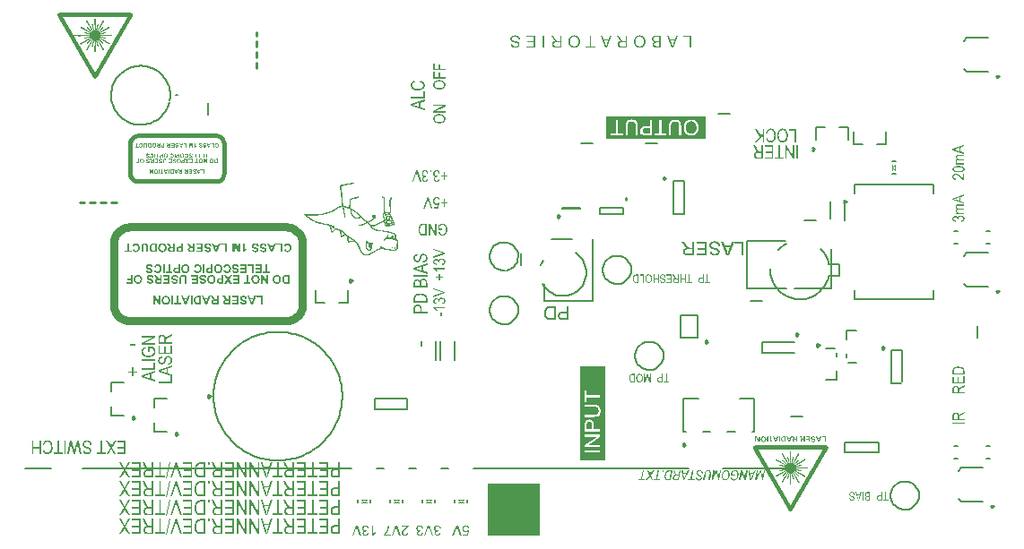
<source format=gto>
G04*
G04 #@! TF.GenerationSoftware,Altium Limited,Altium Designer,25.8.1 (18)*
G04*
G04 Layer_Color=65535*
%FSLAX26Y26*%
%MOIN*%
G70*
G04*
G04 #@! TF.SameCoordinates,277DE813-E379-449B-8D7A-86A471DF349A*
G04*
G04*
G04 #@! TF.FilePolarity,Positive*
G04*
G01*
G75*
%ADD10C,0.007874*%
%ADD11C,0.009842*%
%ADD12C,0.005000*%
%ADD13C,0.005906*%
%ADD14C,0.030000*%
%ADD15C,0.015000*%
%ADD16C,0.003937*%
%ADD17C,0.010000*%
%ADD18R,0.196850X0.196850*%
G36*
X-3186421Y1905795D02*
X-3183011D01*
Y1905227D01*
X-3182443D01*
Y1904659D01*
X-3181307D01*
Y1904091D01*
X-3180739D01*
Y1903523D01*
X-3180171D01*
Y1902386D01*
X-3179602D01*
Y1901250D01*
X-3179034D01*
Y1899545D01*
X-3178466D01*
Y1897841D01*
X-3179034D01*
Y1895568D01*
X-3179602D01*
Y1894432D01*
X-3180171D01*
Y1893295D01*
X-3180739D01*
Y1892727D01*
X-3181307D01*
Y1891591D01*
X-3181875D01*
Y1890455D01*
X-3182443D01*
Y1889886D01*
X-3183011D01*
Y1888750D01*
X-3183579D01*
Y1887614D01*
X-3184148D01*
Y1887045D01*
X-3184716D01*
Y1885909D01*
X-3185284D01*
Y1884773D01*
X-3185852D01*
Y1883636D01*
X-3186421D01*
Y1882500D01*
X-3186989D01*
Y1881932D01*
X-3187557D01*
Y1880795D01*
X-3188125D01*
Y1879659D01*
X-3188693D01*
Y1879091D01*
X-3189261D01*
Y1877955D01*
X-3189829D01*
Y1876818D01*
X-3190398D01*
Y1875682D01*
X-3190966D01*
Y1875114D01*
X-3191534D01*
Y1873977D01*
X-3192102D01*
Y1872841D01*
X-3192671D01*
Y1872273D01*
X-3193239D01*
Y1871136D01*
X-3193807D01*
Y1870000D01*
X-3194375D01*
Y1869432D01*
X-3194943D01*
Y1868295D01*
X-3195511D01*
Y1867159D01*
X-3196079D01*
Y1866023D01*
X-3196648D01*
Y1864886D01*
X-3197216D01*
Y1864318D01*
X-3197784D01*
Y1863182D01*
X-3198352D01*
Y1862045D01*
X-3198921D01*
Y1861477D01*
X-3199489D01*
Y1860341D01*
X-3200057D01*
Y1859205D01*
X-3200625D01*
Y1858636D01*
X-3201193D01*
Y1856932D01*
X-3201761D01*
Y1856364D01*
X-3202329D01*
Y1855227D01*
X-3202898D01*
Y1854091D01*
X-3203466D01*
Y1853523D01*
X-3204034D01*
Y1852386D01*
X-3204602D01*
Y1851250D01*
X-3205171D01*
Y1850682D01*
X-3205739D01*
Y1849545D01*
X-3206307D01*
Y1848409D01*
X-3206875D01*
Y1847841D01*
X-3207443D01*
Y1846705D01*
X-3208011D01*
Y1845568D01*
X-3208579D01*
Y1844432D01*
X-3209148D01*
Y1843295D01*
X-3209716D01*
Y1842727D01*
X-3210284D01*
Y1841591D01*
X-3210852D01*
Y1840455D01*
X-3211421D01*
Y1839886D01*
X-3211989D01*
Y1838750D01*
X-3212557D01*
Y1837614D01*
X-3213125D01*
Y1836477D01*
X-3213693D01*
Y1835909D01*
X-3214261D01*
Y1834773D01*
X-3214829D01*
Y1833636D01*
X-3215398D01*
Y1833068D01*
X-3215966D01*
Y1831932D01*
X-3216534D01*
Y1830795D01*
X-3217102D01*
Y1830227D01*
X-3217671D01*
Y1829091D01*
X-3218239D01*
Y1827955D01*
X-3218807D01*
Y1826818D01*
X-3219375D01*
Y1825682D01*
X-3219943D01*
Y1825114D01*
X-3220511D01*
Y1823977D01*
X-3221079D01*
Y1822841D01*
X-3221648D01*
Y1822273D01*
X-3222216D01*
Y1821136D01*
X-3222784D01*
Y1820000D01*
X-3223352D01*
Y1819432D01*
X-3223921D01*
Y1817727D01*
X-3224489D01*
Y1817159D01*
X-3225057D01*
Y1816023D01*
X-3225625D01*
Y1814886D01*
X-3226193D01*
Y1814318D01*
X-3226761D01*
Y1813182D01*
X-3227329D01*
Y1812045D01*
X-3227898D01*
Y1811477D01*
X-3228466D01*
Y1810341D01*
X-3229034D01*
Y1809205D01*
X-3229602D01*
Y1808636D01*
X-3230171D01*
Y1806932D01*
X-3230739D01*
Y1806364D01*
X-3231307D01*
Y1805227D01*
X-3231875D01*
Y1804091D01*
X-3232443D01*
Y1803523D01*
X-3233011D01*
Y1802386D01*
X-3233579D01*
Y1801250D01*
X-3234148D01*
Y1800682D01*
X-3234716D01*
Y1799545D01*
X-3235284D01*
Y1798409D01*
X-3235852D01*
Y1797273D01*
X-3236421D01*
Y1796705D01*
X-3236989D01*
Y1795568D01*
X-3237557D01*
Y1794432D01*
X-3238125D01*
Y1793864D01*
X-3238693D01*
Y1792727D01*
X-3239261D01*
Y1791591D01*
X-3239829D01*
Y1791023D01*
X-3240398D01*
Y1789886D01*
X-3240966D01*
Y1788750D01*
X-3241534D01*
Y1787614D01*
X-3242102D01*
Y1786477D01*
X-3242671D01*
Y1785909D01*
X-3243239D01*
Y1784773D01*
X-3243807D01*
Y1783636D01*
X-3244375D01*
Y1783068D01*
X-3244943D01*
Y1781932D01*
X-3245511D01*
Y1780795D01*
X-3246079D01*
Y1780227D01*
X-3246648D01*
Y1778523D01*
X-3247216D01*
Y1777955D01*
X-3247784D01*
Y1776818D01*
X-3248352D01*
Y1775682D01*
X-3248921D01*
Y1775114D01*
X-3249489D01*
Y1773977D01*
X-3250057D01*
Y1772841D01*
X-3250625D01*
Y1772273D01*
X-3251193D01*
Y1771136D01*
X-3251761D01*
Y1770000D01*
X-3252329D01*
Y1769432D01*
X-3252898D01*
Y1767727D01*
X-3253466D01*
Y1767159D01*
X-3254034D01*
Y1766023D01*
X-3254602D01*
Y1764886D01*
X-3255171D01*
Y1764318D01*
X-3255739D01*
Y1763182D01*
X-3256307D01*
Y1762045D01*
X-3256875D01*
Y1761477D01*
X-3257443D01*
Y1760341D01*
X-3258011D01*
Y1759205D01*
X-3258579D01*
Y1758068D01*
X-3259148D01*
Y1757500D01*
X-3259716D01*
Y1756364D01*
X-3260284D01*
Y1755227D01*
X-3260852D01*
Y1754659D01*
X-3261421D01*
Y1753523D01*
X-3261989D01*
Y1752386D01*
X-3262557D01*
Y1751818D01*
X-3263125D01*
Y1750682D01*
X-3263693D01*
Y1749545D01*
X-3264261D01*
Y1748409D01*
X-3264829D01*
Y1747273D01*
X-3265398D01*
Y1746705D01*
X-3265966D01*
Y1745568D01*
X-3266534D01*
Y1744432D01*
X-3267102D01*
Y1743864D01*
X-3267671D01*
Y1742727D01*
X-3268239D01*
Y1741591D01*
X-3268807D01*
Y1741023D01*
X-3269375D01*
Y1739318D01*
X-3269943D01*
Y1738750D01*
X-3270511D01*
Y1737614D01*
X-3271079D01*
Y1736477D01*
X-3271648D01*
Y1735909D01*
X-3272216D01*
Y1734773D01*
X-3272784D01*
Y1733636D01*
X-3273352D01*
Y1733068D01*
X-3273921D01*
Y1731932D01*
X-3274489D01*
Y1730795D01*
X-3275057D01*
Y1729659D01*
X-3275625D01*
Y1728523D01*
X-3276193D01*
Y1727955D01*
X-3276761D01*
Y1726818D01*
X-3277329D01*
Y1725682D01*
X-3277898D01*
Y1725114D01*
X-3278466D01*
Y1723977D01*
X-3279034D01*
Y1722841D01*
X-3279602D01*
Y1722273D01*
X-3280171D01*
Y1721136D01*
X-3280739D01*
Y1720000D01*
X-3281307D01*
Y1718864D01*
X-3281875D01*
Y1718295D01*
X-3282443D01*
Y1717159D01*
X-3283011D01*
Y1716023D01*
X-3283579D01*
Y1715455D01*
X-3284148D01*
Y1714318D01*
X-3284716D01*
Y1713182D01*
X-3285284D01*
Y1712614D01*
X-3285852D01*
Y1711477D01*
X-3286421D01*
Y1710341D01*
X-3286989D01*
Y1709205D01*
X-3287557D01*
Y1708068D01*
X-3288125D01*
Y1707500D01*
X-3288693D01*
Y1706364D01*
X-3289261D01*
Y1705227D01*
X-3289829D01*
Y1704659D01*
X-3290398D01*
Y1703523D01*
X-3290966D01*
Y1702386D01*
X-3291534D01*
Y1701250D01*
X-3292102D01*
Y1700114D01*
X-3292671D01*
Y1699545D01*
X-3293239D01*
Y1698409D01*
X-3293807D01*
Y1697273D01*
X-3294375D01*
Y1696705D01*
X-3294943D01*
Y1695568D01*
X-3295511D01*
Y1694432D01*
X-3296079D01*
Y1693864D01*
X-3296648D01*
Y1692727D01*
X-3297216D01*
Y1691591D01*
X-3297784D01*
Y1690455D01*
X-3298352D01*
Y1689318D01*
X-3298921D01*
Y1688750D01*
X-3299489D01*
Y1687614D01*
X-3300057D01*
Y1686477D01*
X-3300625D01*
Y1685909D01*
X-3301193D01*
Y1684773D01*
X-3301761D01*
Y1683636D01*
X-3302329D01*
Y1683068D01*
X-3302898D01*
Y1681932D01*
X-3303466D01*
Y1680795D01*
X-3304034D01*
Y1679659D01*
X-3304602D01*
Y1679091D01*
X-3305171D01*
Y1677955D01*
X-3305739D01*
Y1676818D01*
X-3306307D01*
Y1676250D01*
X-3306875D01*
Y1675114D01*
X-3307443D01*
Y1673977D01*
X-3308011D01*
Y1672841D01*
X-3308579D01*
Y1672273D01*
X-3309148D01*
Y1671136D01*
X-3309716D01*
Y1670000D01*
X-3310284D01*
Y1668864D01*
X-3310852D01*
Y1668295D01*
X-3311421D01*
Y1667159D01*
X-3311989D01*
Y1666023D01*
X-3312557D01*
Y1665455D01*
X-3313125D01*
Y1664318D01*
X-3313693D01*
Y1663750D01*
X-3314261D01*
Y1663182D01*
X-3314829D01*
Y1662614D01*
X-3315398D01*
Y1662045D01*
X-3317102D01*
Y1661477D01*
X-3321648D01*
Y1662045D01*
X-3323352D01*
Y1662614D01*
X-3323921D01*
Y1663182D01*
X-3324489D01*
Y1663750D01*
X-3325057D01*
Y1664318D01*
X-3325625D01*
Y1665455D01*
X-3326193D01*
Y1666023D01*
X-3326761D01*
Y1667159D01*
X-3327329D01*
Y1668295D01*
X-3327898D01*
Y1668864D01*
X-3328466D01*
Y1670000D01*
X-3329034D01*
Y1671136D01*
X-3329602D01*
Y1672273D01*
X-3330171D01*
Y1672841D01*
X-3330739D01*
Y1673977D01*
X-3331307D01*
Y1675114D01*
X-3331875D01*
Y1676250D01*
X-3332443D01*
Y1676818D01*
X-3333011D01*
Y1677955D01*
X-3333579D01*
Y1678523D01*
X-3334148D01*
Y1679659D01*
X-3334716D01*
Y1680795D01*
X-3335284D01*
Y1681932D01*
X-3335852D01*
Y1683068D01*
X-3336421D01*
Y1683636D01*
X-3336989D01*
Y1684773D01*
X-3337557D01*
Y1685909D01*
X-3338125D01*
Y1686477D01*
X-3338693D01*
Y1687614D01*
X-3339261D01*
Y1688750D01*
X-3339829D01*
Y1689318D01*
X-3340398D01*
Y1690455D01*
X-3340966D01*
Y1691591D01*
X-3341534D01*
Y1692727D01*
X-3342102D01*
Y1693864D01*
X-3342671D01*
Y1694432D01*
X-3343239D01*
Y1695568D01*
X-3343807D01*
Y1696705D01*
X-3344375D01*
Y1697273D01*
X-3344943D01*
Y1698409D01*
X-3345511D01*
Y1699545D01*
X-3346079D01*
Y1700114D01*
X-3346648D01*
Y1701818D01*
X-3347216D01*
Y1702386D01*
X-3347784D01*
Y1703523D01*
X-3348352D01*
Y1704659D01*
X-3348921D01*
Y1705227D01*
X-3349489D01*
Y1706364D01*
X-3350057D01*
Y1707500D01*
X-3350625D01*
Y1708068D01*
X-3351193D01*
Y1709205D01*
X-3351761D01*
Y1710341D01*
X-3352329D01*
Y1711477D01*
X-3352898D01*
Y1712614D01*
X-3353466D01*
Y1713182D01*
X-3354034D01*
Y1714318D01*
X-3354602D01*
Y1715455D01*
X-3355171D01*
Y1716023D01*
X-3355739D01*
Y1717159D01*
X-3356307D01*
Y1718295D01*
X-3356875D01*
Y1718864D01*
X-3357443D01*
Y1720000D01*
X-3358011D01*
Y1721136D01*
X-3358579D01*
Y1722273D01*
X-3359148D01*
Y1722841D01*
X-3359716D01*
Y1723977D01*
X-3360284D01*
Y1725114D01*
X-3360852D01*
Y1725682D01*
X-3361421D01*
Y1726818D01*
X-3361989D01*
Y1727955D01*
X-3362557D01*
Y1728523D01*
X-3363125D01*
Y1729659D01*
X-3363693D01*
Y1730795D01*
X-3364261D01*
Y1731932D01*
X-3364829D01*
Y1733068D01*
X-3365398D01*
Y1733636D01*
X-3365966D01*
Y1734773D01*
X-3366534D01*
Y1735909D01*
X-3367102D01*
Y1736477D01*
X-3367671D01*
Y1737614D01*
X-3368239D01*
Y1738750D01*
X-3368807D01*
Y1739318D01*
X-3369375D01*
Y1741023D01*
X-3369943D01*
Y1741591D01*
X-3370511D01*
Y1742727D01*
X-3371079D01*
Y1743864D01*
X-3371648D01*
Y1744432D01*
X-3372216D01*
Y1745568D01*
X-3372784D01*
Y1746705D01*
X-3373352D01*
Y1747273D01*
X-3373921D01*
Y1748409D01*
X-3374489D01*
Y1749545D01*
X-3375057D01*
Y1750682D01*
X-3375625D01*
Y1751250D01*
X-3376193D01*
Y1752386D01*
X-3376761D01*
Y1753523D01*
X-3377329D01*
Y1754659D01*
X-3377898D01*
Y1755227D01*
X-3378466D01*
Y1756364D01*
X-3379034D01*
Y1757500D01*
X-3379602D01*
Y1758068D01*
X-3380171D01*
Y1759205D01*
X-3380739D01*
Y1760341D01*
X-3381307D01*
Y1761477D01*
X-3381875D01*
Y1762045D01*
X-3382443D01*
Y1763182D01*
X-3383011D01*
Y1764318D01*
X-3383579D01*
Y1764886D01*
X-3384148D01*
Y1766023D01*
X-3384716D01*
Y1767159D01*
X-3385284D01*
Y1767727D01*
X-3385852D01*
Y1768864D01*
X-3386421D01*
Y1770000D01*
X-3386989D01*
Y1771136D01*
X-3387557D01*
Y1772273D01*
X-3388125D01*
Y1772841D01*
X-3388693D01*
Y1773977D01*
X-3389261D01*
Y1775114D01*
X-3389829D01*
Y1775682D01*
X-3390398D01*
Y1776818D01*
X-3390966D01*
Y1777955D01*
X-3391534D01*
Y1778523D01*
X-3392102D01*
Y1780227D01*
X-3392671D01*
Y1780795D01*
X-3393239D01*
Y1781932D01*
X-3393807D01*
Y1783068D01*
X-3394375D01*
Y1783636D01*
X-3394943D01*
Y1784773D01*
X-3395511D01*
Y1785909D01*
X-3396079D01*
Y1786477D01*
X-3396648D01*
Y1787614D01*
X-3397216D01*
Y1788750D01*
X-3397784D01*
Y1789886D01*
X-3398352D01*
Y1791023D01*
X-3398921D01*
Y1791591D01*
X-3399489D01*
Y1792727D01*
X-3400057D01*
Y1793864D01*
X-3400625D01*
Y1794432D01*
X-3401193D01*
Y1795568D01*
X-3401761D01*
Y1796705D01*
X-3402329D01*
Y1797273D01*
X-3402898D01*
Y1798409D01*
X-3403466D01*
Y1799545D01*
X-3404034D01*
Y1800682D01*
X-3404602D01*
Y1801250D01*
X-3405171D01*
Y1802386D01*
X-3405739D01*
Y1803523D01*
X-3406307D01*
Y1804091D01*
X-3406875D01*
Y1805227D01*
X-3407443D01*
Y1806364D01*
X-3408011D01*
Y1806932D01*
X-3408579D01*
Y1808068D01*
X-3409148D01*
Y1809205D01*
X-3409716D01*
Y1810341D01*
X-3410284D01*
Y1811477D01*
X-3410852D01*
Y1812045D01*
X-3411421D01*
Y1813182D01*
X-3411989D01*
Y1814318D01*
X-3412557D01*
Y1814886D01*
X-3413125D01*
Y1816023D01*
X-3413693D01*
Y1817159D01*
X-3414261D01*
Y1818295D01*
X-3414829D01*
Y1819432D01*
X-3415398D01*
Y1820000D01*
X-3415966D01*
Y1821136D01*
X-3416534D01*
Y1822273D01*
X-3417102D01*
Y1822841D01*
X-3417671D01*
Y1823977D01*
X-3418239D01*
Y1825114D01*
X-3418807D01*
Y1825682D01*
X-3419375D01*
Y1826818D01*
X-3419943D01*
Y1827955D01*
X-3420511D01*
Y1829091D01*
X-3421079D01*
Y1830227D01*
X-3421648D01*
Y1830795D01*
X-3422216D01*
Y1831932D01*
X-3422784D01*
Y1833068D01*
X-3423352D01*
Y1833636D01*
X-3423921D01*
Y1834773D01*
X-3424489D01*
Y1835909D01*
X-3425057D01*
Y1836477D01*
X-3425625D01*
Y1837614D01*
X-3426193D01*
Y1838750D01*
X-3426761D01*
Y1839886D01*
X-3427329D01*
Y1840455D01*
X-3427898D01*
Y1841591D01*
X-3428466D01*
Y1842727D01*
X-3429034D01*
Y1843295D01*
X-3429602D01*
Y1844432D01*
X-3430171D01*
Y1845568D01*
X-3430739D01*
Y1846136D01*
X-3431307D01*
Y1847273D01*
X-3431875D01*
Y1848409D01*
X-3432443D01*
Y1849545D01*
X-3433011D01*
Y1850682D01*
X-3433579D01*
Y1851250D01*
X-3434148D01*
Y1852386D01*
X-3434716D01*
Y1853523D01*
X-3435284D01*
Y1854091D01*
X-3435852D01*
Y1855227D01*
X-3436421D01*
Y1856364D01*
X-3436989D01*
Y1857500D01*
X-3437557D01*
Y1858636D01*
X-3438125D01*
Y1859205D01*
X-3438693D01*
Y1860341D01*
X-3439261D01*
Y1861477D01*
X-3439829D01*
Y1862045D01*
X-3440398D01*
Y1863182D01*
X-3440966D01*
Y1864318D01*
X-3441534D01*
Y1864886D01*
X-3442102D01*
Y1866023D01*
X-3442671D01*
Y1867159D01*
X-3443239D01*
Y1868295D01*
X-3443807D01*
Y1869432D01*
X-3444375D01*
Y1870000D01*
X-3444943D01*
Y1871136D01*
X-3445511D01*
Y1872273D01*
X-3446079D01*
Y1872841D01*
X-3446648D01*
Y1873977D01*
X-3447216D01*
Y1875114D01*
X-3447784D01*
Y1875682D01*
X-3448352D01*
Y1876818D01*
X-3448921D01*
Y1877955D01*
X-3449489D01*
Y1879091D01*
X-3450057D01*
Y1879659D01*
X-3450625D01*
Y1880795D01*
X-3451193D01*
Y1881932D01*
X-3451761D01*
Y1882500D01*
X-3452329D01*
Y1883636D01*
X-3452898D01*
Y1884773D01*
X-3453466D01*
Y1885909D01*
X-3454034D01*
Y1887045D01*
X-3454602D01*
Y1887614D01*
X-3455171D01*
Y1888750D01*
X-3455739D01*
Y1889886D01*
X-3456307D01*
Y1890455D01*
X-3456875D01*
Y1891591D01*
X-3457443D01*
Y1892727D01*
X-3458011D01*
Y1893295D01*
X-3458579D01*
Y1894432D01*
X-3459148D01*
Y1895568D01*
X-3459716D01*
Y1897841D01*
X-3460284D01*
Y1899545D01*
X-3459716D01*
Y1901250D01*
X-3459148D01*
Y1902386D01*
X-3458579D01*
Y1903523D01*
X-3458011D01*
Y1904091D01*
X-3457443D01*
Y1904659D01*
X-3456307D01*
Y1905227D01*
X-3455739D01*
Y1905795D01*
X-3452329D01*
Y1906364D01*
X-3186421D01*
Y1905795D01*
D02*
G37*
G36*
X-2355903Y1275202D02*
X-2354825D01*
Y1273046D01*
X-2355903D01*
Y1271968D01*
X-2356981D01*
Y1270889D01*
X-2360216D01*
Y1269811D01*
X-2363450D01*
Y1268733D01*
X-2367763D01*
Y1267655D01*
X-2380701D01*
Y1266577D01*
X-2383935D01*
Y1265499D01*
X-2388248D01*
Y1264420D01*
X-2391483D01*
Y1263342D01*
X-2395795D01*
Y1262264D01*
X-2404421D01*
Y1251483D01*
X-2403342D01*
Y1247170D01*
X-2402264D01*
Y1238544D01*
X-2401186D01*
Y1222372D01*
X-2400108D01*
Y1209434D01*
X-2399030D01*
Y1198652D01*
X-2397952D01*
Y1191105D01*
X-2396873D01*
Y1187871D01*
X-2390404D01*
Y1186793D01*
X-2386092D01*
Y1185714D01*
X-2383935D01*
Y1184636D01*
X-2379623D01*
Y1183558D01*
X-2375310D01*
Y1192183D01*
X-2374232D01*
Y1213747D01*
X-2373154D01*
Y1214825D01*
X-2370997D01*
Y1215903D01*
X-2367763D01*
Y1216981D01*
X-2364528D01*
Y1218059D01*
X-2360216D01*
Y1219138D01*
X-2354825D01*
Y1220216D01*
X-2349434D01*
Y1221294D01*
X-2347278D01*
Y1222372D01*
X-2342965D01*
Y1223450D01*
X-2341887D01*
Y1224528D01*
X-2339731D01*
Y1223450D01*
X-2338652D01*
Y1220216D01*
X-2339731D01*
Y1219138D01*
X-2340809D01*
Y1218059D01*
X-2345121D01*
Y1216981D01*
X-2347278D01*
Y1215903D01*
X-2352669D01*
Y1214825D01*
X-2358059D01*
Y1213747D01*
X-2362372D01*
Y1212668D01*
X-2365606D01*
Y1211590D01*
X-2368841D01*
Y1210512D01*
X-2369919D01*
Y1190027D01*
X-2370997D01*
Y1180323D01*
X-2368841D01*
Y1179245D01*
X-2366685D01*
Y1178167D01*
X-2364528D01*
Y1177089D01*
X-2362372D01*
Y1176011D01*
X-2361294D01*
Y1174933D01*
X-2359137D01*
Y1173854D01*
X-2358059D01*
Y1172776D01*
X-2355903D01*
Y1171698D01*
X-2353747D01*
Y1170620D01*
X-2352669D01*
Y1169542D01*
X-2350512D01*
Y1168464D01*
X-2349434D01*
Y1167385D01*
X-2348356D01*
Y1166307D01*
X-2347278D01*
Y1165229D01*
X-2346200D01*
Y1164151D01*
X-2345121D01*
Y1163073D01*
X-2344043D01*
Y1161995D01*
X-2341887D01*
Y1160916D01*
X-2340809D01*
Y1159838D01*
X-2339731D01*
Y1158760D01*
X-2338652D01*
Y1157682D01*
X-2337574D01*
Y1156604D01*
X-2336496D01*
Y1155526D01*
X-2335418D01*
Y1154447D01*
X-2334340D01*
Y1153369D01*
X-2333262D01*
Y1151213D01*
X-2332183D01*
Y1150135D01*
X-2331105D01*
Y1149057D01*
X-2330027D01*
Y1147978D01*
X-2327871D01*
Y1146900D01*
X-2326793D01*
Y1145822D01*
X-2325714D01*
Y1144744D01*
X-2324636D01*
Y1143666D01*
X-2322480D01*
Y1142588D01*
X-2321402D01*
Y1141509D01*
X-2319245D01*
Y1140431D01*
X-2318167D01*
Y1138275D01*
X-2317089D01*
Y1137197D01*
X-2316011D01*
Y1136119D01*
X-2313854D01*
Y1135040D01*
X-2312776D01*
Y1133962D01*
X-2310620D01*
Y1132884D01*
X-2309542D01*
Y1131806D01*
X-2308464D01*
Y1130728D01*
X-2306307D01*
Y1129650D01*
X-2304151D01*
Y1130728D01*
X-2301995D01*
Y1131806D01*
X-2299838D01*
Y1132884D01*
X-2298760D01*
Y1133962D01*
X-2296604D01*
Y1135040D01*
X-2295526D01*
Y1136119D01*
X-2293369D01*
Y1137197D01*
X-2291213D01*
Y1138275D01*
X-2290135D01*
Y1139353D01*
X-2289057D01*
Y1140431D01*
X-2287979D01*
Y1141509D01*
X-2286900D01*
Y1143666D01*
X-2287979D01*
Y1144744D01*
X-2289057D01*
Y1145822D01*
X-2290135D01*
Y1153369D01*
X-2289057D01*
Y1154447D01*
X-2285822D01*
Y1155526D01*
X-2280431D01*
Y1154447D01*
X-2279353D01*
Y1155526D01*
X-2277197D01*
Y1154447D01*
X-2276119D01*
Y1151213D01*
X-2277197D01*
Y1142588D01*
X-2278275D01*
Y1141509D01*
X-2281510D01*
Y1140431D01*
X-2282588D01*
Y1139353D01*
X-2283666D01*
Y1138275D01*
X-2284744D01*
Y1137197D01*
X-2285822D01*
Y1136119D01*
X-2286900D01*
Y1135040D01*
X-2287979D01*
Y1133962D01*
X-2289057D01*
Y1132884D01*
X-2291213D01*
Y1131806D01*
X-2293369D01*
Y1130728D01*
X-2294448D01*
Y1129650D01*
X-2296604D01*
Y1128571D01*
X-2297682D01*
Y1127493D01*
X-2299838D01*
Y1126415D01*
X-2301995D01*
Y1124259D01*
X-2300916D01*
Y1123181D01*
X-2299838D01*
Y1122102D01*
X-2298760D01*
Y1121024D01*
X-2297682D01*
Y1118868D01*
X-2296604D01*
Y1117790D01*
X-2295526D01*
Y1116712D01*
X-2294448D01*
Y1115633D01*
X-2292291D01*
Y1116712D01*
X-2280431D01*
Y1117790D01*
X-2278275D01*
Y1118868D01*
X-2276119D01*
Y1119946D01*
X-2273962D01*
Y1121024D01*
X-2271806D01*
Y1122102D01*
X-2270728D01*
Y1123181D01*
X-2268571D01*
Y1124259D01*
X-2266415D01*
Y1125337D01*
X-2264259D01*
Y1126415D01*
X-2262102D01*
Y1127493D01*
X-2259946D01*
Y1128571D01*
X-2257790D01*
Y1129650D01*
X-2255633D01*
Y1130728D01*
X-2253477D01*
Y1131806D01*
X-2252399D01*
Y1132884D01*
X-2250243D01*
Y1133962D01*
X-2249164D01*
Y1135040D01*
X-2247008D01*
Y1140431D01*
X-2248086D01*
Y1144744D01*
X-2249164D01*
Y1160916D01*
X-2248086D01*
Y1161995D01*
X-2247008D01*
Y1163073D01*
X-2244852D01*
Y1165229D01*
X-2245930D01*
Y1169542D01*
X-2247008D01*
Y1216981D01*
X-2249164D01*
Y1218059D01*
X-2252399D01*
Y1219138D01*
X-2253477D01*
Y1220216D01*
X-2254555D01*
Y1222372D01*
X-2253477D01*
Y1223450D01*
X-2250243D01*
Y1222372D01*
X-2247008D01*
Y1221294D01*
X-2244852D01*
Y1220216D01*
X-2243774D01*
Y1219138D01*
X-2242695D01*
Y1171698D01*
X-2241617D01*
Y1167385D01*
X-2240539D01*
Y1165229D01*
X-2239461D01*
Y1164151D01*
X-2238383D01*
Y1165229D01*
X-2235148D01*
Y1166307D01*
X-2226523D01*
Y1165229D01*
X-2223288D01*
Y1182480D01*
X-2224367D01*
Y1185714D01*
X-2225445D01*
Y1211590D01*
X-2224367D01*
Y1214825D01*
X-2223288D01*
Y1215903D01*
X-2222210D01*
Y1216981D01*
X-2220054D01*
Y1219138D01*
X-2218976D01*
Y1220216D01*
X-2216819D01*
Y1219138D01*
X-2215741D01*
Y1214825D01*
X-2216819D01*
Y1213747D01*
X-2217898D01*
Y1212668D01*
X-2220054D01*
Y1209434D01*
X-2221132D01*
Y1187871D01*
X-2220054D01*
Y1184636D01*
X-2218976D01*
Y1163073D01*
X-2220054D01*
Y1160916D01*
X-2221132D01*
Y1159838D01*
X-2222210D01*
Y1157682D01*
X-2221132D01*
Y1155526D01*
X-2220054D01*
Y1153369D01*
X-2218976D01*
Y1150135D01*
X-2217898D01*
Y1147978D01*
X-2216819D01*
Y1145822D01*
X-2215741D01*
Y1143666D01*
X-2214663D01*
Y1141509D01*
X-2213585D01*
Y1138275D01*
X-2212507D01*
Y1136119D01*
X-2211429D01*
Y1133962D01*
X-2210350D01*
Y1131806D01*
X-2209272D01*
Y1128571D01*
X-2208194D01*
Y1126415D01*
X-2207116D01*
Y1124259D01*
X-2206038D01*
Y1114555D01*
X-2207116D01*
Y1113477D01*
X-2209272D01*
Y1114555D01*
X-2210350D01*
Y1117790D01*
X-2211429D01*
Y1116712D01*
X-2212507D01*
Y1115633D01*
X-2214663D01*
Y1114555D01*
X-2217898D01*
Y1113477D01*
X-2222210D01*
Y1112399D01*
X-2240539D01*
Y1113477D01*
X-2241617D01*
Y1116712D01*
X-2242695D01*
Y1118868D01*
X-2243774D01*
Y1124259D01*
X-2244852D01*
Y1125337D01*
X-2245930D01*
Y1130728D01*
X-2247008D01*
Y1129650D01*
X-2248086D01*
Y1128571D01*
X-2250243D01*
Y1127493D01*
X-2251321D01*
Y1126415D01*
X-2253477D01*
Y1125337D01*
X-2255633D01*
Y1124259D01*
X-2257790D01*
Y1123181D01*
X-2259946D01*
Y1122102D01*
X-2262102D01*
Y1121024D01*
X-2264259D01*
Y1119946D01*
X-2266415D01*
Y1118868D01*
X-2268571D01*
Y1117790D01*
X-2269650D01*
Y1116712D01*
X-2271806D01*
Y1115633D01*
X-2273962D01*
Y1114555D01*
X-2276119D01*
Y1113477D01*
X-2278275D01*
Y1112399D01*
X-2291213D01*
Y1111321D01*
X-2290135D01*
Y1110243D01*
X-2289057D01*
Y1109164D01*
X-2287979D01*
Y1108086D01*
X-2286900D01*
Y1107008D01*
X-2285822D01*
Y1105930D01*
X-2284744D01*
Y1104852D01*
X-2282588D01*
Y1103774D01*
X-2279353D01*
Y1102695D01*
X-2276119D01*
Y1101617D01*
X-2272884D01*
Y1100539D01*
X-2268571D01*
Y1099461D01*
X-2263181D01*
Y1098383D01*
X-2256712D01*
Y1097305D01*
X-2255633D01*
Y1095148D01*
X-2256712D01*
Y1094070D01*
X-2265337D01*
Y1095148D01*
X-2270728D01*
Y1096226D01*
X-2275040D01*
Y1097305D01*
X-2278275D01*
Y1098383D01*
X-2281510D01*
Y1099461D01*
X-2284744D01*
Y1100539D01*
X-2286900D01*
Y1101617D01*
X-2287979D01*
Y1102695D01*
X-2289057D01*
Y1103774D01*
X-2290135D01*
Y1104852D01*
X-2291213D01*
Y1105930D01*
X-2292291D01*
Y1107008D01*
X-2293369D01*
Y1108086D01*
X-2294448D01*
Y1109164D01*
X-2295526D01*
Y1110243D01*
X-2296604D01*
Y1111321D01*
X-2297682D01*
Y1113477D01*
X-2298760D01*
Y1114555D01*
X-2299838D01*
Y1115633D01*
X-2300916D01*
Y1116712D01*
X-2301995D01*
Y1118868D01*
X-2303073D01*
Y1119946D01*
X-2304151D01*
Y1121024D01*
X-2305229D01*
Y1122102D01*
X-2306307D01*
Y1123181D01*
X-2308464D01*
Y1122102D01*
X-2310620D01*
Y1121024D01*
X-2313854D01*
Y1119946D01*
X-2316011D01*
Y1118868D01*
X-2319245D01*
Y1117790D01*
X-2322480D01*
Y1116712D01*
X-2324636D01*
Y1115633D01*
X-2326793D01*
Y1114555D01*
X-2331105D01*
Y1113477D01*
X-2339731D01*
Y1114555D01*
X-2340809D01*
Y1116712D01*
X-2339731D01*
Y1117790D01*
X-2333262D01*
Y1118868D01*
X-2328949D01*
Y1119946D01*
X-2326793D01*
Y1121024D01*
X-2324636D01*
Y1122102D01*
X-2321402D01*
Y1123181D01*
X-2318167D01*
Y1124259D01*
X-2316011D01*
Y1125337D01*
X-2312776D01*
Y1126415D01*
X-2310620D01*
Y1127493D01*
X-2311698D01*
Y1128571D01*
X-2312776D01*
Y1129650D01*
X-2314933D01*
Y1130728D01*
X-2316011D01*
Y1131806D01*
X-2318167D01*
Y1132884D01*
X-2319245D01*
Y1133962D01*
X-2320323D01*
Y1135040D01*
X-2321402D01*
Y1136119D01*
X-2322480D01*
Y1137197D01*
X-2323558D01*
Y1138275D01*
X-2324636D01*
Y1139353D01*
X-2326793D01*
Y1140431D01*
X-2327871D01*
Y1141509D01*
X-2328949D01*
Y1142588D01*
X-2330027D01*
Y1143666D01*
X-2332183D01*
Y1144744D01*
X-2333262D01*
Y1143666D01*
X-2334340D01*
Y1142588D01*
X-2337574D01*
Y1141509D01*
X-2338652D01*
Y1140431D01*
X-2352669D01*
Y1141509D01*
X-2354825D01*
Y1142588D01*
X-2356981D01*
Y1143666D01*
X-2358059D01*
Y1144744D01*
X-2359137D01*
Y1145822D01*
X-2360216D01*
Y1146900D01*
X-2361294D01*
Y1147978D01*
X-2362372D01*
Y1149057D01*
X-2363450D01*
Y1151213D01*
X-2364528D01*
Y1152291D01*
X-2365606D01*
Y1153369D01*
X-2366685D01*
Y1155526D01*
X-2367763D01*
Y1156604D01*
X-2368841D01*
Y1159838D01*
X-2369919D01*
Y1174933D01*
X-2370997D01*
Y1176011D01*
X-2373154D01*
Y1177089D01*
X-2375310D01*
Y1178167D01*
X-2377466D01*
Y1179245D01*
X-2381779D01*
Y1180323D01*
X-2386092D01*
Y1181402D01*
X-2388248D01*
Y1182480D01*
X-2392561D01*
Y1183558D01*
X-2395795D01*
Y1180323D01*
X-2394717D01*
Y1177089D01*
X-2393639D01*
Y1173854D01*
X-2392561D01*
Y1168464D01*
X-2391483D01*
Y1160916D01*
X-2390404D01*
Y1144744D01*
X-2391483D01*
Y1143666D01*
X-2393639D01*
Y1144744D01*
X-2394717D01*
Y1158760D01*
X-2395795D01*
Y1166307D01*
X-2396873D01*
Y1171698D01*
X-2397952D01*
Y1174933D01*
X-2399030D01*
Y1178167D01*
X-2400108D01*
Y1182480D01*
X-2401186D01*
Y1183558D01*
X-2406577D01*
Y1182480D01*
X-2409811D01*
Y1181402D01*
X-2413046D01*
Y1180323D01*
X-2415202D01*
Y1179245D01*
X-2417358D01*
Y1178167D01*
X-2419515D01*
Y1177089D01*
X-2420593D01*
Y1176011D01*
X-2421671D01*
Y1174933D01*
X-2422749D01*
Y1173854D01*
X-2424906D01*
Y1172776D01*
X-2427062D01*
Y1171698D01*
X-2428140D01*
Y1170620D01*
X-2430296D01*
Y1169542D01*
X-2433531D01*
Y1168464D01*
X-2435687D01*
Y1167385D01*
X-2437844D01*
Y1166307D01*
X-2438922D01*
Y1165229D01*
X-2441078D01*
Y1164151D01*
X-2445391D01*
Y1163073D01*
X-2447547D01*
Y1161995D01*
X-2449704D01*
Y1160916D01*
X-2452938D01*
Y1159838D01*
X-2456173D01*
Y1158760D01*
X-2460485D01*
Y1157682D01*
X-2468032D01*
Y1156604D01*
X-2471267D01*
Y1155526D01*
X-2472345D01*
Y1154447D01*
X-2477736D01*
Y1153369D01*
X-2490674D01*
Y1152291D01*
X-2531644D01*
Y1151213D01*
X-2530566D01*
Y1150135D01*
X-2528410D01*
Y1149057D01*
X-2527332D01*
Y1147978D01*
X-2525175D01*
Y1146900D01*
X-2524097D01*
Y1145822D01*
X-2523019D01*
Y1144744D01*
X-2521941D01*
Y1143666D01*
X-2519784D01*
Y1142588D01*
X-2518706D01*
Y1141509D01*
X-2516550D01*
Y1140431D01*
X-2514394D01*
Y1139353D01*
X-2513315D01*
Y1138275D01*
X-2511159D01*
Y1137197D01*
X-2509003D01*
Y1136119D01*
X-2506846D01*
Y1135040D01*
X-2504690D01*
Y1133962D01*
X-2502534D01*
Y1132884D01*
X-2500377D01*
Y1131806D01*
X-2498221D01*
Y1130728D01*
X-2496065D01*
Y1129650D01*
X-2492830D01*
Y1128571D01*
X-2490674D01*
Y1127493D01*
X-2487439D01*
Y1126415D01*
X-2480970D01*
Y1125337D01*
X-2478814D01*
Y1124259D01*
X-2472345D01*
Y1123181D01*
X-2469110D01*
Y1122102D01*
X-2459407D01*
Y1121024D01*
X-2454016D01*
Y1119946D01*
X-2448625D01*
Y1118868D01*
X-2446469D01*
Y1117790D01*
X-2442156D01*
Y1116712D01*
X-2441078D01*
Y1115633D01*
X-2436765D01*
Y1114555D01*
X-2433531D01*
Y1113477D01*
X-2431375D01*
Y1112399D01*
X-2430296D01*
Y1109164D01*
X-2431375D01*
Y1108086D01*
X-2429218D01*
Y1107008D01*
X-2428140D01*
Y1105930D01*
X-2422749D01*
Y1104852D01*
X-2420593D01*
Y1103774D01*
X-2415202D01*
Y1102695D01*
X-2413046D01*
Y1101617D01*
X-2408733D01*
Y1100539D01*
X-2406577D01*
Y1099461D01*
X-2405499D01*
Y1098383D01*
X-2404421D01*
Y1097305D01*
X-2400108D01*
Y1096226D01*
X-2399030D01*
Y1095148D01*
X-2397952D01*
Y1092992D01*
X-2395795D01*
Y1091914D01*
X-2394717D01*
Y1090836D01*
X-2393639D01*
Y1089757D01*
X-2392561D01*
Y1088679D01*
X-2390404D01*
Y1087601D01*
X-2389326D01*
Y1086523D01*
X-2388248D01*
Y1085445D01*
X-2387170D01*
Y1084367D01*
X-2386092D01*
Y1083288D01*
X-2385014D01*
Y1082210D01*
X-2383935D01*
Y1081132D01*
X-2382857D01*
Y1080054D01*
X-2381779D01*
Y1078976D01*
X-2378544D01*
Y1077898D01*
X-2377466D01*
Y1076819D01*
X-2376388D01*
Y1075741D01*
X-2375310D01*
Y1074663D01*
X-2374232D01*
Y1073585D01*
X-2373154D01*
Y1072507D01*
X-2368841D01*
Y1071429D01*
X-2367763D01*
Y1070350D01*
X-2366685D01*
Y1069272D01*
X-2365606D01*
Y1068194D01*
X-2363450D01*
Y1067116D01*
X-2362372D01*
Y1066038D01*
X-2361294D01*
Y1064960D01*
X-2358059D01*
Y1063881D01*
X-2355903D01*
Y1062803D01*
X-2354825D01*
Y1061725D01*
X-2353747D01*
Y1060647D01*
X-2352669D01*
Y1059569D01*
X-2351590D01*
Y1058491D01*
X-2350512D01*
Y1057412D01*
X-2349434D01*
Y1056334D01*
X-2348356D01*
Y1055256D01*
X-2347278D01*
Y1054178D01*
X-2346200D01*
Y1053100D01*
X-2345121D01*
Y1052022D01*
X-2344043D01*
Y1050943D01*
X-2342965D01*
Y1047709D01*
X-2341887D01*
Y1046631D01*
X-2340809D01*
Y1044474D01*
X-2339731D01*
Y1042318D01*
X-2338652D01*
Y1040162D01*
X-2337574D01*
Y1038005D01*
X-2336496D01*
Y1036927D01*
X-2335418D01*
Y1034771D01*
X-2334340D01*
Y1031536D01*
X-2333262D01*
Y1028302D01*
X-2332183D01*
Y1025067D01*
X-2331105D01*
Y1021833D01*
X-2330027D01*
Y1019677D01*
X-2328949D01*
Y1018598D01*
X-2327871D01*
Y1017520D01*
X-2326793D01*
Y1015364D01*
X-2324636D01*
Y1014286D01*
X-2323558D01*
Y1013207D01*
X-2322480D01*
Y1012129D01*
X-2321402D01*
Y1011051D01*
X-2320323D01*
Y1009973D01*
X-2318167D01*
Y1008895D01*
X-2313854D01*
Y1007817D01*
X-2306307D01*
Y1008895D01*
X-2301995D01*
Y1009973D01*
X-2298760D01*
Y1011051D01*
X-2297682D01*
Y1012129D01*
X-2296604D01*
Y1013207D01*
X-2294448D01*
Y1014286D01*
X-2292291D01*
Y1015364D01*
X-2290135D01*
Y1016442D01*
X-2287979D01*
Y1017520D01*
X-2285822D01*
Y1018598D01*
X-2283666D01*
Y1019677D01*
X-2281510D01*
Y1020755D01*
X-2279353D01*
Y1021833D01*
X-2278275D01*
Y1022911D01*
X-2277197D01*
Y1023989D01*
X-2275040D01*
Y1025067D01*
X-2273962D01*
Y1026146D01*
X-2272884D01*
Y1027224D01*
X-2270728D01*
Y1028302D01*
X-2267493D01*
Y1029380D01*
X-2264259D01*
Y1030458D01*
X-2262102D01*
Y1031536D01*
X-2259946D01*
Y1033693D01*
X-2258868D01*
Y1036927D01*
X-2257790D01*
Y1038005D01*
X-2255633D01*
Y1036927D01*
X-2254555D01*
Y1033693D01*
X-2248086D01*
Y1032615D01*
X-2245930D01*
Y1031536D01*
X-2242695D01*
Y1030458D01*
X-2238383D01*
Y1029380D01*
X-2229757D01*
Y1028302D01*
X-2225445D01*
Y1027224D01*
X-2220054D01*
Y1026146D01*
X-2213585D01*
Y1025067D01*
X-2202803D01*
Y1026146D01*
X-2201725D01*
Y1027224D01*
X-2200647D01*
Y1030458D01*
X-2199569D01*
Y1031536D01*
X-2198491D01*
Y1047709D01*
X-2197412D01*
Y1058491D01*
X-2199569D01*
Y1059569D01*
X-2202803D01*
Y1060647D01*
X-2206038D01*
Y1061725D01*
X-2209272D01*
Y1062803D01*
X-2213585D01*
Y1063881D01*
X-2216819D01*
Y1064960D01*
X-2221132D01*
Y1066038D01*
X-2236226D01*
Y1064960D01*
X-2237305D01*
Y1063881D01*
X-2238383D01*
Y1062803D01*
X-2241617D01*
Y1059569D01*
X-2242695D01*
Y1058491D01*
X-2244852D01*
Y1059569D01*
X-2245930D01*
Y1064960D01*
X-2244852D01*
Y1066038D01*
X-2243774D01*
Y1067116D01*
X-2240539D01*
Y1068194D01*
X-2239461D01*
Y1069272D01*
X-2238383D01*
Y1070350D01*
X-2237305D01*
Y1071429D01*
X-2236226D01*
Y1072507D01*
X-2235148D01*
Y1075741D01*
X-2234070D01*
Y1080054D01*
X-2232992D01*
Y1081132D01*
X-2229757D01*
Y1080054D01*
X-2228679D01*
Y1072507D01*
X-2227601D01*
Y1070350D01*
X-2220054D01*
Y1071429D01*
X-2218976D01*
Y1073585D01*
X-2217898D01*
Y1074663D01*
X-2216819D01*
Y1075741D01*
X-2215741D01*
Y1077898D01*
X-2214663D01*
Y1078976D01*
X-2211429D01*
Y1077898D01*
X-2210350D01*
Y1067116D01*
X-2207116D01*
Y1066038D01*
X-2204960D01*
Y1080054D01*
X-2206038D01*
Y1081132D01*
X-2207116D01*
Y1082210D01*
X-2211429D01*
Y1083288D01*
X-2215741D01*
Y1084367D01*
X-2217898D01*
Y1085445D01*
X-2221132D01*
Y1086523D01*
X-2224367D01*
Y1087601D01*
X-2227601D01*
Y1088679D01*
X-2231914D01*
Y1089757D01*
X-2237305D01*
Y1090836D01*
X-2247008D01*
Y1091914D01*
X-2249164D01*
Y1092992D01*
X-2250243D01*
Y1094070D01*
X-2253477D01*
Y1095148D01*
X-2254555D01*
Y1097305D01*
X-2253477D01*
Y1098383D01*
X-2248086D01*
Y1097305D01*
X-2247008D01*
Y1096226D01*
X-2244852D01*
Y1095148D01*
X-2235148D01*
Y1094070D01*
X-2229757D01*
Y1092992D01*
X-2225445D01*
Y1091914D01*
X-2222210D01*
Y1090836D01*
X-2218976D01*
Y1089757D01*
X-2215741D01*
Y1088679D01*
X-2213585D01*
Y1087601D01*
X-2209272D01*
Y1086523D01*
X-2204960D01*
Y1085445D01*
X-2203881D01*
Y1084367D01*
X-2202803D01*
Y1083288D01*
X-2201725D01*
Y1082210D01*
X-2200647D01*
Y1063881D01*
X-2197412D01*
Y1062803D01*
X-2193100D01*
Y1061725D01*
X-2192022D01*
Y1059569D01*
X-2193100D01*
Y1045553D01*
X-2194178D01*
Y1029380D01*
X-2195256D01*
Y1028302D01*
X-2196334D01*
Y1025067D01*
X-2197412D01*
Y1023989D01*
X-2198491D01*
Y1021833D01*
X-2199569D01*
Y1020755D01*
X-2215741D01*
Y1021833D01*
X-2222210D01*
Y1022911D01*
X-2227601D01*
Y1023989D01*
X-2231914D01*
Y1025067D01*
X-2240539D01*
Y1026146D01*
X-2244852D01*
Y1027224D01*
X-2248086D01*
Y1028302D01*
X-2250243D01*
Y1029380D01*
X-2256712D01*
Y1028302D01*
X-2257790D01*
Y1027224D01*
X-2259946D01*
Y1026146D01*
X-2262102D01*
Y1025067D01*
X-2265337D01*
Y1023989D01*
X-2268571D01*
Y1022911D01*
X-2270728D01*
Y1021833D01*
X-2271806D01*
Y1020755D01*
X-2272884D01*
Y1019677D01*
X-2275040D01*
Y1018598D01*
X-2276119D01*
Y1017520D01*
X-2277197D01*
Y1016442D01*
X-2279353D01*
Y1015364D01*
X-2281510D01*
Y1014286D01*
X-2283666D01*
Y1013207D01*
X-2285822D01*
Y1012129D01*
X-2287979D01*
Y1011051D01*
X-2290135D01*
Y1009973D01*
X-2292291D01*
Y1008895D01*
X-2294448D01*
Y1007817D01*
X-2295526D01*
Y1006739D01*
X-2296604D01*
Y1005660D01*
X-2299838D01*
Y1004582D01*
X-2304151D01*
Y1003504D01*
X-2316011D01*
Y1004582D01*
X-2320323D01*
Y1005660D01*
X-2322480D01*
Y1006739D01*
X-2323558D01*
Y1007817D01*
X-2324636D01*
Y1008895D01*
X-2325714D01*
Y1009973D01*
X-2326793D01*
Y1011051D01*
X-2328949D01*
Y1012129D01*
X-2330027D01*
Y1013207D01*
X-2331105D01*
Y1015364D01*
X-2332183D01*
Y1016442D01*
X-2333262D01*
Y1017520D01*
X-2334340D01*
Y1019677D01*
X-2335418D01*
Y1022911D01*
X-2336496D01*
Y1026146D01*
X-2337574D01*
Y1029380D01*
X-2338652D01*
Y1032615D01*
X-2339731D01*
Y1034771D01*
X-2340809D01*
Y1035849D01*
X-2341887D01*
Y1038005D01*
X-2342965D01*
Y1040162D01*
X-2344043D01*
Y1042318D01*
X-2345121D01*
Y1044474D01*
X-2346200D01*
Y1045553D01*
X-2347278D01*
Y1047709D01*
X-2348356D01*
Y1048787D01*
X-2349434D01*
Y1050943D01*
X-2350512D01*
Y1052022D01*
X-2351590D01*
Y1053100D01*
X-2352669D01*
Y1054178D01*
X-2354825D01*
Y1053100D01*
X-2356981D01*
Y1054178D01*
X-2363450D01*
Y1053100D01*
X-2372075D01*
Y1052022D01*
X-2374232D01*
Y1050943D01*
X-2379623D01*
Y1052022D01*
X-2380701D01*
Y1056334D01*
X-2381779D01*
Y1074663D01*
X-2383935D01*
Y1075741D01*
X-2385014D01*
Y1076819D01*
X-2386092D01*
Y1077898D01*
X-2387170D01*
Y1078976D01*
X-2388248D01*
Y1077898D01*
X-2392561D01*
Y1076819D01*
X-2394717D01*
Y1075741D01*
X-2396873D01*
Y1074663D01*
X-2399030D01*
Y1073585D01*
X-2401186D01*
Y1072507D01*
X-2403342D01*
Y1071429D01*
X-2404421D01*
Y1070350D01*
X-2406577D01*
Y1071429D01*
X-2407655D01*
Y1085445D01*
X-2408733D01*
Y1095148D01*
X-2409811D01*
Y1096226D01*
X-2413046D01*
Y1097305D01*
X-2415202D01*
Y1098383D01*
X-2417358D01*
Y1099461D01*
X-2422749D01*
Y1100539D01*
X-2424906D01*
Y1099461D01*
X-2425984D01*
Y1098383D01*
X-2427062D01*
Y1097305D01*
X-2428140D01*
Y1096226D01*
X-2429218D01*
Y1095148D01*
X-2430296D01*
Y1094070D01*
X-2431375D01*
Y1092992D01*
X-2432453D01*
Y1091914D01*
X-2433531D01*
Y1090836D01*
X-2434609D01*
Y1089757D01*
X-2435687D01*
Y1088679D01*
X-2436765D01*
Y1087601D01*
X-2440000D01*
Y1088679D01*
X-2441078D01*
Y1089757D01*
X-2442156D01*
Y1091914D01*
X-2443235D01*
Y1095148D01*
X-2444313D01*
Y1100539D01*
X-2445391D01*
Y1104852D01*
X-2446469D01*
Y1108086D01*
X-2447547D01*
Y1110243D01*
X-2448625D01*
Y1111321D01*
X-2449704D01*
Y1112399D01*
X-2450782D01*
Y1113477D01*
X-2451860D01*
Y1115633D01*
X-2456173D01*
Y1116712D01*
X-2461563D01*
Y1117790D01*
X-2471267D01*
Y1118868D01*
X-2474501D01*
Y1119946D01*
X-2480970D01*
Y1121024D01*
X-2483127D01*
Y1122102D01*
X-2489596D01*
Y1123181D01*
X-2492830D01*
Y1124259D01*
X-2494986D01*
Y1125337D01*
X-2498221D01*
Y1126415D01*
X-2500377D01*
Y1127493D01*
X-2502534D01*
Y1128571D01*
X-2504690D01*
Y1129650D01*
X-2506846D01*
Y1130728D01*
X-2509003D01*
Y1131806D01*
X-2511159D01*
Y1132884D01*
X-2513315D01*
Y1133962D01*
X-2515472D01*
Y1135040D01*
X-2516550D01*
Y1136119D01*
X-2518706D01*
Y1137197D01*
X-2520863D01*
Y1138275D01*
X-2521941D01*
Y1139353D01*
X-2524097D01*
Y1140431D01*
X-2525175D01*
Y1141509D01*
X-2526253D01*
Y1142588D01*
X-2527332D01*
Y1143666D01*
X-2529488D01*
Y1144744D01*
X-2530566D01*
Y1145822D01*
X-2532722D01*
Y1146900D01*
X-2533801D01*
Y1147978D01*
X-2534879D01*
Y1149057D01*
X-2535957D01*
Y1150135D01*
X-2538113D01*
Y1151213D01*
X-2539191D01*
Y1152291D01*
X-2540270D01*
Y1153369D01*
X-2542426D01*
Y1154447D01*
X-2543504D01*
Y1157682D01*
X-2542426D01*
Y1158760D01*
X-2533801D01*
Y1157682D01*
X-2530566D01*
Y1156604D01*
X-2492830D01*
Y1157682D01*
X-2479892D01*
Y1158760D01*
X-2474501D01*
Y1159838D01*
X-2473423D01*
Y1160916D01*
X-2470189D01*
Y1161995D01*
X-2462642D01*
Y1163073D01*
X-2458329D01*
Y1164151D01*
X-2455094D01*
Y1165229D01*
X-2451860D01*
Y1166307D01*
X-2449704D01*
Y1167385D01*
X-2447547D01*
Y1168464D01*
X-2443235D01*
Y1169542D01*
X-2441078D01*
Y1170620D01*
X-2440000D01*
Y1171698D01*
X-2437844D01*
Y1172776D01*
X-2435687D01*
Y1173854D01*
X-2432453D01*
Y1174933D01*
X-2430296D01*
Y1176011D01*
X-2429218D01*
Y1177089D01*
X-2427062D01*
Y1178167D01*
X-2424906D01*
Y1179245D01*
X-2423827D01*
Y1180323D01*
X-2422749D01*
Y1181402D01*
X-2421671D01*
Y1182480D01*
X-2419515D01*
Y1183558D01*
X-2417358D01*
Y1184636D01*
X-2415202D01*
Y1185714D01*
X-2411968D01*
Y1186793D01*
X-2408733D01*
Y1187871D01*
X-2401186D01*
Y1188949D01*
X-2402264D01*
Y1196496D01*
X-2403342D01*
Y1207278D01*
X-2404421D01*
Y1220216D01*
X-2405499D01*
Y1236388D01*
X-2406577D01*
Y1245014D01*
X-2407655D01*
Y1249326D01*
X-2408733D01*
Y1265499D01*
X-2407655D01*
Y1266577D01*
X-2397952D01*
Y1267655D01*
X-2393639D01*
Y1268733D01*
X-2390404D01*
Y1269811D01*
X-2386092D01*
Y1270889D01*
X-2382857D01*
Y1271968D01*
X-2369919D01*
Y1273046D01*
X-2365606D01*
Y1274124D01*
X-2362372D01*
Y1275202D01*
X-2359137D01*
Y1276280D01*
X-2355903D01*
Y1275202D01*
D02*
G37*
G36*
X-2214663Y1034771D02*
X-2213585D01*
Y1032615D01*
X-2214663D01*
Y1031536D01*
X-2216819D01*
Y1032615D01*
X-2217898D01*
Y1034771D01*
X-2216819D01*
Y1035849D01*
X-2214663D01*
Y1034771D01*
D02*
G37*
G36*
X-2203881Y1032615D02*
X-2202803D01*
Y1030458D01*
X-2203881D01*
Y1029380D01*
X-2206038D01*
Y1030458D01*
X-2207116D01*
Y1032615D01*
X-2206038D01*
Y1033693D01*
X-2203881D01*
Y1032615D01*
D02*
G37*
G36*
X-2308464Y1056334D02*
X-2306307D01*
Y1055256D01*
X-2305229D01*
Y1054178D01*
X-2304151D01*
Y1053100D01*
X-2303073D01*
Y1052022D01*
X-2300916D01*
Y1050943D01*
X-2299838D01*
Y1049865D01*
X-2298760D01*
Y1050943D01*
X-2295526D01*
Y1049865D01*
X-2294448D01*
Y1048787D01*
X-2293369D01*
Y1049865D01*
X-2290135D01*
Y1050943D01*
X-2286900D01*
Y1049865D01*
X-2285822D01*
Y1047709D01*
X-2286900D01*
Y1046631D01*
X-2287979D01*
Y1045553D01*
X-2291213D01*
Y1027224D01*
X-2292291D01*
Y1025067D01*
X-2293369D01*
Y1023989D01*
X-2294448D01*
Y1022911D01*
X-2296604D01*
Y1021833D01*
X-2305229D01*
Y1022911D01*
X-2307385D01*
Y1023989D01*
X-2308464D01*
Y1026146D01*
X-2309542D01*
Y1027224D01*
X-2310620D01*
Y1028302D01*
X-2311698D01*
Y1030458D01*
X-2312776D01*
Y1049865D01*
X-2311698D01*
Y1053100D01*
X-2312776D01*
Y1055256D01*
Y1056334D01*
X-2311698D01*
Y1057412D01*
X-2308464D01*
Y1056334D01*
D02*
G37*
G36*
X-620170Y328182D02*
X-620739D01*
Y326477D01*
X-621307D01*
Y325341D01*
X-621875D01*
Y323636D01*
X-622443D01*
Y321932D01*
X-623011D01*
Y320795D01*
X-623580D01*
Y319091D01*
X-624148D01*
Y317386D01*
X-624716D01*
Y316250D01*
X-625284D01*
Y313977D01*
X-625852D01*
Y312841D01*
X-626420D01*
Y311136D01*
X-626989D01*
Y310000D01*
X-632102D01*
Y310568D01*
X-632670D01*
Y312273D01*
X-633239D01*
Y313409D01*
X-633807D01*
Y315114D01*
X-634375D01*
Y316818D01*
X-634943D01*
Y317954D01*
X-635511D01*
Y319659D01*
X-636080D01*
Y321364D01*
X-636648D01*
Y322500D01*
X-637216D01*
Y324773D01*
X-637784D01*
Y325909D01*
X-638352D01*
Y327614D01*
X-638920D01*
Y329886D01*
X-635511D01*
Y329318D01*
X-634943D01*
Y328182D01*
X-634375D01*
Y326477D01*
X-633807D01*
Y325341D01*
X-633239D01*
Y324773D01*
X-625852D01*
Y325341D01*
X-625284D01*
Y327614D01*
X-624716D01*
Y328750D01*
X-624148D01*
Y329886D01*
X-620170D01*
Y328182D01*
D02*
G37*
G36*
X-729830D02*
X-730398D01*
Y327614D01*
Y327045D01*
X-730966D01*
Y325909D01*
X-731534D01*
Y323636D01*
X-732102D01*
Y322500D01*
X-732670D01*
Y320795D01*
X-733239D01*
Y319091D01*
X-733807D01*
Y317954D01*
X-734375D01*
Y316250D01*
X-734943D01*
Y314545D01*
X-735511D01*
Y313409D01*
X-736080D01*
Y311136D01*
X-736648D01*
Y310568D01*
X-737216D01*
Y310000D01*
X-742330D01*
Y311704D01*
X-742898D01*
Y312841D01*
X-743466D01*
Y315114D01*
X-744034D01*
Y316250D01*
X-744602D01*
Y317954D01*
X-745170D01*
Y319659D01*
X-745739D01*
Y320795D01*
X-746307D01*
Y322500D01*
X-746875D01*
Y324204D01*
X-747443D01*
Y325341D01*
X-748011D01*
Y327614D01*
X-748580D01*
Y328750D01*
X-749148D01*
Y329318D01*
X-748580D01*
Y329886D01*
X-745170D01*
Y329318D01*
X-744602D01*
Y327614D01*
X-744034D01*
Y326477D01*
X-743466D01*
Y324773D01*
X-735511D01*
Y326477D01*
X-734943D01*
Y327614D01*
X-734375D01*
Y329318D01*
X-733807D01*
Y329886D01*
X-729830D01*
Y328182D01*
D02*
G37*
G36*
X-779830Y328750D02*
X-780398D01*
Y327614D01*
X-780966D01*
Y325909D01*
X-781534D01*
Y324204D01*
X-782102D01*
Y323068D01*
X-782670D01*
Y320795D01*
X-783239D01*
Y319659D01*
X-783807D01*
Y317954D01*
X-784375D01*
Y316250D01*
X-784943D01*
Y315114D01*
X-785511D01*
Y313409D01*
X-786080D01*
Y311704D01*
X-786648D01*
Y310568D01*
X-787216D01*
Y310000D01*
X-792330D01*
Y311704D01*
X-792898D01*
Y312841D01*
X-793466D01*
Y314545D01*
X-794034D01*
Y315682D01*
X-794602D01*
Y317386D01*
X-795170D01*
Y319659D01*
X-795739D01*
Y320795D01*
X-796307D01*
Y322500D01*
X-796875D01*
Y324204D01*
X-797443D01*
Y325341D01*
X-798011D01*
Y327045D01*
X-798580D01*
Y328182D01*
X-799148D01*
Y329318D01*
X-798580D01*
Y329886D01*
X-795170D01*
Y329318D01*
X-794602D01*
Y327614D01*
X-794034D01*
Y325909D01*
X-793466D01*
Y324773D01*
X-785511D01*
Y326477D01*
X-784943D01*
Y327614D01*
X-784375D01*
Y329318D01*
X-783807D01*
Y329886D01*
X-779830D01*
Y328750D01*
D02*
G37*
G36*
X-649148Y329886D02*
X-645739D01*
Y329318D01*
X-644034D01*
Y328750D01*
X-643466D01*
Y328182D01*
X-642898D01*
Y327614D01*
X-642330D01*
Y327045D01*
X-641761D01*
Y325909D01*
X-641193D01*
Y324773D01*
X-642330D01*
Y324204D01*
X-645170D01*
Y324773D01*
X-645739D01*
Y325341D01*
X-646307D01*
Y325909D01*
X-646875D01*
Y326477D01*
X-648580D01*
Y327045D01*
X-651420D01*
Y326477D01*
X-653125D01*
Y325909D01*
X-653693D01*
Y325341D01*
X-654261D01*
Y323068D01*
X-653693D01*
Y322500D01*
X-653125D01*
Y321932D01*
X-650852D01*
Y321364D01*
X-648580D01*
Y320795D01*
X-646875D01*
Y320227D01*
X-645170D01*
Y319659D01*
X-644034D01*
Y319091D01*
X-643466D01*
Y318523D01*
X-642898D01*
Y317954D01*
X-642330D01*
Y316250D01*
X-641761D01*
Y313977D01*
X-642330D01*
Y312273D01*
X-642898D01*
Y311704D01*
X-643466D01*
Y311136D01*
X-644034D01*
Y310568D01*
X-645170D01*
Y310000D01*
X-647443D01*
Y309432D01*
X-652557D01*
Y310000D01*
X-654830D01*
Y310568D01*
X-655398D01*
Y311136D01*
X-656534D01*
Y311704D01*
X-657102D01*
Y312841D01*
X-657670D01*
Y314545D01*
X-655966D01*
Y315114D01*
X-653693D01*
Y313977D01*
X-653125D01*
Y313409D01*
X-652557D01*
Y312841D01*
X-646875D01*
Y313409D01*
X-646307D01*
Y316250D01*
X-646875D01*
Y316818D01*
X-648011D01*
Y317386D01*
X-650284D01*
Y317954D01*
X-651989D01*
Y318523D01*
X-654261D01*
Y319091D01*
X-655966D01*
Y319659D01*
X-656534D01*
Y320227D01*
X-657102D01*
Y320795D01*
X-657670D01*
Y321364D01*
X-658239D01*
Y326477D01*
X-657670D01*
Y327614D01*
X-657102D01*
Y328182D01*
X-656534D01*
Y328750D01*
X-655398D01*
Y329318D01*
X-653693D01*
Y329886D01*
X-650284D01*
Y330454D01*
X-649148D01*
Y329886D01*
D02*
G37*
G36*
X-680966Y310000D02*
X-694602D01*
Y310568D01*
X-695739D01*
Y311136D01*
X-696307D01*
Y311704D01*
X-696875D01*
Y312273D01*
X-697443D01*
Y312841D01*
X-698011D01*
Y315682D01*
X-698580D01*
Y316250D01*
X-698011D01*
Y318523D01*
X-697443D01*
Y319091D01*
X-696875D01*
Y320227D01*
X-695739D01*
Y320795D01*
X-695170D01*
Y321364D01*
X-694034D01*
Y321932D01*
X-694602D01*
Y323068D01*
X-695170D01*
Y323636D01*
X-695739D01*
Y324773D01*
X-696307D01*
Y325341D01*
X-696875D01*
Y326477D01*
X-697443D01*
Y327045D01*
X-698011D01*
Y328182D01*
X-698580D01*
Y329886D01*
X-694602D01*
Y329318D01*
X-694034D01*
Y328750D01*
X-693466D01*
Y327614D01*
X-692898D01*
Y326477D01*
X-692330D01*
Y325909D01*
X-691761D01*
Y324773D01*
X-691193D01*
Y323636D01*
X-690625D01*
Y323068D01*
X-690057D01*
Y322500D01*
X-689489D01*
Y321932D01*
X-685511D01*
Y322500D01*
X-684943D01*
Y324204D01*
Y324773D01*
Y329886D01*
X-680966D01*
Y310000D01*
D02*
G37*
G36*
X-709943D02*
X-723580D01*
Y310568D01*
X-724716D01*
Y311136D01*
X-725284D01*
Y311704D01*
X-725852D01*
Y312273D01*
X-726420D01*
Y312841D01*
X-726989D01*
Y314545D01*
X-727557D01*
Y316818D01*
X-726989D01*
Y318523D01*
X-726420D01*
Y319659D01*
X-725852D01*
Y320227D01*
X-724716D01*
Y320795D01*
X-724148D01*
Y321364D01*
X-723580D01*
Y322500D01*
X-724148D01*
Y323068D01*
Y323636D01*
X-724716D01*
Y324204D01*
X-725284D01*
Y325341D01*
X-725852D01*
Y326477D01*
X-726420D01*
Y327045D01*
X-726989D01*
Y328182D01*
X-727557D01*
Y328750D01*
X-728125D01*
Y329886D01*
X-723580D01*
Y329318D01*
X-723011D01*
Y328182D01*
X-722443D01*
Y327045D01*
X-721875D01*
Y326477D01*
X-721307D01*
Y325341D01*
X-720739D01*
Y324204D01*
X-720170D01*
Y323636D01*
X-719602D01*
Y322500D01*
X-718466D01*
Y321932D01*
X-714489D01*
Y329318D01*
X-713920D01*
Y329886D01*
X-709943D01*
Y310000D01*
D02*
G37*
G36*
X-848580Y329318D02*
X-848011D01*
Y310000D01*
X-853125D01*
Y310568D01*
X-853693D01*
Y311136D01*
X-854261D01*
Y312273D01*
X-854830D01*
Y313409D01*
X-855398D01*
Y314545D01*
X-855966D01*
Y315682D01*
X-856534D01*
Y316250D01*
X-857102D01*
Y317386D01*
X-857670D01*
Y318523D01*
X-858239D01*
Y319659D01*
X-858807D01*
Y320795D01*
X-859375D01*
Y321364D01*
X-859943D01*
Y322500D01*
X-860511D01*
Y323636D01*
X-861080D01*
Y324204D01*
X-861648D01*
Y312841D01*
Y312273D01*
Y310000D01*
X-862216D01*
Y309432D01*
X-862784D01*
Y310000D01*
X-865057D01*
Y310568D01*
X-865625D01*
Y311704D01*
X-865057D01*
Y328182D01*
X-865625D01*
Y328750D01*
X-865057D01*
Y329886D01*
X-860511D01*
Y329318D01*
X-859943D01*
Y328182D01*
X-859375D01*
Y327614D01*
X-858807D01*
Y326477D01*
X-858239D01*
Y325341D01*
X-857670D01*
Y324773D01*
X-857102D01*
Y323636D01*
X-856534D01*
Y322500D01*
X-855966D01*
Y321364D01*
X-855398D01*
Y320227D01*
X-854830D01*
Y319659D01*
X-854261D01*
Y318523D01*
X-853693D01*
Y317386D01*
X-853125D01*
Y316818D01*
X-852557D01*
Y315682D01*
X-851989D01*
Y329318D01*
X-851420D01*
Y329886D01*
X-848580D01*
Y329318D01*
D02*
G37*
G36*
X-603693Y328750D02*
X-603125D01*
Y317386D01*
Y316818D01*
Y312273D01*
X-603693D01*
Y311704D01*
X-603125D01*
Y310568D01*
X-603693D01*
Y310000D01*
X-607670D01*
Y326477D01*
X-617898D01*
Y327045D01*
X-618466D01*
Y329318D01*
X-617898D01*
Y329886D01*
X-603693D01*
Y328750D01*
D02*
G37*
G36*
X-661648Y310000D02*
X-676989D01*
Y312841D01*
X-666193D01*
Y313409D01*
X-665625D01*
Y317954D01*
X-675852D01*
Y318523D01*
X-676420D01*
Y320795D01*
X-675852D01*
Y321364D01*
X-665625D01*
Y326477D01*
X-677557D01*
Y327045D01*
X-678125D01*
Y329318D01*
X-677557D01*
Y329886D01*
X-661648D01*
Y310000D01*
D02*
G37*
G36*
X-751989Y316250D02*
Y315682D01*
Y310000D01*
X-763352D01*
Y310568D01*
X-764489D01*
Y311136D01*
X-765625D01*
Y311704D01*
X-766193D01*
Y312273D01*
X-767330D01*
Y312841D01*
X-767898D01*
Y313977D01*
X-768466D01*
Y314545D01*
X-769034D01*
Y316250D01*
X-769602D01*
Y323068D01*
X-769034D01*
Y324773D01*
X-768466D01*
Y325341D01*
X-767898D01*
Y326477D01*
X-767330D01*
Y327045D01*
X-766761D01*
Y327614D01*
X-766193D01*
Y328182D01*
X-765625D01*
Y328750D01*
X-764489D01*
Y329318D01*
X-762216D01*
Y329886D01*
X-751989D01*
Y316250D01*
D02*
G37*
G36*
X-773011Y324204D02*
Y323636D01*
Y310000D01*
X-776989D01*
Y329886D01*
X-773011D01*
Y324204D01*
D02*
G37*
G36*
X-804830Y321932D02*
Y321364D01*
Y313409D01*
X-804261D01*
Y312841D01*
X-798011D01*
Y310000D01*
X-815057D01*
Y310568D01*
X-815625D01*
Y311136D01*
X-815057D01*
Y311704D01*
X-815625D01*
Y312273D01*
X-815057D01*
Y312841D01*
X-809375D01*
Y313409D01*
X-808807D01*
Y329886D01*
X-804830D01*
Y321932D01*
D02*
G37*
G36*
X-817898Y329318D02*
X-817330D01*
Y310568D01*
X-817898D01*
Y310000D01*
X-821875D01*
Y310568D01*
Y329318D01*
X-821307D01*
Y329886D01*
X-817898D01*
Y329318D01*
D02*
G37*
G36*
X-831534D02*
X-829830D01*
Y328750D01*
X-829261D01*
Y328182D01*
X-828125D01*
Y327614D01*
X-827557D01*
Y327045D01*
X-826989D01*
Y326477D01*
X-826420D01*
Y325341D01*
X-825852D01*
Y324204D01*
X-825284D01*
Y320227D01*
X-824716D01*
Y319091D01*
X-825284D01*
Y315114D01*
X-825852D01*
Y314545D01*
X-826420D01*
Y313409D01*
X-826989D01*
Y312273D01*
X-828125D01*
Y311704D01*
X-828693D01*
Y311136D01*
X-829261D01*
Y310568D01*
X-830398D01*
Y310000D01*
X-832670D01*
Y309432D01*
X-837216D01*
Y310000D01*
X-839489D01*
Y310568D01*
X-840625D01*
Y311136D01*
X-841761D01*
Y311704D01*
X-842330D01*
Y312273D01*
X-842898D01*
Y313409D01*
X-843466D01*
Y313977D01*
X-844034D01*
Y315114D01*
X-844602D01*
Y317386D01*
X-845170D01*
Y322500D01*
X-844602D01*
Y324204D01*
X-844034D01*
Y325341D01*
X-843466D01*
Y326477D01*
X-842898D01*
Y327045D01*
X-842330D01*
Y327614D01*
X-841761D01*
Y328182D01*
X-841193D01*
Y328750D01*
X-840057D01*
Y329318D01*
X-838352D01*
Y329886D01*
X-831534D01*
Y329318D01*
D02*
G37*
G36*
X-601420Y295795D02*
X-598011D01*
Y295227D01*
X-597443D01*
Y294659D01*
X-596307D01*
Y294091D01*
X-595739D01*
Y293523D01*
X-595170D01*
Y292386D01*
X-594602D01*
Y291250D01*
X-594034D01*
Y289545D01*
X-593466D01*
Y287841D01*
X-594034D01*
Y285568D01*
X-594602D01*
Y284432D01*
X-595170D01*
Y283295D01*
X-595739D01*
Y282727D01*
X-596307D01*
Y281591D01*
X-596875D01*
Y280454D01*
X-597443D01*
Y279886D01*
X-598011D01*
Y278750D01*
X-598580D01*
Y277614D01*
X-599148D01*
Y277045D01*
X-599716D01*
Y275909D01*
X-600284D01*
Y274773D01*
X-600852D01*
Y273636D01*
X-601420D01*
Y272500D01*
X-601989D01*
Y271932D01*
X-602557D01*
Y270795D01*
X-603125D01*
Y269659D01*
X-603693D01*
Y269091D01*
X-604261D01*
Y267954D01*
X-604830D01*
Y266818D01*
X-605398D01*
Y265682D01*
X-605966D01*
Y265114D01*
X-606534D01*
Y263977D01*
X-607102D01*
Y262841D01*
X-607670D01*
Y262273D01*
X-608239D01*
Y261136D01*
X-608807D01*
Y260000D01*
X-609375D01*
Y259432D01*
X-609943D01*
Y258295D01*
X-610511D01*
Y257159D01*
X-611080D01*
Y256023D01*
X-611648D01*
Y254886D01*
X-612216D01*
Y254318D01*
X-612784D01*
Y253182D01*
X-613352D01*
Y252045D01*
X-613920D01*
Y251477D01*
X-614489D01*
Y250341D01*
X-615057D01*
Y249204D01*
X-615625D01*
Y248636D01*
X-616193D01*
Y246932D01*
X-616761D01*
Y246364D01*
X-617330D01*
Y245227D01*
X-617898D01*
Y244091D01*
X-618466D01*
Y243523D01*
X-619034D01*
Y242386D01*
X-619602D01*
Y241250D01*
X-620170D01*
Y240682D01*
X-620739D01*
Y239545D01*
X-621307D01*
Y238409D01*
X-621875D01*
Y237841D01*
X-622443D01*
Y236704D01*
X-623011D01*
Y235568D01*
X-623580D01*
Y234432D01*
X-624148D01*
Y233295D01*
X-624716D01*
Y232727D01*
X-625284D01*
Y231591D01*
X-625852D01*
Y230454D01*
X-626420D01*
Y229886D01*
X-626989D01*
Y228750D01*
X-627557D01*
Y227614D01*
X-628125D01*
Y226477D01*
X-628693D01*
Y225909D01*
X-629261D01*
Y224773D01*
X-629830D01*
Y223636D01*
X-630398D01*
Y223068D01*
X-630966D01*
Y221932D01*
X-631534D01*
Y220795D01*
X-632102D01*
Y220227D01*
X-632670D01*
Y219091D01*
X-633239D01*
Y217954D01*
X-633807D01*
Y216818D01*
X-634375D01*
Y215682D01*
X-634943D01*
Y215114D01*
X-635511D01*
Y213977D01*
X-636080D01*
Y212841D01*
X-636648D01*
Y212273D01*
X-637216D01*
Y211136D01*
X-637784D01*
Y210000D01*
X-638352D01*
Y209432D01*
X-638920D01*
Y207727D01*
X-639489D01*
Y207159D01*
X-640057D01*
Y206023D01*
X-640625D01*
Y204886D01*
X-641193D01*
Y204318D01*
X-641761D01*
Y203182D01*
X-642330D01*
Y202045D01*
X-642898D01*
Y201477D01*
X-643466D01*
Y200341D01*
X-644034D01*
Y199204D01*
X-644602D01*
Y198636D01*
X-645170D01*
Y196932D01*
X-645739D01*
Y196364D01*
X-646307D01*
Y195227D01*
X-646875D01*
Y194091D01*
X-647443D01*
Y193523D01*
X-648011D01*
Y192386D01*
X-648580D01*
Y191250D01*
X-649148D01*
Y190682D01*
X-649716D01*
Y189545D01*
X-650284D01*
Y188409D01*
X-650852D01*
Y187273D01*
X-651420D01*
Y186704D01*
X-651989D01*
Y185568D01*
X-652557D01*
Y184432D01*
X-653125D01*
Y183864D01*
X-653693D01*
Y182727D01*
X-654261D01*
Y181591D01*
X-654830D01*
Y181023D01*
X-655398D01*
Y179886D01*
X-655966D01*
Y178750D01*
X-656534D01*
Y177614D01*
X-657102D01*
Y176477D01*
X-657670D01*
Y175909D01*
X-658239D01*
Y174773D01*
X-658807D01*
Y173636D01*
X-659375D01*
Y173068D01*
X-659943D01*
Y171932D01*
X-660511D01*
Y170795D01*
X-661080D01*
Y170227D01*
X-661648D01*
Y168523D01*
X-662216D01*
Y167954D01*
X-662784D01*
Y166818D01*
X-663352D01*
Y165682D01*
X-663920D01*
Y165114D01*
X-664489D01*
Y163977D01*
X-665057D01*
Y162841D01*
X-665625D01*
Y162273D01*
X-666193D01*
Y161136D01*
X-666761D01*
Y160000D01*
X-667330D01*
Y159432D01*
X-667898D01*
Y157727D01*
X-668466D01*
Y157159D01*
X-669034D01*
Y156023D01*
X-669602D01*
Y154886D01*
X-670170D01*
Y154318D01*
X-670739D01*
Y153182D01*
X-671307D01*
Y152045D01*
X-671875D01*
Y151477D01*
X-672443D01*
Y150341D01*
X-673011D01*
Y149204D01*
X-673580D01*
Y148068D01*
X-674148D01*
Y147500D01*
X-674716D01*
Y146364D01*
X-675284D01*
Y145227D01*
X-675852D01*
Y144659D01*
X-676420D01*
Y143523D01*
X-676989D01*
Y142386D01*
X-677557D01*
Y141818D01*
X-678125D01*
Y140682D01*
X-678693D01*
Y139545D01*
X-679261D01*
Y138409D01*
X-679830D01*
Y137273D01*
X-680398D01*
Y136704D01*
X-680966D01*
Y135568D01*
X-681534D01*
Y134432D01*
X-682102D01*
Y133864D01*
X-682670D01*
Y132727D01*
X-683239D01*
Y131591D01*
X-683807D01*
Y131023D01*
X-684375D01*
Y129318D01*
X-684943D01*
Y128750D01*
X-685511D01*
Y127614D01*
X-686080D01*
Y126477D01*
X-686648D01*
Y125909D01*
X-687216D01*
Y124773D01*
X-687784D01*
Y123636D01*
X-688352D01*
Y123068D01*
X-688920D01*
Y121932D01*
X-689489D01*
Y120795D01*
X-690057D01*
Y119659D01*
X-690625D01*
Y118523D01*
X-691193D01*
Y117954D01*
X-691761D01*
Y116818D01*
X-692330D01*
Y115682D01*
X-692898D01*
Y115114D01*
X-693466D01*
Y113977D01*
X-694034D01*
Y112841D01*
X-694602D01*
Y112273D01*
X-695170D01*
Y111136D01*
X-695739D01*
Y110000D01*
X-696307D01*
Y108864D01*
X-696875D01*
Y108295D01*
X-697443D01*
Y107159D01*
X-698011D01*
Y106023D01*
X-698580D01*
Y105454D01*
X-699148D01*
Y104318D01*
X-699716D01*
Y103182D01*
X-700284D01*
Y102614D01*
X-700852D01*
Y101477D01*
X-701420D01*
Y100341D01*
X-701989D01*
Y99204D01*
X-702557D01*
Y98068D01*
X-703125D01*
Y97500D01*
X-703693D01*
Y96364D01*
X-704261D01*
Y95227D01*
X-704830D01*
Y94659D01*
X-705398D01*
Y93523D01*
X-705966D01*
Y92386D01*
X-706534D01*
Y91250D01*
X-707102D01*
Y90114D01*
X-707670D01*
Y89545D01*
X-708239D01*
Y88409D01*
X-708807D01*
Y87273D01*
X-709375D01*
Y86704D01*
X-709943D01*
Y85568D01*
X-710511D01*
Y84432D01*
X-711080D01*
Y83864D01*
X-711648D01*
Y82727D01*
X-712216D01*
Y81591D01*
X-712784D01*
Y80454D01*
X-713352D01*
Y79318D01*
X-713920D01*
Y78750D01*
X-714489D01*
Y77614D01*
X-715057D01*
Y76477D01*
X-715625D01*
Y75909D01*
X-716193D01*
Y74773D01*
X-716761D01*
Y73636D01*
X-717330D01*
Y73068D01*
X-717898D01*
Y71932D01*
X-718466D01*
Y70795D01*
X-719034D01*
Y69659D01*
X-719602D01*
Y69091D01*
X-720170D01*
Y67954D01*
X-720739D01*
Y66818D01*
X-721307D01*
Y66250D01*
X-721875D01*
Y65114D01*
X-722443D01*
Y63977D01*
X-723011D01*
Y62841D01*
X-723580D01*
Y62273D01*
X-724148D01*
Y61136D01*
X-724716D01*
Y60000D01*
X-725284D01*
Y58864D01*
X-725852D01*
Y58295D01*
X-726420D01*
Y57159D01*
X-726989D01*
Y56023D01*
X-727557D01*
Y55455D01*
X-728125D01*
Y54318D01*
X-728693D01*
Y53750D01*
X-729261D01*
Y53182D01*
X-729830D01*
Y52614D01*
X-730398D01*
Y52045D01*
X-732102D01*
Y51477D01*
X-736648D01*
Y52045D01*
X-738352D01*
Y52614D01*
X-738920D01*
Y53182D01*
X-739489D01*
Y53750D01*
X-740057D01*
Y54318D01*
X-740625D01*
Y55455D01*
X-741193D01*
Y56023D01*
X-741761D01*
Y57159D01*
X-742330D01*
Y58295D01*
X-742898D01*
Y58864D01*
X-743466D01*
Y60000D01*
X-744034D01*
Y61136D01*
X-744602D01*
Y62273D01*
X-745170D01*
Y62841D01*
X-745739D01*
Y63977D01*
X-746307D01*
Y65114D01*
X-746875D01*
Y66250D01*
X-747443D01*
Y66818D01*
X-748011D01*
Y67954D01*
X-748580D01*
Y68523D01*
X-749148D01*
Y69659D01*
X-749716D01*
Y70795D01*
X-750284D01*
Y71932D01*
X-750852D01*
Y73068D01*
X-751420D01*
Y73636D01*
X-751989D01*
Y74773D01*
X-752557D01*
Y75909D01*
X-753125D01*
Y76477D01*
X-753693D01*
Y77614D01*
X-754261D01*
Y78750D01*
X-754830D01*
Y79318D01*
X-755398D01*
Y80454D01*
X-755966D01*
Y81591D01*
X-756534D01*
Y82727D01*
X-757102D01*
Y83864D01*
X-757670D01*
Y84432D01*
X-758239D01*
Y85568D01*
X-758807D01*
Y86704D01*
X-759375D01*
Y87273D01*
X-759943D01*
Y88409D01*
X-760511D01*
Y89545D01*
X-761080D01*
Y90114D01*
X-761648D01*
Y91818D01*
X-762216D01*
Y92386D01*
X-762784D01*
Y93523D01*
X-763352D01*
Y94659D01*
X-763920D01*
Y95227D01*
X-764489D01*
Y96364D01*
X-765057D01*
Y97500D01*
X-765625D01*
Y98068D01*
X-766193D01*
Y99204D01*
X-766761D01*
Y100341D01*
X-767330D01*
Y101477D01*
X-767898D01*
Y102614D01*
X-768466D01*
Y103182D01*
X-769034D01*
Y104318D01*
X-769602D01*
Y105454D01*
X-770170D01*
Y106023D01*
X-770739D01*
Y107159D01*
X-771307D01*
Y108295D01*
X-771875D01*
Y108864D01*
X-772443D01*
Y110000D01*
X-773011D01*
Y111136D01*
X-773580D01*
Y112273D01*
X-774148D01*
Y112841D01*
X-774716D01*
Y113977D01*
X-775284D01*
Y115114D01*
X-775852D01*
Y115682D01*
X-776420D01*
Y116818D01*
X-776989D01*
Y117954D01*
X-777557D01*
Y118523D01*
X-778125D01*
Y119659D01*
X-778693D01*
Y120795D01*
X-779261D01*
Y121932D01*
X-779830D01*
Y123068D01*
X-780398D01*
Y123636D01*
X-780966D01*
Y124773D01*
X-781534D01*
Y125909D01*
X-782102D01*
Y126477D01*
X-782670D01*
Y127614D01*
X-783239D01*
Y128750D01*
X-783807D01*
Y129318D01*
X-784375D01*
Y131023D01*
X-784943D01*
Y131591D01*
X-785511D01*
Y132727D01*
X-786080D01*
Y133864D01*
X-786648D01*
Y134432D01*
X-787216D01*
Y135568D01*
X-787784D01*
Y136704D01*
X-788352D01*
Y137273D01*
X-788920D01*
Y138409D01*
X-789489D01*
Y139545D01*
X-790057D01*
Y140682D01*
X-790625D01*
Y141250D01*
X-791193D01*
Y142386D01*
X-791761D01*
Y143523D01*
X-792330D01*
Y144659D01*
X-792898D01*
Y145227D01*
X-793466D01*
Y146364D01*
X-794034D01*
Y147500D01*
X-794602D01*
Y148068D01*
X-795170D01*
Y149204D01*
X-795739D01*
Y150341D01*
X-796307D01*
Y151477D01*
X-796875D01*
Y152045D01*
X-797443D01*
Y153182D01*
X-798011D01*
Y154318D01*
X-798580D01*
Y154886D01*
X-799148D01*
Y156023D01*
X-799716D01*
Y157159D01*
X-800284D01*
Y157727D01*
X-800852D01*
Y158864D01*
X-801420D01*
Y160000D01*
X-801989D01*
Y161136D01*
X-802557D01*
Y162273D01*
X-803125D01*
Y162841D01*
X-803693D01*
Y163977D01*
X-804261D01*
Y165114D01*
X-804830D01*
Y165682D01*
X-805398D01*
Y166818D01*
X-805966D01*
Y167954D01*
X-806534D01*
Y168523D01*
X-807102D01*
Y170227D01*
X-807670D01*
Y170795D01*
X-808239D01*
Y171932D01*
X-808807D01*
Y173068D01*
X-809375D01*
Y173636D01*
X-809943D01*
Y174773D01*
X-810511D01*
Y175909D01*
X-811080D01*
Y176477D01*
X-811648D01*
Y177614D01*
X-812216D01*
Y178750D01*
X-812784D01*
Y179886D01*
X-813352D01*
Y181023D01*
X-813920D01*
Y181591D01*
X-814489D01*
Y182727D01*
X-815057D01*
Y183864D01*
X-815625D01*
Y184432D01*
X-816193D01*
Y185568D01*
X-816761D01*
Y186704D01*
X-817330D01*
Y187273D01*
X-817898D01*
Y188409D01*
X-818466D01*
Y189545D01*
X-819034D01*
Y190682D01*
X-819602D01*
Y191250D01*
X-820170D01*
Y192386D01*
X-820739D01*
Y193523D01*
X-821307D01*
Y194091D01*
X-821875D01*
Y195227D01*
X-822443D01*
Y196364D01*
X-823011D01*
Y196932D01*
X-823580D01*
Y198068D01*
X-824148D01*
Y199204D01*
X-824716D01*
Y200341D01*
X-825284D01*
Y201477D01*
X-825852D01*
Y202045D01*
X-826420D01*
Y203182D01*
X-826989D01*
Y204318D01*
X-827557D01*
Y204886D01*
X-828125D01*
Y206023D01*
X-828693D01*
Y207159D01*
X-829261D01*
Y208295D01*
X-829830D01*
Y209432D01*
X-830398D01*
Y210000D01*
X-830966D01*
Y211136D01*
X-831534D01*
Y212273D01*
X-832102D01*
Y212841D01*
X-832670D01*
Y213977D01*
X-833239D01*
Y215114D01*
X-833807D01*
Y215682D01*
X-834375D01*
Y216818D01*
X-834943D01*
Y217954D01*
X-835511D01*
Y219091D01*
X-836080D01*
Y220227D01*
X-836648D01*
Y220795D01*
X-837216D01*
Y221932D01*
X-837784D01*
Y223068D01*
X-838352D01*
Y223636D01*
X-838920D01*
Y224773D01*
X-839489D01*
Y225909D01*
X-840057D01*
Y226477D01*
X-840625D01*
Y227614D01*
X-841193D01*
Y228750D01*
X-841761D01*
Y229886D01*
X-842330D01*
Y230454D01*
X-842898D01*
Y231591D01*
X-843466D01*
Y232727D01*
X-844034D01*
Y233295D01*
X-844602D01*
Y234432D01*
X-845170D01*
Y235568D01*
X-845739D01*
Y236136D01*
X-846307D01*
Y237273D01*
X-846875D01*
Y238409D01*
X-847443D01*
Y239545D01*
X-848011D01*
Y240682D01*
X-848580D01*
Y241250D01*
X-849148D01*
Y242386D01*
X-849716D01*
Y243523D01*
X-850284D01*
Y244091D01*
X-850852D01*
Y245227D01*
X-851420D01*
Y246364D01*
X-851989D01*
Y247500D01*
X-852557D01*
Y248636D01*
X-853125D01*
Y249204D01*
X-853693D01*
Y250341D01*
X-854261D01*
Y251477D01*
X-854830D01*
Y252045D01*
X-855398D01*
Y253182D01*
X-855966D01*
Y254318D01*
X-856534D01*
Y254886D01*
X-857102D01*
Y256023D01*
X-857670D01*
Y257159D01*
X-858239D01*
Y258295D01*
X-858807D01*
Y259432D01*
X-859375D01*
Y260000D01*
X-859943D01*
Y261136D01*
X-860511D01*
Y262273D01*
X-861080D01*
Y262841D01*
X-861648D01*
Y263977D01*
X-862216D01*
Y265114D01*
X-862784D01*
Y265682D01*
X-863352D01*
Y266818D01*
X-863920D01*
Y267954D01*
X-864489D01*
Y269091D01*
X-865057D01*
Y269659D01*
X-865625D01*
Y270795D01*
X-866193D01*
Y271932D01*
X-866761D01*
Y272500D01*
X-867330D01*
Y273636D01*
X-867898D01*
Y274773D01*
X-868466D01*
Y275909D01*
X-869034D01*
Y277045D01*
X-869602D01*
Y277614D01*
X-870170D01*
Y278750D01*
X-870739D01*
Y279886D01*
X-871307D01*
Y280454D01*
X-871875D01*
Y281591D01*
X-872443D01*
Y282727D01*
X-873011D01*
Y283295D01*
X-873580D01*
Y284432D01*
X-874148D01*
Y285568D01*
X-874716D01*
Y287841D01*
X-875284D01*
Y289545D01*
X-874716D01*
Y291250D01*
X-874148D01*
Y292386D01*
X-873580D01*
Y293523D01*
X-873011D01*
Y294091D01*
X-872443D01*
Y294659D01*
X-871307D01*
Y295227D01*
X-870739D01*
Y295795D01*
X-867330D01*
Y296364D01*
X-601420D01*
Y295795D01*
D02*
G37*
G36*
X-2894915Y1405864D02*
X-2898334D01*
X-2904755Y1421849D01*
X-2901267D01*
X-2899881Y1418222D01*
X-2893459D01*
X-2892143Y1421849D01*
X-2888724D01*
X-2894915Y1405864D01*
D02*
G37*
G36*
X-2997964D02*
X-3001383D01*
X-3007804Y1421849D01*
X-3004316D01*
X-3002930Y1418222D01*
X-2996508D01*
X-2995192Y1421849D01*
X-2991773D01*
X-2997964Y1405864D01*
D02*
G37*
G36*
X-2911708Y1422126D02*
X-2911454Y1422103D01*
X-2911177Y1422080D01*
X-2910854Y1422034D01*
X-2910507Y1421965D01*
X-2909745Y1421803D01*
X-2909352Y1421687D01*
X-2908983Y1421572D01*
X-2908590Y1421410D01*
X-2908220Y1421225D01*
X-2907874Y1421017D01*
X-2907550Y1420763D01*
X-2907527Y1420740D01*
X-2907481Y1420694D01*
X-2907389Y1420625D01*
X-2907296Y1420509D01*
X-2907158Y1420348D01*
X-2907019Y1420163D01*
X-2906857Y1419955D01*
X-2906696Y1419724D01*
X-2906534Y1419447D01*
X-2906372Y1419146D01*
X-2906211Y1418800D01*
X-2906049Y1418430D01*
X-2905933Y1418037D01*
X-2905795Y1417599D01*
X-2905702Y1417137D01*
X-2905633Y1416651D01*
X-2908775Y1416351D01*
Y1416374D01*
X-2908798Y1416420D01*
Y1416513D01*
X-2908821Y1416605D01*
X-2908913Y1416882D01*
X-2909029Y1417229D01*
X-2909167Y1417622D01*
X-2909375Y1418014D01*
X-2909606Y1418361D01*
X-2909907Y1418684D01*
X-2909953Y1418707D01*
X-2910068Y1418800D01*
X-2910253Y1418915D01*
X-2910530Y1419054D01*
X-2910877Y1419193D01*
X-2911269Y1419308D01*
X-2911731Y1419400D01*
X-2912263Y1419424D01*
X-2912517D01*
X-2912794Y1419377D01*
X-2913141Y1419331D01*
X-2913510Y1419262D01*
X-2913903Y1419146D01*
X-2914273Y1418985D01*
X-2914596Y1418777D01*
X-2914642Y1418754D01*
X-2914735Y1418661D01*
X-2914850Y1418523D01*
X-2915012Y1418338D01*
X-2915150Y1418107D01*
X-2915289Y1417830D01*
X-2915381Y1417552D01*
X-2915404Y1417229D01*
Y1417206D01*
Y1417137D01*
X-2915381Y1417021D01*
X-2915358Y1416882D01*
X-2915312Y1416744D01*
X-2915266Y1416582D01*
X-2915173Y1416420D01*
X-2915058Y1416259D01*
X-2915035Y1416236D01*
X-2914989Y1416189D01*
X-2914919Y1416120D01*
X-2914804Y1416028D01*
X-2914642Y1415912D01*
X-2914434Y1415797D01*
X-2914203Y1415681D01*
X-2913903Y1415566D01*
X-2913880D01*
X-2913787Y1415520D01*
X-2913626Y1415473D01*
X-2913510Y1415427D01*
X-2913372Y1415404D01*
X-2913210Y1415358D01*
X-2913025Y1415289D01*
X-2912817Y1415242D01*
X-2912586Y1415173D01*
X-2912309Y1415104D01*
X-2912009Y1415034D01*
X-2911685Y1414942D01*
X-2911316Y1414850D01*
X-2911293D01*
X-2911200Y1414827D01*
X-2911062Y1414780D01*
X-2910900Y1414734D01*
X-2910692Y1414665D01*
X-2910438Y1414596D01*
X-2910184Y1414503D01*
X-2909883Y1414411D01*
X-2909283Y1414180D01*
X-2908705Y1413903D01*
X-2908405Y1413764D01*
X-2908151Y1413602D01*
X-2907897Y1413441D01*
X-2907689Y1413279D01*
X-2907666Y1413256D01*
X-2907620Y1413210D01*
X-2907550Y1413140D01*
X-2907458Y1413048D01*
X-2907343Y1412909D01*
X-2907227Y1412748D01*
X-2907088Y1412586D01*
X-2906973Y1412378D01*
X-2906696Y1411893D01*
X-2906465Y1411339D01*
X-2906372Y1411038D01*
X-2906303Y1410738D01*
X-2906257Y1410391D01*
X-2906234Y1410045D01*
Y1410022D01*
Y1409999D01*
Y1409929D01*
Y1409837D01*
X-2906280Y1409606D01*
X-2906326Y1409306D01*
X-2906395Y1408959D01*
X-2906511Y1408566D01*
X-2906673Y1408151D01*
X-2906904Y1407758D01*
Y1407735D01*
X-2906927Y1407712D01*
X-2907042Y1407573D01*
X-2907181Y1407388D01*
X-2907412Y1407157D01*
X-2907689Y1406903D01*
X-2908035Y1406626D01*
X-2908428Y1406372D01*
X-2908890Y1406141D01*
X-2908913D01*
X-2908959Y1406118D01*
X-2909029Y1406095D01*
X-2909121Y1406049D01*
X-2909260Y1406002D01*
X-2909398Y1405956D01*
X-2909583Y1405910D01*
X-2909791Y1405841D01*
X-2910253Y1405748D01*
X-2910784Y1405656D01*
X-2911385Y1405587D01*
X-2912055Y1405563D01*
X-2912332D01*
X-2912540Y1405587D01*
X-2912794Y1405610D01*
X-2913094Y1405633D01*
X-2913395Y1405679D01*
X-2913741Y1405725D01*
X-2914480Y1405887D01*
X-2914850Y1406002D01*
X-2915220Y1406118D01*
X-2915589Y1406280D01*
X-2915936Y1406464D01*
X-2916259Y1406672D01*
X-2916559Y1406903D01*
X-2916582Y1406926D01*
X-2916629Y1406973D01*
X-2916698Y1407042D01*
X-2916790Y1407134D01*
X-2916906Y1407273D01*
X-2917044Y1407435D01*
X-2917183Y1407619D01*
X-2917345Y1407827D01*
X-2917483Y1408081D01*
X-2917622Y1408335D01*
X-2917761Y1408636D01*
X-2917876Y1408959D01*
X-2917992Y1409283D01*
X-2918084Y1409652D01*
X-2918153Y1410022D01*
X-2918176Y1410438D01*
X-2914942Y1410553D01*
Y1410530D01*
Y1410507D01*
X-2914896Y1410345D01*
X-2914850Y1410137D01*
X-2914758Y1409883D01*
X-2914642Y1409583D01*
X-2914480Y1409306D01*
X-2914273Y1409028D01*
X-2914041Y1408797D01*
X-2914018Y1408774D01*
X-2913926Y1408705D01*
X-2913764Y1408613D01*
X-2913533Y1408520D01*
X-2913256Y1408428D01*
X-2912910Y1408335D01*
X-2912494Y1408266D01*
X-2912009Y1408243D01*
X-2911778D01*
X-2911524Y1408266D01*
X-2911223Y1408312D01*
X-2910877Y1408382D01*
X-2910507Y1408497D01*
X-2910161Y1408636D01*
X-2909837Y1408844D01*
X-2909814Y1408867D01*
X-2909768Y1408913D01*
X-2909676Y1408982D01*
X-2909583Y1409098D01*
X-2909491Y1409236D01*
X-2909398Y1409421D01*
X-2909352Y1409606D01*
X-2909329Y1409837D01*
Y1409860D01*
Y1409929D01*
X-2909352Y1410045D01*
X-2909398Y1410160D01*
X-2909445Y1410322D01*
X-2909514Y1410484D01*
X-2909629Y1410646D01*
X-2909791Y1410807D01*
X-2909814Y1410830D01*
X-2909930Y1410900D01*
X-2909999Y1410946D01*
X-2910115Y1410992D01*
X-2910230Y1411061D01*
X-2910392Y1411131D01*
X-2910577Y1411200D01*
X-2910784Y1411292D01*
X-2911039Y1411385D01*
X-2911293Y1411477D01*
X-2911616Y1411570D01*
X-2911963Y1411662D01*
X-2912332Y1411754D01*
X-2912748Y1411870D01*
X-2912771D01*
X-2912863Y1411893D01*
X-2912979Y1411916D01*
X-2913141Y1411962D01*
X-2913325Y1412008D01*
X-2913556Y1412078D01*
X-2913811Y1412147D01*
X-2914065Y1412216D01*
X-2914619Y1412401D01*
X-2915197Y1412586D01*
X-2915751Y1412794D01*
X-2915982Y1412909D01*
X-2916213Y1413025D01*
X-2916236D01*
X-2916259Y1413048D01*
X-2916398Y1413140D01*
X-2916606Y1413279D01*
X-2916860Y1413464D01*
X-2917137Y1413695D01*
X-2917437Y1413972D01*
X-2917738Y1414295D01*
X-2917992Y1414665D01*
X-2918015Y1414711D01*
X-2918084Y1414850D01*
X-2918200Y1415058D01*
X-2918315Y1415358D01*
X-2918430Y1415727D01*
X-2918546Y1416166D01*
X-2918615Y1416651D01*
X-2918638Y1417206D01*
Y1417229D01*
Y1417275D01*
Y1417344D01*
Y1417437D01*
X-2918615Y1417552D01*
X-2918592Y1417714D01*
X-2918546Y1418037D01*
X-2918454Y1418453D01*
X-2918315Y1418892D01*
X-2918107Y1419331D01*
X-2917853Y1419793D01*
Y1419816D01*
X-2917807Y1419839D01*
X-2917714Y1419978D01*
X-2917530Y1420209D01*
X-2917299Y1420463D01*
X-2916998Y1420763D01*
X-2916606Y1421041D01*
X-2916190Y1421318D01*
X-2915682Y1421572D01*
X-2915659D01*
X-2915612Y1421595D01*
X-2915543Y1421618D01*
X-2915427Y1421664D01*
X-2915289Y1421710D01*
X-2915127Y1421757D01*
X-2914942Y1421803D01*
X-2914735Y1421849D01*
X-2914480Y1421918D01*
X-2914226Y1421965D01*
X-2913626Y1422057D01*
X-2912956Y1422126D01*
X-2912217Y1422149D01*
X-2911916D01*
X-2911708Y1422126D01*
D02*
G37*
G36*
X-2926608D02*
X-2926354Y1422103D01*
X-2926077Y1422080D01*
X-2925753Y1422034D01*
X-2925407Y1421965D01*
X-2924644Y1421803D01*
X-2924252Y1421687D01*
X-2923882Y1421572D01*
X-2923489Y1421410D01*
X-2923120Y1421225D01*
X-2922773Y1421017D01*
X-2922450Y1420763D01*
X-2922427Y1420740D01*
X-2922381Y1420694D01*
X-2922288Y1420625D01*
X-2922196Y1420509D01*
X-2922057Y1420348D01*
X-2921919Y1420163D01*
X-2921757Y1419955D01*
X-2921595Y1419724D01*
X-2921434Y1419447D01*
X-2921272Y1419146D01*
X-2921110Y1418800D01*
X-2920948Y1418430D01*
X-2920833Y1418037D01*
X-2920694Y1417599D01*
X-2920602Y1417137D01*
X-2920533Y1416651D01*
X-2923674Y1416351D01*
Y1416374D01*
X-2923697Y1416420D01*
Y1416513D01*
X-2923720Y1416605D01*
X-2923813Y1416882D01*
X-2923928Y1417229D01*
X-2924067Y1417622D01*
X-2924275Y1418014D01*
X-2924506Y1418361D01*
X-2924806Y1418684D01*
X-2924852Y1418707D01*
X-2924968Y1418800D01*
X-2925153Y1418915D01*
X-2925430Y1419054D01*
X-2925776Y1419193D01*
X-2926169Y1419308D01*
X-2926631Y1419400D01*
X-2927162Y1419424D01*
X-2927416D01*
X-2927694Y1419377D01*
X-2928040Y1419331D01*
X-2928410Y1419262D01*
X-2928802Y1419146D01*
X-2929172Y1418985D01*
X-2929495Y1418777D01*
X-2929542Y1418754D01*
X-2929634Y1418661D01*
X-2929749Y1418523D01*
X-2929911Y1418338D01*
X-2930050Y1418107D01*
X-2930188Y1417830D01*
X-2930281Y1417552D01*
X-2930304Y1417229D01*
Y1417206D01*
Y1417137D01*
X-2930281Y1417021D01*
X-2930258Y1416882D01*
X-2930211Y1416744D01*
X-2930165Y1416582D01*
X-2930073Y1416420D01*
X-2929957Y1416259D01*
X-2929934Y1416236D01*
X-2929888Y1416189D01*
X-2929819Y1416120D01*
X-2929703Y1416028D01*
X-2929542Y1415912D01*
X-2929334Y1415797D01*
X-2929103Y1415681D01*
X-2928802Y1415566D01*
X-2928779D01*
X-2928687Y1415520D01*
X-2928525Y1415473D01*
X-2928410Y1415427D01*
X-2928271Y1415404D01*
X-2928109Y1415358D01*
X-2927925Y1415289D01*
X-2927717Y1415242D01*
X-2927486Y1415173D01*
X-2927209Y1415104D01*
X-2926908Y1415034D01*
X-2926585Y1414942D01*
X-2926215Y1414850D01*
X-2926192D01*
X-2926100Y1414827D01*
X-2925961Y1414780D01*
X-2925799Y1414734D01*
X-2925591Y1414665D01*
X-2925337Y1414596D01*
X-2925083Y1414503D01*
X-2924783Y1414411D01*
X-2924182Y1414180D01*
X-2923605Y1413903D01*
X-2923305Y1413764D01*
X-2923050Y1413602D01*
X-2922796Y1413441D01*
X-2922588Y1413279D01*
X-2922565Y1413256D01*
X-2922519Y1413210D01*
X-2922450Y1413140D01*
X-2922358Y1413048D01*
X-2922242Y1412909D01*
X-2922126Y1412748D01*
X-2921988Y1412586D01*
X-2921872Y1412378D01*
X-2921595Y1411893D01*
X-2921364Y1411339D01*
X-2921272Y1411038D01*
X-2921202Y1410738D01*
X-2921156Y1410391D01*
X-2921133Y1410045D01*
Y1410022D01*
Y1409999D01*
Y1409929D01*
Y1409837D01*
X-2921179Y1409606D01*
X-2921226Y1409306D01*
X-2921295Y1408959D01*
X-2921410Y1408566D01*
X-2921572Y1408151D01*
X-2921803Y1407758D01*
Y1407735D01*
X-2921826Y1407712D01*
X-2921942Y1407573D01*
X-2922080Y1407388D01*
X-2922311Y1407157D01*
X-2922588Y1406903D01*
X-2922935Y1406626D01*
X-2923328Y1406372D01*
X-2923790Y1406141D01*
X-2923813D01*
X-2923859Y1406118D01*
X-2923928Y1406095D01*
X-2924021Y1406049D01*
X-2924159Y1406002D01*
X-2924298Y1405956D01*
X-2924483Y1405910D01*
X-2924691Y1405841D01*
X-2925153Y1405748D01*
X-2925684Y1405656D01*
X-2926285Y1405587D01*
X-2926954Y1405563D01*
X-2927232D01*
X-2927439Y1405587D01*
X-2927694Y1405610D01*
X-2927994Y1405633D01*
X-2928294Y1405679D01*
X-2928641Y1405725D01*
X-2929380Y1405887D01*
X-2929749Y1406002D01*
X-2930119Y1406118D01*
X-2930489Y1406280D01*
X-2930835Y1406464D01*
X-2931159Y1406672D01*
X-2931459Y1406903D01*
X-2931482Y1406926D01*
X-2931528Y1406973D01*
X-2931597Y1407042D01*
X-2931690Y1407134D01*
X-2931805Y1407273D01*
X-2931944Y1407435D01*
X-2932083Y1407619D01*
X-2932244Y1407827D01*
X-2932383Y1408081D01*
X-2932521Y1408335D01*
X-2932660Y1408636D01*
X-2932776Y1408959D01*
X-2932891Y1409283D01*
X-2932983Y1409652D01*
X-2933053Y1410022D01*
X-2933076Y1410438D01*
X-2929842Y1410553D01*
Y1410530D01*
Y1410507D01*
X-2929796Y1410345D01*
X-2929749Y1410137D01*
X-2929657Y1409883D01*
X-2929542Y1409583D01*
X-2929380Y1409306D01*
X-2929172Y1409028D01*
X-2928941Y1408797D01*
X-2928918Y1408774D01*
X-2928825Y1408705D01*
X-2928664Y1408613D01*
X-2928433Y1408520D01*
X-2928156Y1408428D01*
X-2927809Y1408335D01*
X-2927393Y1408266D01*
X-2926908Y1408243D01*
X-2926677D01*
X-2926423Y1408266D01*
X-2926123Y1408312D01*
X-2925776Y1408382D01*
X-2925407Y1408497D01*
X-2925060Y1408636D01*
X-2924737Y1408844D01*
X-2924714Y1408867D01*
X-2924668Y1408913D01*
X-2924575Y1408982D01*
X-2924483Y1409098D01*
X-2924390Y1409236D01*
X-2924298Y1409421D01*
X-2924252Y1409606D01*
X-2924229Y1409837D01*
Y1409860D01*
Y1409929D01*
X-2924252Y1410045D01*
X-2924298Y1410160D01*
X-2924344Y1410322D01*
X-2924413Y1410484D01*
X-2924529Y1410646D01*
X-2924691Y1410807D01*
X-2924714Y1410830D01*
X-2924829Y1410900D01*
X-2924898Y1410946D01*
X-2925014Y1410992D01*
X-2925130Y1411061D01*
X-2925291Y1411131D01*
X-2925476Y1411200D01*
X-2925684Y1411292D01*
X-2925938Y1411385D01*
X-2926192Y1411477D01*
X-2926515Y1411570D01*
X-2926862Y1411662D01*
X-2927232Y1411754D01*
X-2927647Y1411870D01*
X-2927671D01*
X-2927763Y1411893D01*
X-2927878Y1411916D01*
X-2928040Y1411962D01*
X-2928225Y1412008D01*
X-2928456Y1412078D01*
X-2928710Y1412147D01*
X-2928964Y1412216D01*
X-2929519Y1412401D01*
X-2930096Y1412586D01*
X-2930650Y1412794D01*
X-2930881Y1412909D01*
X-2931112Y1413025D01*
X-2931135D01*
X-2931159Y1413048D01*
X-2931297Y1413140D01*
X-2931505Y1413279D01*
X-2931759Y1413464D01*
X-2932036Y1413695D01*
X-2932337Y1413972D01*
X-2932637Y1414295D01*
X-2932891Y1414665D01*
X-2932914Y1414711D01*
X-2932983Y1414850D01*
X-2933099Y1415058D01*
X-2933215Y1415358D01*
X-2933330Y1415727D01*
X-2933445Y1416166D01*
X-2933515Y1416651D01*
X-2933538Y1417206D01*
Y1417229D01*
Y1417275D01*
Y1417344D01*
Y1417437D01*
X-2933515Y1417552D01*
X-2933492Y1417714D01*
X-2933445Y1418037D01*
X-2933353Y1418453D01*
X-2933215Y1418892D01*
X-2933007Y1419331D01*
X-2932753Y1419793D01*
Y1419816D01*
X-2932706Y1419839D01*
X-2932614Y1419978D01*
X-2932429Y1420209D01*
X-2932198Y1420463D01*
X-2931898Y1420763D01*
X-2931505Y1421041D01*
X-2931089Y1421318D01*
X-2930581Y1421572D01*
X-2930558D01*
X-2930512Y1421595D01*
X-2930443Y1421618D01*
X-2930327Y1421664D01*
X-2930188Y1421710D01*
X-2930027Y1421757D01*
X-2929842Y1421803D01*
X-2929634Y1421849D01*
X-2929380Y1421918D01*
X-2929126Y1421965D01*
X-2928525Y1422057D01*
X-2927855Y1422126D01*
X-2927116Y1422149D01*
X-2926816D01*
X-2926608Y1422126D01*
D02*
G37*
G36*
X-3014758D02*
X-3014503Y1422103D01*
X-3014226Y1422080D01*
X-3013903Y1422034D01*
X-3013556Y1421965D01*
X-3012794Y1421803D01*
X-3012401Y1421687D01*
X-3012032Y1421572D01*
X-3011639Y1421410D01*
X-3011269Y1421225D01*
X-3010923Y1421017D01*
X-3010599Y1420763D01*
X-3010576Y1420740D01*
X-3010530Y1420694D01*
X-3010438Y1420625D01*
X-3010345Y1420509D01*
X-3010207Y1420348D01*
X-3010068Y1420163D01*
X-3009907Y1419955D01*
X-3009745Y1419724D01*
X-3009583Y1419447D01*
X-3009421Y1419146D01*
X-3009260Y1418800D01*
X-3009098Y1418430D01*
X-3008983Y1418037D01*
X-3008844Y1417599D01*
X-3008751Y1417137D01*
X-3008682Y1416651D01*
X-3011824Y1416351D01*
Y1416374D01*
X-3011847Y1416420D01*
Y1416513D01*
X-3011870Y1416605D01*
X-3011962Y1416882D01*
X-3012078Y1417229D01*
X-3012216Y1417622D01*
X-3012424Y1418014D01*
X-3012655Y1418361D01*
X-3012956Y1418684D01*
X-3013002Y1418707D01*
X-3013117Y1418800D01*
X-3013302Y1418915D01*
X-3013579Y1419054D01*
X-3013926Y1419193D01*
X-3014319Y1419308D01*
X-3014781Y1419400D01*
X-3015312Y1419424D01*
X-3015566D01*
X-3015843Y1419377D01*
X-3016190Y1419331D01*
X-3016559Y1419262D01*
X-3016952Y1419146D01*
X-3017322Y1418985D01*
X-3017645Y1418777D01*
X-3017691Y1418754D01*
X-3017784Y1418661D01*
X-3017899Y1418523D01*
X-3018061Y1418338D01*
X-3018199Y1418107D01*
X-3018338Y1417830D01*
X-3018430Y1417552D01*
X-3018454Y1417229D01*
Y1417206D01*
Y1417137D01*
X-3018430Y1417021D01*
X-3018407Y1416882D01*
X-3018361Y1416744D01*
X-3018315Y1416582D01*
X-3018222Y1416420D01*
X-3018107Y1416259D01*
X-3018084Y1416236D01*
X-3018038Y1416189D01*
X-3017968Y1416120D01*
X-3017853Y1416028D01*
X-3017691Y1415912D01*
X-3017483Y1415797D01*
X-3017252Y1415681D01*
X-3016952Y1415566D01*
X-3016929D01*
X-3016836Y1415520D01*
X-3016675Y1415473D01*
X-3016559Y1415427D01*
X-3016421Y1415404D01*
X-3016259Y1415358D01*
X-3016074Y1415289D01*
X-3015866Y1415242D01*
X-3015635Y1415173D01*
X-3015358Y1415104D01*
X-3015058Y1415034D01*
X-3014734Y1414942D01*
X-3014365Y1414850D01*
X-3014342D01*
X-3014249Y1414827D01*
X-3014111Y1414780D01*
X-3013949Y1414734D01*
X-3013741Y1414665D01*
X-3013487Y1414596D01*
X-3013233Y1414503D01*
X-3012933Y1414411D01*
X-3012332Y1414180D01*
X-3011755Y1413903D01*
X-3011454Y1413764D01*
X-3011200Y1413602D01*
X-3010946Y1413441D01*
X-3010738Y1413279D01*
X-3010715Y1413256D01*
X-3010669Y1413210D01*
X-3010599Y1413140D01*
X-3010507Y1413048D01*
X-3010392Y1412909D01*
X-3010276Y1412748D01*
X-3010137Y1412586D01*
X-3010022Y1412378D01*
X-3009745Y1411893D01*
X-3009514Y1411339D01*
X-3009421Y1411038D01*
X-3009352Y1410738D01*
X-3009306Y1410391D01*
X-3009283Y1410045D01*
Y1410022D01*
Y1409999D01*
Y1409929D01*
Y1409837D01*
X-3009329Y1409606D01*
X-3009375Y1409306D01*
X-3009445Y1408959D01*
X-3009560Y1408566D01*
X-3009722Y1408151D01*
X-3009953Y1407758D01*
Y1407735D01*
X-3009976Y1407712D01*
X-3010091Y1407573D01*
X-3010230Y1407388D01*
X-3010461Y1407157D01*
X-3010738Y1406903D01*
X-3011085Y1406626D01*
X-3011477Y1406372D01*
X-3011939Y1406141D01*
X-3011962D01*
X-3012009Y1406118D01*
X-3012078Y1406095D01*
X-3012170Y1406049D01*
X-3012309Y1406002D01*
X-3012448Y1405956D01*
X-3012632Y1405910D01*
X-3012840Y1405841D01*
X-3013302Y1405748D01*
X-3013834Y1405656D01*
X-3014434Y1405587D01*
X-3015104Y1405563D01*
X-3015381D01*
X-3015589Y1405587D01*
X-3015843Y1405610D01*
X-3016144Y1405633D01*
X-3016444Y1405679D01*
X-3016790Y1405725D01*
X-3017530Y1405887D01*
X-3017899Y1406002D01*
X-3018269Y1406118D01*
X-3018638Y1406280D01*
X-3018985Y1406464D01*
X-3019308Y1406672D01*
X-3019608Y1406903D01*
X-3019632Y1406926D01*
X-3019678Y1406973D01*
X-3019747Y1407042D01*
X-3019840Y1407134D01*
X-3019955Y1407273D01*
X-3020094Y1407435D01*
X-3020232Y1407619D01*
X-3020394Y1407827D01*
X-3020532Y1408081D01*
X-3020671Y1408335D01*
X-3020810Y1408636D01*
X-3020925Y1408959D01*
X-3021041Y1409283D01*
X-3021133Y1409652D01*
X-3021202Y1410022D01*
X-3021226Y1410438D01*
X-3017992Y1410553D01*
Y1410530D01*
Y1410507D01*
X-3017945Y1410345D01*
X-3017899Y1410137D01*
X-3017807Y1409883D01*
X-3017691Y1409583D01*
X-3017530Y1409306D01*
X-3017322Y1409028D01*
X-3017091Y1408797D01*
X-3017068Y1408774D01*
X-3016975Y1408705D01*
X-3016813Y1408613D01*
X-3016582Y1408520D01*
X-3016305Y1408428D01*
X-3015959Y1408335D01*
X-3015543Y1408266D01*
X-3015058Y1408243D01*
X-3014827D01*
X-3014573Y1408266D01*
X-3014272Y1408312D01*
X-3013926Y1408382D01*
X-3013556Y1408497D01*
X-3013210Y1408636D01*
X-3012886Y1408844D01*
X-3012863Y1408867D01*
X-3012817Y1408913D01*
X-3012725Y1408982D01*
X-3012632Y1409098D01*
X-3012540Y1409236D01*
X-3012448Y1409421D01*
X-3012401Y1409606D01*
X-3012378Y1409837D01*
Y1409860D01*
Y1409929D01*
X-3012401Y1410045D01*
X-3012448Y1410160D01*
X-3012494Y1410322D01*
X-3012563Y1410484D01*
X-3012678Y1410646D01*
X-3012840Y1410807D01*
X-3012863Y1410830D01*
X-3012979Y1410900D01*
X-3013048Y1410946D01*
X-3013164Y1410992D01*
X-3013279Y1411061D01*
X-3013441Y1411131D01*
X-3013626Y1411200D01*
X-3013834Y1411292D01*
X-3014088Y1411385D01*
X-3014342Y1411477D01*
X-3014665Y1411570D01*
X-3015012Y1411662D01*
X-3015381Y1411754D01*
X-3015797Y1411870D01*
X-3015820D01*
X-3015912Y1411893D01*
X-3016028Y1411916D01*
X-3016190Y1411962D01*
X-3016374Y1412008D01*
X-3016606Y1412078D01*
X-3016860Y1412147D01*
X-3017114Y1412216D01*
X-3017668Y1412401D01*
X-3018246Y1412586D01*
X-3018800Y1412794D01*
X-3019031Y1412909D01*
X-3019262Y1413025D01*
X-3019285D01*
X-3019308Y1413048D01*
X-3019447Y1413140D01*
X-3019655Y1413279D01*
X-3019909Y1413464D01*
X-3020186Y1413695D01*
X-3020486Y1413972D01*
X-3020787Y1414295D01*
X-3021041Y1414665D01*
X-3021064Y1414711D01*
X-3021133Y1414850D01*
X-3021249Y1415058D01*
X-3021364Y1415358D01*
X-3021480Y1415727D01*
X-3021595Y1416166D01*
X-3021664Y1416651D01*
X-3021688Y1417206D01*
Y1417229D01*
Y1417275D01*
Y1417344D01*
Y1417437D01*
X-3021664Y1417552D01*
X-3021641Y1417714D01*
X-3021595Y1418037D01*
X-3021503Y1418453D01*
X-3021364Y1418892D01*
X-3021156Y1419331D01*
X-3020902Y1419793D01*
Y1419816D01*
X-3020856Y1419839D01*
X-3020764Y1419978D01*
X-3020579Y1420209D01*
X-3020348Y1420463D01*
X-3020047Y1420763D01*
X-3019655Y1421041D01*
X-3019239Y1421318D01*
X-3018731Y1421572D01*
X-3018708D01*
X-3018661Y1421595D01*
X-3018592Y1421618D01*
X-3018477Y1421664D01*
X-3018338Y1421710D01*
X-3018176Y1421757D01*
X-3017992Y1421803D01*
X-3017784Y1421849D01*
X-3017530Y1421918D01*
X-3017275Y1421965D01*
X-3016675Y1422057D01*
X-3016005Y1422126D01*
X-3015266Y1422149D01*
X-3014965D01*
X-3014758Y1422126D01*
D02*
G37*
G36*
X-3039336Y1405864D02*
X-3046543D01*
X-3046751Y1405887D01*
X-3047005D01*
X-3047259Y1405910D01*
X-3047559D01*
X-3048160Y1405979D01*
X-3048784Y1406049D01*
X-3049361Y1406164D01*
X-3049615Y1406233D01*
X-3049846Y1406303D01*
X-3049869D01*
X-3049893Y1406326D01*
X-3050031Y1406395D01*
X-3050239Y1406511D01*
X-3050516Y1406649D01*
X-3050817Y1406880D01*
X-3051117Y1407134D01*
X-3051417Y1407458D01*
X-3051694Y1407850D01*
Y1407873D01*
X-3051718Y1407897D01*
X-3051764Y1407966D01*
X-3051810Y1408035D01*
X-3051925Y1408266D01*
X-3052064Y1408566D01*
X-3052180Y1408936D01*
X-3052295Y1409352D01*
X-3052387Y1409837D01*
X-3052410Y1410345D01*
Y1410368D01*
Y1410415D01*
Y1410530D01*
X-3052387Y1410646D01*
Y1410807D01*
X-3052364Y1410969D01*
X-3052272Y1411385D01*
X-3052156Y1411870D01*
X-3051972Y1412355D01*
X-3051694Y1412863D01*
X-3051533Y1413094D01*
X-3051348Y1413325D01*
X-3051325Y1413348D01*
X-3051302Y1413371D01*
X-3051232Y1413441D01*
X-3051140Y1413510D01*
X-3051048Y1413602D01*
X-3050909Y1413718D01*
X-3050747Y1413833D01*
X-3050562Y1413949D01*
X-3050355Y1414087D01*
X-3050101Y1414203D01*
X-3049846Y1414318D01*
X-3049569Y1414434D01*
X-3049246Y1414549D01*
X-3048922Y1414642D01*
X-3048576Y1414734D01*
X-3048183Y1414803D01*
X-3048206D01*
X-3048229Y1414827D01*
X-3048368Y1414919D01*
X-3048553Y1415034D01*
X-3048784Y1415196D01*
X-3049061Y1415404D01*
X-3049338Y1415612D01*
X-3049639Y1415866D01*
X-3049893Y1416143D01*
X-3049916Y1416166D01*
X-3050031Y1416282D01*
X-3050170Y1416467D01*
X-3050378Y1416744D01*
X-3050655Y1417090D01*
X-3050794Y1417321D01*
X-3050955Y1417552D01*
X-3051140Y1417806D01*
X-3051325Y1418084D01*
X-3051533Y1418407D01*
X-3051741Y1418730D01*
X-3053704Y1421849D01*
X-3049823D01*
X-3047513Y1418384D01*
X-3047490Y1418361D01*
X-3047467Y1418292D01*
X-3047398Y1418199D01*
X-3047305Y1418084D01*
X-3047213Y1417945D01*
X-3047097Y1417760D01*
X-3046843Y1417391D01*
X-3046543Y1416975D01*
X-3046266Y1416605D01*
X-3046012Y1416259D01*
X-3045896Y1416143D01*
X-3045804Y1416028D01*
X-3045781Y1416005D01*
X-3045735Y1415958D01*
X-3045642Y1415866D01*
X-3045527Y1415751D01*
X-3045365Y1415658D01*
X-3045203Y1415543D01*
X-3045019Y1415450D01*
X-3044834Y1415358D01*
X-3044811D01*
X-3044741Y1415335D01*
X-3044626Y1415289D01*
X-3044441Y1415265D01*
X-3044210Y1415219D01*
X-3043933Y1415196D01*
X-3043609Y1415173D01*
X-3042570D01*
Y1421849D01*
X-3039336D01*
Y1405864D01*
D02*
G37*
G36*
X-3076573D02*
X-3083780D01*
X-3083988Y1405887D01*
X-3084242D01*
X-3084496Y1405910D01*
X-3084797D01*
X-3085397Y1405979D01*
X-3086021Y1406049D01*
X-3086599Y1406164D01*
X-3086853Y1406233D01*
X-3087084Y1406303D01*
X-3087107D01*
X-3087130Y1406326D01*
X-3087268Y1406395D01*
X-3087476Y1406511D01*
X-3087753Y1406649D01*
X-3088054Y1406880D01*
X-3088354Y1407134D01*
X-3088654Y1407458D01*
X-3088932Y1407850D01*
Y1407873D01*
X-3088955Y1407897D01*
X-3089001Y1407966D01*
X-3089047Y1408035D01*
X-3089163Y1408266D01*
X-3089301Y1408566D01*
X-3089417Y1408936D01*
X-3089532Y1409352D01*
X-3089625Y1409837D01*
X-3089648Y1410345D01*
Y1410368D01*
Y1410415D01*
Y1410530D01*
X-3089625Y1410646D01*
Y1410807D01*
X-3089602Y1410969D01*
X-3089509Y1411385D01*
X-3089394Y1411870D01*
X-3089209Y1412355D01*
X-3088932Y1412863D01*
X-3088770Y1413094D01*
X-3088585Y1413325D01*
X-3088562Y1413348D01*
X-3088539Y1413371D01*
X-3088470Y1413441D01*
X-3088377Y1413510D01*
X-3088285Y1413602D01*
X-3088146Y1413718D01*
X-3087985Y1413833D01*
X-3087800Y1413949D01*
X-3087592Y1414087D01*
X-3087338Y1414203D01*
X-3087084Y1414318D01*
X-3086806Y1414434D01*
X-3086483Y1414549D01*
X-3086160Y1414642D01*
X-3085813Y1414734D01*
X-3085420Y1414803D01*
X-3085443D01*
X-3085467Y1414827D01*
X-3085605Y1414919D01*
X-3085790Y1415034D01*
X-3086021Y1415196D01*
X-3086298Y1415404D01*
X-3086575Y1415612D01*
X-3086876Y1415866D01*
X-3087130Y1416143D01*
X-3087153Y1416166D01*
X-3087268Y1416282D01*
X-3087407Y1416467D01*
X-3087615Y1416744D01*
X-3087892Y1417090D01*
X-3088031Y1417321D01*
X-3088192Y1417552D01*
X-3088377Y1417806D01*
X-3088562Y1418084D01*
X-3088770Y1418407D01*
X-3088978Y1418730D01*
X-3090941Y1421849D01*
X-3087061D01*
X-3084751Y1418384D01*
X-3084727Y1418361D01*
X-3084704Y1418292D01*
X-3084635Y1418199D01*
X-3084543Y1418084D01*
X-3084450Y1417945D01*
X-3084335Y1417760D01*
X-3084081Y1417391D01*
X-3083780Y1416975D01*
X-3083503Y1416605D01*
X-3083249Y1416259D01*
X-3083133Y1416143D01*
X-3083041Y1416028D01*
X-3083018Y1416005D01*
X-3082972Y1415958D01*
X-3082879Y1415866D01*
X-3082764Y1415751D01*
X-3082602Y1415658D01*
X-3082441Y1415543D01*
X-3082256Y1415450D01*
X-3082071Y1415358D01*
X-3082048D01*
X-3081979Y1415335D01*
X-3081863Y1415289D01*
X-3081678Y1415265D01*
X-3081447Y1415219D01*
X-3081170Y1415196D01*
X-3080847Y1415173D01*
X-3079807D01*
Y1421849D01*
X-3076573D01*
Y1405864D01*
D02*
G37*
G36*
X-2954882D02*
X-2959710D01*
X-2962575Y1416790D01*
X-2965416Y1405864D01*
X-2970267D01*
Y1421849D01*
X-2967287D01*
X-2967264Y1409283D01*
X-2964122Y1421849D01*
X-2961004D01*
X-2957862Y1409283D01*
Y1421849D01*
X-2954882D01*
Y1405864D01*
D02*
G37*
G36*
X-2866964Y1422103D02*
X-2866733Y1422080D01*
X-2866479Y1422057D01*
X-2866155Y1422011D01*
X-2865809Y1421941D01*
X-2865416Y1421849D01*
X-2865023Y1421734D01*
X-2864608Y1421595D01*
X-2864169Y1421410D01*
X-2863730Y1421202D01*
X-2863291Y1420971D01*
X-2862852Y1420671D01*
X-2862436Y1420348D01*
X-2862043Y1419955D01*
X-2862020Y1419932D01*
X-2861951Y1419862D01*
X-2861859Y1419724D01*
X-2861720Y1419562D01*
X-2861581Y1419331D01*
X-2861397Y1419077D01*
X-2861212Y1418754D01*
X-2861027Y1418384D01*
X-2860842Y1417991D01*
X-2860657Y1417552D01*
X-2860473Y1417044D01*
X-2860334Y1416513D01*
X-2860195Y1415958D01*
X-2860103Y1415335D01*
X-2860034Y1414688D01*
X-2860011Y1413995D01*
Y1413972D01*
Y1413949D01*
Y1413810D01*
X-2860034Y1413602D01*
Y1413325D01*
X-2860080Y1413002D01*
X-2860126Y1412609D01*
X-2860172Y1412193D01*
X-2860265Y1411708D01*
X-2860380Y1411223D01*
X-2860519Y1410715D01*
X-2860680Y1410207D01*
X-2860888Y1409675D01*
X-2861119Y1409167D01*
X-2861397Y1408682D01*
X-2861697Y1408220D01*
X-2862066Y1407781D01*
X-2862090Y1407758D01*
X-2862159Y1407689D01*
X-2862274Y1407573D01*
X-2862436Y1407435D01*
X-2862644Y1407273D01*
X-2862898Y1407088D01*
X-2863175Y1406880D01*
X-2863522Y1406672D01*
X-2863891Y1406464D01*
X-2864284Y1406256D01*
X-2864746Y1406072D01*
X-2865208Y1405910D01*
X-2865739Y1405771D01*
X-2866271Y1405656D01*
X-2866871Y1405587D01*
X-2867472Y1405563D01*
X-2867749D01*
X-2867957Y1405587D01*
X-2868211Y1405610D01*
X-2868488Y1405656D01*
X-2868812Y1405702D01*
X-2869158Y1405771D01*
X-2869528Y1405864D01*
X-2869921Y1405979D01*
X-2870313Y1406118D01*
X-2870729Y1406303D01*
X-2871122Y1406487D01*
X-2871491Y1406718D01*
X-2871884Y1406996D01*
X-2872231Y1407296D01*
X-2872254D01*
X-2872277Y1407342D01*
X-2872346Y1407411D01*
X-2872415Y1407481D01*
X-2872508Y1407596D01*
X-2872600Y1407735D01*
X-2872854Y1408058D01*
X-2873108Y1408474D01*
X-2873385Y1408982D01*
X-2873640Y1409560D01*
X-2873871Y1410230D01*
X-2870683Y1410992D01*
Y1410969D01*
X-2870660Y1410946D01*
Y1410877D01*
X-2870613Y1410784D01*
X-2870544Y1410576D01*
X-2870429Y1410299D01*
X-2870267Y1409976D01*
X-2870059Y1409652D01*
X-2869782Y1409329D01*
X-2869482Y1409052D01*
X-2869435Y1409028D01*
X-2869320Y1408936D01*
X-2869135Y1408821D01*
X-2868881Y1408682D01*
X-2868558Y1408543D01*
X-2868188Y1408428D01*
X-2867772Y1408335D01*
X-2867310Y1408312D01*
X-2867148D01*
X-2867010Y1408335D01*
X-2866871Y1408359D01*
X-2866686Y1408382D01*
X-2866294Y1408474D01*
X-2865832Y1408636D01*
X-2865347Y1408867D01*
X-2865093Y1409005D01*
X-2864862Y1409167D01*
X-2864631Y1409375D01*
X-2864423Y1409606D01*
Y1409629D01*
X-2864376Y1409675D01*
X-2864330Y1409745D01*
X-2864261Y1409860D01*
X-2864169Y1409999D01*
X-2864076Y1410160D01*
X-2863984Y1410368D01*
X-2863891Y1410599D01*
X-2863776Y1410877D01*
X-2863684Y1411177D01*
X-2863591Y1411523D01*
X-2863499Y1411893D01*
X-2863429Y1412309D01*
X-2863383Y1412748D01*
X-2863360Y1413233D01*
X-2863337Y1413764D01*
Y1413787D01*
Y1413903D01*
Y1414064D01*
X-2863360Y1414249D01*
Y1414503D01*
X-2863406Y1414803D01*
X-2863429Y1415104D01*
X-2863476Y1415450D01*
X-2863614Y1416166D01*
X-2863799Y1416882D01*
X-2863914Y1417229D01*
X-2864076Y1417552D01*
X-2864238Y1417853D01*
X-2864423Y1418107D01*
X-2864446Y1418130D01*
X-2864469Y1418153D01*
X-2864538Y1418222D01*
X-2864631Y1418315D01*
X-2864862Y1418499D01*
X-2865185Y1418730D01*
X-2865578Y1418985D01*
X-2866063Y1419169D01*
X-2866617Y1419331D01*
X-2866918Y1419354D01*
X-2867241Y1419377D01*
X-2867356D01*
X-2867449Y1419354D01*
X-2867703Y1419331D01*
X-2868003Y1419285D01*
X-2868327Y1419169D01*
X-2868696Y1419031D01*
X-2869066Y1418846D01*
X-2869435Y1418569D01*
X-2869482Y1418523D01*
X-2869597Y1418407D01*
X-2869759Y1418222D01*
X-2869944Y1417945D01*
X-2870175Y1417575D01*
X-2870383Y1417137D01*
X-2870590Y1416605D01*
X-2870775Y1415982D01*
X-2873917Y1416952D01*
Y1416975D01*
X-2873894Y1417067D01*
X-2873847Y1417206D01*
X-2873778Y1417391D01*
X-2873686Y1417599D01*
X-2873593Y1417853D01*
X-2873478Y1418130D01*
X-2873339Y1418430D01*
X-2873016Y1419054D01*
X-2872600Y1419701D01*
X-2872092Y1420324D01*
X-2871815Y1420602D01*
X-2871514Y1420856D01*
X-2871491Y1420879D01*
X-2871445Y1420902D01*
X-2871353Y1420971D01*
X-2871214Y1421064D01*
X-2871052Y1421156D01*
X-2870845Y1421248D01*
X-2870613Y1421364D01*
X-2870359Y1421479D01*
X-2870059Y1421618D01*
X-2869736Y1421734D01*
X-2869389Y1421826D01*
X-2869020Y1421918D01*
X-2868627Y1422011D01*
X-2868188Y1422080D01*
X-2867749Y1422103D01*
X-2867264Y1422126D01*
X-2867125D01*
X-2866964Y1422103D01*
D02*
G37*
G36*
X-3148691D02*
X-3148460Y1422080D01*
X-3148206Y1422057D01*
X-3147883Y1422011D01*
X-3147536Y1421941D01*
X-3147144Y1421849D01*
X-3146751Y1421734D01*
X-3146335Y1421595D01*
X-3145896Y1421410D01*
X-3145457Y1421202D01*
X-3145018Y1420971D01*
X-3144579Y1420671D01*
X-3144164Y1420348D01*
X-3143771Y1419955D01*
X-3143748Y1419932D01*
X-3143679Y1419862D01*
X-3143586Y1419724D01*
X-3143448Y1419562D01*
X-3143309Y1419331D01*
X-3143124Y1419077D01*
X-3142939Y1418754D01*
X-3142755Y1418384D01*
X-3142570Y1417991D01*
X-3142385Y1417552D01*
X-3142200Y1417044D01*
X-3142062Y1416513D01*
X-3141923Y1415958D01*
X-3141831Y1415335D01*
X-3141761Y1414688D01*
X-3141738Y1413995D01*
Y1413972D01*
Y1413949D01*
Y1413810D01*
X-3141761Y1413602D01*
Y1413325D01*
X-3141807Y1413002D01*
X-3141854Y1412609D01*
X-3141900Y1412193D01*
X-3141992Y1411708D01*
X-3142108Y1411223D01*
X-3142246Y1410715D01*
X-3142408Y1410207D01*
X-3142616Y1409675D01*
X-3142847Y1409167D01*
X-3143124Y1408682D01*
X-3143425Y1408220D01*
X-3143794Y1407781D01*
X-3143817Y1407758D01*
X-3143887Y1407689D01*
X-3144002Y1407573D01*
X-3144164Y1407435D01*
X-3144372Y1407273D01*
X-3144626Y1407088D01*
X-3144903Y1406880D01*
X-3145249Y1406672D01*
X-3145619Y1406464D01*
X-3146012Y1406256D01*
X-3146474Y1406072D01*
X-3146936Y1405910D01*
X-3147467Y1405771D01*
X-3147998Y1405656D01*
X-3148599Y1405587D01*
X-3149200Y1405563D01*
X-3149477D01*
X-3149685Y1405587D01*
X-3149939Y1405610D01*
X-3150216Y1405656D01*
X-3150539Y1405702D01*
X-3150886Y1405771D01*
X-3151255Y1405864D01*
X-3151648Y1405979D01*
X-3152041Y1406118D01*
X-3152457Y1406303D01*
X-3152849Y1406487D01*
X-3153219Y1406718D01*
X-3153612Y1406996D01*
X-3153958Y1407296D01*
X-3153981D01*
X-3154004Y1407342D01*
X-3154074Y1407411D01*
X-3154143Y1407481D01*
X-3154235Y1407596D01*
X-3154328Y1407735D01*
X-3154582Y1408058D01*
X-3154836Y1408474D01*
X-3155113Y1408982D01*
X-3155367Y1409560D01*
X-3155598Y1410230D01*
X-3152410Y1410992D01*
Y1410969D01*
X-3152387Y1410946D01*
Y1410877D01*
X-3152341Y1410784D01*
X-3152272Y1410576D01*
X-3152156Y1410299D01*
X-3151995Y1409976D01*
X-3151787Y1409652D01*
X-3151510Y1409329D01*
X-3151209Y1409052D01*
X-3151163Y1409028D01*
X-3151048Y1408936D01*
X-3150863Y1408821D01*
X-3150609Y1408682D01*
X-3150285Y1408543D01*
X-3149916Y1408428D01*
X-3149500Y1408335D01*
X-3149038Y1408312D01*
X-3148876D01*
X-3148738Y1408335D01*
X-3148599Y1408359D01*
X-3148414Y1408382D01*
X-3148021Y1408474D01*
X-3147559Y1408636D01*
X-3147074Y1408867D01*
X-3146820Y1409005D01*
X-3146589Y1409167D01*
X-3146358Y1409375D01*
X-3146150Y1409606D01*
Y1409629D01*
X-3146104Y1409675D01*
X-3146058Y1409745D01*
X-3145989Y1409860D01*
X-3145896Y1409999D01*
X-3145804Y1410160D01*
X-3145711Y1410368D01*
X-3145619Y1410599D01*
X-3145503Y1410877D01*
X-3145411Y1411177D01*
X-3145319Y1411523D01*
X-3145226Y1411893D01*
X-3145157Y1412309D01*
X-3145111Y1412748D01*
X-3145088Y1413233D01*
X-3145065Y1413764D01*
Y1413787D01*
Y1413903D01*
Y1414064D01*
X-3145088Y1414249D01*
Y1414503D01*
X-3145134Y1414803D01*
X-3145157Y1415104D01*
X-3145203Y1415450D01*
X-3145342Y1416166D01*
X-3145527Y1416882D01*
X-3145642Y1417229D01*
X-3145804Y1417552D01*
X-3145965Y1417853D01*
X-3146150Y1418107D01*
X-3146173Y1418130D01*
X-3146197Y1418153D01*
X-3146266Y1418222D01*
X-3146358Y1418315D01*
X-3146589Y1418499D01*
X-3146913Y1418730D01*
X-3147305Y1418985D01*
X-3147790Y1419169D01*
X-3148345Y1419331D01*
X-3148645Y1419354D01*
X-3148968Y1419377D01*
X-3149084D01*
X-3149176Y1419354D01*
X-3149430Y1419331D01*
X-3149731Y1419285D01*
X-3150054Y1419169D01*
X-3150424Y1419031D01*
X-3150793Y1418846D01*
X-3151163Y1418569D01*
X-3151209Y1418523D01*
X-3151325Y1418407D01*
X-3151486Y1418222D01*
X-3151671Y1417945D01*
X-3151902Y1417575D01*
X-3152110Y1417137D01*
X-3152318Y1416605D01*
X-3152503Y1415982D01*
X-3155644Y1416952D01*
Y1416975D01*
X-3155621Y1417067D01*
X-3155575Y1417206D01*
X-3155506Y1417391D01*
X-3155413Y1417599D01*
X-3155321Y1417853D01*
X-3155206Y1418130D01*
X-3155067Y1418430D01*
X-3154744Y1419054D01*
X-3154328Y1419701D01*
X-3153820Y1420324D01*
X-3153542Y1420602D01*
X-3153242Y1420856D01*
X-3153219Y1420879D01*
X-3153173Y1420902D01*
X-3153080Y1420971D01*
X-3152942Y1421064D01*
X-3152780Y1421156D01*
X-3152572Y1421248D01*
X-3152341Y1421364D01*
X-3152087Y1421479D01*
X-3151787Y1421618D01*
X-3151463Y1421734D01*
X-3151117Y1421826D01*
X-3150747Y1421918D01*
X-3150354Y1422011D01*
X-3149916Y1422080D01*
X-3149477Y1422103D01*
X-3148992Y1422126D01*
X-3148853D01*
X-3148691Y1422103D01*
D02*
G37*
G36*
X-2876781Y1405979D02*
X-2880015D01*
Y1419146D01*
X-2888054D01*
Y1421849D01*
X-2876781D01*
Y1405979D01*
D02*
G37*
G36*
X-2979830D02*
X-2983064D01*
Y1419146D01*
X-2991103D01*
Y1421849D01*
X-2979830D01*
Y1405979D01*
D02*
G37*
G36*
X-3024436Y1405864D02*
X-3036287D01*
Y1408566D01*
X-3027670D01*
Y1412101D01*
X-3035686D01*
Y1414803D01*
X-3027670D01*
Y1419146D01*
X-3036587D01*
Y1421849D01*
X-3024436D01*
Y1405864D01*
D02*
G37*
G36*
X-3061674D02*
X-3067564D01*
X-3067818Y1405887D01*
X-3068419D01*
X-3069066Y1405933D01*
X-3069712Y1405979D01*
X-3069990Y1406002D01*
X-3070267Y1406025D01*
X-3070498Y1406072D01*
X-3070683Y1406118D01*
X-3070706D01*
X-3070752Y1406141D01*
X-3070821Y1406164D01*
X-3070914Y1406187D01*
X-3071168Y1406303D01*
X-3071491Y1406441D01*
X-3071838Y1406649D01*
X-3072230Y1406926D01*
X-3072600Y1407273D01*
X-3072970Y1407689D01*
Y1407712D01*
X-3073016Y1407735D01*
X-3073062Y1407804D01*
X-3073108Y1407897D01*
X-3073200Y1408035D01*
X-3073270Y1408174D01*
X-3073362Y1408335D01*
X-3073455Y1408520D01*
X-3073616Y1408982D01*
X-3073778Y1409491D01*
X-3073870Y1410114D01*
X-3073917Y1410784D01*
Y1410807D01*
Y1410853D01*
Y1410923D01*
Y1411038D01*
X-3073894Y1411154D01*
Y1411315D01*
X-3073847Y1411639D01*
X-3073778Y1412032D01*
X-3073686Y1412470D01*
X-3073547Y1412886D01*
X-3073362Y1413279D01*
X-3073339Y1413325D01*
X-3073270Y1413441D01*
X-3073154Y1413625D01*
X-3072993Y1413856D01*
X-3072808Y1414087D01*
X-3072554Y1414365D01*
X-3072300Y1414619D01*
X-3071999Y1414850D01*
X-3071953Y1414873D01*
X-3071861Y1414942D01*
X-3071699Y1415034D01*
X-3071491Y1415150D01*
X-3071237Y1415289D01*
X-3070960Y1415404D01*
X-3070660Y1415520D01*
X-3070336Y1415612D01*
X-3070290D01*
X-3070221Y1415635D01*
X-3070128D01*
X-3070013Y1415658D01*
X-3069851Y1415681D01*
X-3069689Y1415704D01*
X-3069481D01*
X-3069273Y1415727D01*
X-3069019Y1415751D01*
X-3068742Y1415774D01*
X-3068442Y1415797D01*
X-3068119D01*
X-3067772Y1415820D01*
X-3064908D01*
Y1421849D01*
X-3061674D01*
Y1405864D01*
D02*
G37*
G36*
X-3110068D02*
X-3116444D01*
X-3116628Y1405887D01*
X-3117067Y1405910D01*
X-3117552Y1405933D01*
X-3118061Y1406002D01*
X-3118546Y1406072D01*
X-3118985Y1406187D01*
X-3119008D01*
X-3119054Y1406210D01*
X-3119123Y1406233D01*
X-3119216Y1406256D01*
X-3119493Y1406372D01*
X-3119816Y1406534D01*
X-3120186Y1406742D01*
X-3120602Y1406996D01*
X-3120994Y1407296D01*
X-3121387Y1407666D01*
X-3121410D01*
X-3121433Y1407712D01*
X-3121549Y1407850D01*
X-3121734Y1408081D01*
X-3121941Y1408382D01*
X-3122196Y1408751D01*
X-3122450Y1409190D01*
X-3122704Y1409698D01*
X-3122912Y1410253D01*
Y1410276D01*
X-3122935Y1410322D01*
X-3122958Y1410415D01*
X-3123004Y1410530D01*
X-3123027Y1410669D01*
X-3123073Y1410853D01*
X-3123120Y1411061D01*
X-3123189Y1411292D01*
X-3123235Y1411546D01*
X-3123281Y1411847D01*
X-3123327Y1412147D01*
X-3123351Y1412494D01*
X-3123420Y1413210D01*
X-3123443Y1414018D01*
Y1414041D01*
Y1414111D01*
Y1414203D01*
Y1414341D01*
X-3123420Y1414526D01*
Y1414711D01*
X-3123397Y1414942D01*
X-3123374Y1415196D01*
X-3123327Y1415727D01*
X-3123235Y1416282D01*
X-3123097Y1416859D01*
X-3122935Y1417414D01*
Y1417437D01*
X-3122912Y1417483D01*
X-3122865Y1417575D01*
X-3122819Y1417714D01*
X-3122773Y1417853D01*
X-3122681Y1418014D01*
X-3122496Y1418430D01*
X-3122265Y1418869D01*
X-3121965Y1419354D01*
X-3121618Y1419816D01*
X-3121225Y1420255D01*
X-3121179Y1420301D01*
X-3121064Y1420394D01*
X-3120879Y1420532D01*
X-3120625Y1420717D01*
X-3120301Y1420925D01*
X-3119932Y1421133D01*
X-3119470Y1421341D01*
X-3118962Y1421526D01*
X-3118939D01*
X-3118915Y1421549D01*
X-3118846D01*
X-3118777Y1421572D01*
X-3118523Y1421618D01*
X-3118199Y1421687D01*
X-3117807Y1421757D01*
X-3117322Y1421803D01*
X-3116744Y1421826D01*
X-3116120Y1421849D01*
X-3110068D01*
Y1405864D01*
D02*
G37*
G36*
X-3132129Y1422126D02*
X-3131921D01*
X-3131667Y1422103D01*
X-3131412Y1422080D01*
X-3130858Y1422034D01*
X-3130281Y1421941D01*
X-3129703Y1421803D01*
X-3129449Y1421734D01*
X-3129218Y1421641D01*
X-3129195D01*
X-3129172Y1421618D01*
X-3129033Y1421549D01*
X-3128802Y1421433D01*
X-3128548Y1421272D01*
X-3128248Y1421064D01*
X-3127924Y1420833D01*
X-3127624Y1420555D01*
X-3127347Y1420255D01*
X-3127324Y1420209D01*
X-3127231Y1420117D01*
X-3127116Y1419932D01*
X-3126977Y1419701D01*
X-3126839Y1419447D01*
X-3126677Y1419146D01*
X-3126561Y1418823D01*
X-3126446Y1418476D01*
Y1418453D01*
X-3126423Y1418407D01*
Y1418338D01*
X-3126400Y1418222D01*
X-3126377Y1418084D01*
X-3126354Y1417899D01*
X-3126331Y1417691D01*
X-3126307Y1417460D01*
X-3126261Y1417183D01*
X-3126238Y1416882D01*
X-3126215Y1416559D01*
X-3126192Y1416189D01*
X-3126169Y1415797D01*
Y1415358D01*
X-3126146Y1414896D01*
Y1414411D01*
Y1405864D01*
X-3129380D01*
Y1414549D01*
Y1414572D01*
Y1414642D01*
Y1414734D01*
Y1414873D01*
Y1415058D01*
Y1415242D01*
X-3129403Y1415658D01*
Y1416120D01*
X-3129426Y1416559D01*
X-3129449Y1416767D01*
Y1416952D01*
X-3129472Y1417090D01*
X-3129495Y1417229D01*
Y1417275D01*
X-3129541Y1417391D01*
X-3129611Y1417575D01*
X-3129703Y1417806D01*
X-3129819Y1418061D01*
X-3130003Y1418315D01*
X-3130211Y1418592D01*
X-3130465Y1418823D01*
X-3130512Y1418846D01*
X-3130604Y1418915D01*
X-3130789Y1419008D01*
X-3131020Y1419100D01*
X-3131343Y1419216D01*
X-3131713Y1419308D01*
X-3132129Y1419377D01*
X-3132614Y1419400D01*
X-3132845D01*
X-3133076Y1419377D01*
X-3133376Y1419331D01*
X-3133722Y1419262D01*
X-3134046Y1419169D01*
X-3134392Y1419031D01*
X-3134670Y1418846D01*
X-3134693Y1418823D01*
X-3134785Y1418754D01*
X-3134901Y1418638D01*
X-3135039Y1418476D01*
X-3135178Y1418268D01*
X-3135316Y1418037D01*
X-3135432Y1417783D01*
X-3135501Y1417483D01*
Y1417437D01*
X-3135524Y1417321D01*
X-3135547Y1417113D01*
X-3135594Y1416836D01*
Y1416651D01*
X-3135617Y1416444D01*
Y1416213D01*
X-3135640Y1415982D01*
Y1415704D01*
X-3135663Y1415404D01*
Y1415081D01*
Y1414734D01*
Y1405864D01*
X-3138897D01*
Y1414295D01*
Y1414318D01*
Y1414411D01*
Y1414572D01*
Y1414757D01*
Y1414988D01*
X-3138874Y1415265D01*
Y1415566D01*
Y1415866D01*
X-3138828Y1416536D01*
X-3138781Y1417229D01*
X-3138758Y1417529D01*
X-3138712Y1417830D01*
X-3138666Y1418107D01*
X-3138620Y1418361D01*
Y1418384D01*
X-3138597Y1418407D01*
Y1418476D01*
X-3138573Y1418546D01*
X-3138504Y1418777D01*
X-3138412Y1419054D01*
X-3138273Y1419377D01*
X-3138111Y1419701D01*
X-3137904Y1420047D01*
X-3137649Y1420371D01*
X-3137626Y1420417D01*
X-3137534Y1420509D01*
X-3137372Y1420648D01*
X-3137164Y1420833D01*
X-3136887Y1421041D01*
X-3136564Y1421248D01*
X-3136194Y1421479D01*
X-3135778Y1421664D01*
X-3135755D01*
X-3135732Y1421687D01*
X-3135663Y1421710D01*
X-3135570Y1421734D01*
X-3135455Y1421780D01*
X-3135316Y1421826D01*
X-3135132Y1421872D01*
X-3134947Y1421895D01*
X-3134508Y1421988D01*
X-3133977Y1422080D01*
X-3133376Y1422126D01*
X-3132706Y1422149D01*
X-3132336D01*
X-3132129Y1422126D01*
D02*
G37*
G36*
X-3162043Y1408566D02*
X-3157308D01*
Y1405864D01*
X-3169990D01*
Y1408566D01*
X-3165277D01*
Y1421849D01*
X-3162043D01*
Y1408566D01*
D02*
G37*
G36*
X-2946566Y1410276D02*
X-2946543Y1410299D01*
X-2946497Y1410345D01*
X-2946405Y1410415D01*
X-2946266Y1410530D01*
X-2946104Y1410669D01*
X-2945919Y1410807D01*
X-2945689Y1410969D01*
X-2945434Y1411154D01*
X-2945157Y1411339D01*
X-2944857Y1411523D01*
X-2944534Y1411731D01*
X-2944187Y1411916D01*
X-2943448Y1412263D01*
X-2942616Y1412586D01*
Y1409814D01*
X-2942639D01*
X-2942662Y1409791D01*
X-2942732Y1409768D01*
X-2942824Y1409745D01*
X-2943055Y1409629D01*
X-2943378Y1409491D01*
X-2943771Y1409306D01*
X-2944210Y1409052D01*
X-2944695Y1408728D01*
X-2945203Y1408359D01*
X-2945227Y1408335D01*
X-2945273Y1408312D01*
X-2945342Y1408243D01*
X-2945434Y1408151D01*
X-2945689Y1407920D01*
X-2945966Y1407619D01*
X-2946289Y1407250D01*
X-2946613Y1406788D01*
X-2946913Y1406303D01*
X-2947144Y1405771D01*
X-2949639D01*
Y1421849D01*
X-2946566D01*
Y1410276D01*
D02*
G37*
G36*
X-3099442Y1422126D02*
X-3099211Y1422103D01*
X-3098911Y1422080D01*
X-3098564Y1422034D01*
X-3098172Y1421965D01*
X-3097756Y1421872D01*
X-3097294Y1421757D01*
X-3096855Y1421618D01*
X-3096370Y1421433D01*
X-3095908Y1421225D01*
X-3095423Y1420994D01*
X-3094984Y1420694D01*
X-3094545Y1420371D01*
X-3094129Y1419978D01*
X-3094106Y1419955D01*
X-3094037Y1419886D01*
X-3093944Y1419747D01*
X-3093806Y1419585D01*
X-3093644Y1419354D01*
X-3093459Y1419077D01*
X-3093274Y1418777D01*
X-3093090Y1418407D01*
X-3092882Y1418014D01*
X-3092697Y1417552D01*
X-3092512Y1417067D01*
X-3092350Y1416536D01*
X-3092212Y1415958D01*
X-3092119Y1415335D01*
X-3092050Y1414665D01*
X-3092027Y1413972D01*
Y1413949D01*
Y1413856D01*
Y1413741D01*
X-3092050Y1413556D01*
Y1413348D01*
X-3092073Y1413117D01*
X-3092096Y1412840D01*
X-3092119Y1412540D01*
X-3092212Y1411893D01*
X-3092327Y1411200D01*
X-3092512Y1410507D01*
X-3092743Y1409860D01*
Y1409837D01*
X-3092766Y1409814D01*
X-3092812Y1409745D01*
X-3092836Y1409652D01*
X-3092974Y1409421D01*
X-3093136Y1409121D01*
X-3093344Y1408774D01*
X-3093598Y1408428D01*
X-3093898Y1408035D01*
X-3094222Y1407666D01*
X-3094245Y1407642D01*
X-3094268Y1407619D01*
X-3094383Y1407504D01*
X-3094591Y1407319D01*
X-3094845Y1407111D01*
X-3095146Y1406880D01*
X-3095492Y1406626D01*
X-3095885Y1406395D01*
X-3096300Y1406210D01*
X-3096324D01*
X-3096370Y1406187D01*
X-3096462Y1406141D01*
X-3096578Y1406118D01*
X-3096716Y1406049D01*
X-3096878Y1406002D01*
X-3097086Y1405956D01*
X-3097294Y1405887D01*
X-3097802Y1405771D01*
X-3098380Y1405656D01*
X-3099049Y1405587D01*
X-3099742Y1405563D01*
X-3099904D01*
X-3100089Y1405587D01*
X-3100320D01*
X-3100620Y1405633D01*
X-3100967Y1405679D01*
X-3101359Y1405748D01*
X-3101775Y1405841D01*
X-3102214Y1405956D01*
X-3102676Y1406095D01*
X-3103138Y1406280D01*
X-3103623Y1406487D01*
X-3104085Y1406742D01*
X-3104547Y1407042D01*
X-3104986Y1407388D01*
X-3105402Y1407781D01*
X-3105425Y1407804D01*
X-3105494Y1407873D01*
X-3105610Y1408012D01*
X-3105725Y1408174D01*
X-3105887Y1408405D01*
X-3106072Y1408682D01*
X-3106257Y1409005D01*
X-3106465Y1409375D01*
X-3106672Y1409768D01*
X-3106857Y1410230D01*
X-3107042Y1410738D01*
X-3107204Y1411269D01*
X-3107342Y1411870D01*
X-3107435Y1412494D01*
X-3107504Y1413163D01*
X-3107527Y1413880D01*
Y1413926D01*
Y1414041D01*
X-3107504Y1414249D01*
Y1414526D01*
X-3107458Y1414850D01*
X-3107412Y1415219D01*
X-3107342Y1415658D01*
X-3107273Y1416097D01*
X-3107157Y1416582D01*
X-3107019Y1417090D01*
X-3106834Y1417599D01*
X-3106626Y1418107D01*
X-3106395Y1418592D01*
X-3106095Y1419077D01*
X-3105771Y1419539D01*
X-3105402Y1419978D01*
X-3105379Y1420001D01*
X-3105309Y1420070D01*
X-3105194Y1420186D01*
X-3105009Y1420324D01*
X-3104801Y1420486D01*
X-3104547Y1420671D01*
X-3104247Y1420856D01*
X-3103923Y1421064D01*
X-3103531Y1421272D01*
X-3103115Y1421456D01*
X-3102653Y1421641D01*
X-3102145Y1421803D01*
X-3101613Y1421941D01*
X-3101036Y1422057D01*
X-3100435Y1422126D01*
X-3099789Y1422149D01*
X-3099627D01*
X-3099442Y1422126D01*
D02*
G37*
G36*
X-2963210Y1383161D02*
X-2962956Y1383138D01*
X-2962678Y1383115D01*
X-2962355Y1383069D01*
X-2962009Y1382999D01*
X-2961246Y1382838D01*
X-2960854Y1382722D01*
X-2960484Y1382607D01*
X-2960091Y1382445D01*
X-2959722Y1382260D01*
X-2959375Y1382052D01*
X-2959052Y1381798D01*
X-2959029Y1381775D01*
X-2958983Y1381729D01*
X-2958890Y1381660D01*
X-2958798Y1381544D01*
X-2958659Y1381382D01*
X-2958521Y1381198D01*
X-2958359Y1380990D01*
X-2958197Y1380759D01*
X-2958035Y1380482D01*
X-2957874Y1380181D01*
X-2957712Y1379835D01*
X-2957550Y1379465D01*
X-2957435Y1379072D01*
X-2957296Y1378634D01*
X-2957204Y1378172D01*
X-2957135Y1377687D01*
X-2960276Y1377386D01*
Y1377409D01*
X-2960299Y1377456D01*
Y1377548D01*
X-2960322Y1377640D01*
X-2960415Y1377918D01*
X-2960530Y1378264D01*
X-2960669Y1378657D01*
X-2960877Y1379049D01*
X-2961108Y1379396D01*
X-2961408Y1379719D01*
X-2961454Y1379742D01*
X-2961570Y1379835D01*
X-2961755Y1379950D01*
X-2962032Y1380089D01*
X-2962378Y1380227D01*
X-2962771Y1380343D01*
X-2963233Y1380435D01*
X-2963764Y1380458D01*
X-2964018D01*
X-2964296Y1380412D01*
X-2964642Y1380366D01*
X-2965012Y1380297D01*
X-2965404Y1380181D01*
X-2965774Y1380020D01*
X-2966097Y1379812D01*
X-2966144Y1379789D01*
X-2966236Y1379696D01*
X-2966351Y1379558D01*
X-2966513Y1379373D01*
X-2966652Y1379142D01*
X-2966790Y1378865D01*
X-2966883Y1378587D01*
X-2966906Y1378264D01*
Y1378241D01*
Y1378172D01*
X-2966883Y1378056D01*
X-2966860Y1377918D01*
X-2966813Y1377779D01*
X-2966767Y1377617D01*
X-2966675Y1377456D01*
X-2966559Y1377294D01*
X-2966536Y1377271D01*
X-2966490Y1377225D01*
X-2966421Y1377155D01*
X-2966305Y1377063D01*
X-2966144Y1376947D01*
X-2965936Y1376832D01*
X-2965705Y1376716D01*
X-2965404Y1376601D01*
X-2965381D01*
X-2965289Y1376555D01*
X-2965127Y1376508D01*
X-2965012Y1376462D01*
X-2964873Y1376439D01*
X-2964711Y1376393D01*
X-2964526Y1376324D01*
X-2964319Y1376277D01*
X-2964088Y1376208D01*
X-2963810Y1376139D01*
X-2963510Y1376070D01*
X-2963187Y1375977D01*
X-2962817Y1375885D01*
X-2962794D01*
X-2962702Y1375862D01*
X-2962563Y1375815D01*
X-2962401Y1375769D01*
X-2962193Y1375700D01*
X-2961939Y1375631D01*
X-2961685Y1375538D01*
X-2961385Y1375446D01*
X-2960784Y1375215D01*
X-2960207Y1374938D01*
X-2959907Y1374799D01*
X-2959652Y1374637D01*
X-2959398Y1374476D01*
X-2959190Y1374314D01*
X-2959167Y1374291D01*
X-2959121Y1374245D01*
X-2959052Y1374175D01*
X-2958959Y1374083D01*
X-2958844Y1373944D01*
X-2958728Y1373783D01*
X-2958590Y1373621D01*
X-2958474Y1373413D01*
X-2958197Y1372928D01*
X-2957966Y1372373D01*
X-2957874Y1372073D01*
X-2957804Y1371773D01*
X-2957758Y1371426D01*
X-2957735Y1371080D01*
Y1371057D01*
Y1371034D01*
Y1370964D01*
Y1370872D01*
X-2957781Y1370641D01*
X-2957827Y1370341D01*
X-2957897Y1369994D01*
X-2958012Y1369601D01*
X-2958174Y1369186D01*
X-2958405Y1368793D01*
Y1368770D01*
X-2958428Y1368747D01*
X-2958544Y1368608D01*
X-2958682Y1368423D01*
X-2958913Y1368192D01*
X-2959190Y1367938D01*
X-2959537Y1367661D01*
X-2959930Y1367407D01*
X-2960392Y1367176D01*
X-2960415D01*
X-2960461Y1367153D01*
X-2960530Y1367130D01*
X-2960623Y1367084D01*
X-2960761Y1367037D01*
X-2960900Y1366991D01*
X-2961085Y1366945D01*
X-2961293Y1366876D01*
X-2961755Y1366783D01*
X-2962286Y1366691D01*
X-2962886Y1366622D01*
X-2963556Y1366599D01*
X-2963834D01*
X-2964041Y1366622D01*
X-2964296Y1366645D01*
X-2964596Y1366668D01*
X-2964896Y1366714D01*
X-2965243Y1366760D01*
X-2965982Y1366922D01*
X-2966351Y1367037D01*
X-2966721Y1367153D01*
X-2967091Y1367315D01*
X-2967437Y1367499D01*
X-2967760Y1367707D01*
X-2968061Y1367938D01*
X-2968084Y1367961D01*
X-2968130Y1368008D01*
X-2968199Y1368077D01*
X-2968292Y1368169D01*
X-2968407Y1368308D01*
X-2968546Y1368470D01*
X-2968684Y1368654D01*
X-2968846Y1368862D01*
X-2968985Y1369116D01*
X-2969123Y1369370D01*
X-2969262Y1369671D01*
X-2969378Y1369994D01*
X-2969493Y1370318D01*
X-2969585Y1370687D01*
X-2969655Y1371057D01*
X-2969678Y1371473D01*
X-2966444Y1371588D01*
Y1371565D01*
Y1371542D01*
X-2966398Y1371380D01*
X-2966351Y1371172D01*
X-2966259Y1370918D01*
X-2966144Y1370618D01*
X-2965982Y1370341D01*
X-2965774Y1370063D01*
X-2965543Y1369832D01*
X-2965520Y1369809D01*
X-2965427Y1369740D01*
X-2965266Y1369648D01*
X-2965035Y1369555D01*
X-2964758Y1369463D01*
X-2964411Y1369370D01*
X-2963995Y1369301D01*
X-2963510Y1369278D01*
X-2963279D01*
X-2963025Y1369301D01*
X-2962725Y1369347D01*
X-2962378Y1369417D01*
X-2962009Y1369532D01*
X-2961662Y1369671D01*
X-2961339Y1369879D01*
X-2961316Y1369902D01*
X-2961269Y1369948D01*
X-2961177Y1370017D01*
X-2961085Y1370133D01*
X-2960992Y1370271D01*
X-2960900Y1370456D01*
X-2960854Y1370641D01*
X-2960831Y1370872D01*
Y1370895D01*
Y1370964D01*
X-2960854Y1371080D01*
X-2960900Y1371195D01*
X-2960946Y1371357D01*
X-2961015Y1371519D01*
X-2961131Y1371680D01*
X-2961293Y1371842D01*
X-2961316Y1371865D01*
X-2961431Y1371935D01*
X-2961500Y1371981D01*
X-2961616Y1372027D01*
X-2961731Y1372096D01*
X-2961893Y1372166D01*
X-2962078Y1372235D01*
X-2962286Y1372327D01*
X-2962540Y1372420D01*
X-2962794Y1372512D01*
X-2963117Y1372604D01*
X-2963464Y1372697D01*
X-2963834Y1372789D01*
X-2964249Y1372905D01*
X-2964272D01*
X-2964365Y1372928D01*
X-2964480Y1372951D01*
X-2964642Y1372997D01*
X-2964827Y1373043D01*
X-2965058Y1373113D01*
X-2965312Y1373182D01*
X-2965566Y1373251D01*
X-2966120Y1373436D01*
X-2966698Y1373621D01*
X-2967252Y1373829D01*
X-2967483Y1373944D01*
X-2967714Y1374060D01*
X-2967737D01*
X-2967760Y1374083D01*
X-2967899Y1374175D01*
X-2968107Y1374314D01*
X-2968361Y1374499D01*
X-2968638Y1374730D01*
X-2968939Y1375007D01*
X-2969239Y1375330D01*
X-2969493Y1375700D01*
X-2969516Y1375746D01*
X-2969585Y1375885D01*
X-2969701Y1376093D01*
X-2969816Y1376393D01*
X-2969932Y1376763D01*
X-2970047Y1377201D01*
X-2970117Y1377687D01*
X-2970140Y1378241D01*
Y1378264D01*
Y1378310D01*
Y1378380D01*
Y1378472D01*
X-2970117Y1378587D01*
X-2970094Y1378749D01*
X-2970047Y1379072D01*
X-2969955Y1379488D01*
X-2969816Y1379927D01*
X-2969608Y1380366D01*
X-2969354Y1380828D01*
Y1380851D01*
X-2969308Y1380874D01*
X-2969216Y1381013D01*
X-2969031Y1381244D01*
X-2968800Y1381498D01*
X-2968500Y1381798D01*
X-2968107Y1382075D01*
X-2967691Y1382353D01*
X-2967183Y1382607D01*
X-2967160D01*
X-2967114Y1382630D01*
X-2967044Y1382653D01*
X-2966929Y1382699D01*
X-2966790Y1382745D01*
X-2966629Y1382792D01*
X-2966444Y1382838D01*
X-2966236Y1382884D01*
X-2965982Y1382953D01*
X-2965728Y1382999D01*
X-2965127Y1383092D01*
X-2964457Y1383161D01*
X-2963718Y1383184D01*
X-2963418D01*
X-2963210Y1383161D01*
D02*
G37*
G36*
X-3123316D02*
X-3123062Y1383138D01*
X-3122785Y1383115D01*
X-3122461Y1383069D01*
X-3122115Y1382999D01*
X-3121352Y1382838D01*
X-3120960Y1382722D01*
X-3120590Y1382607D01*
X-3120197Y1382445D01*
X-3119828Y1382260D01*
X-3119481Y1382052D01*
X-3119158Y1381798D01*
X-3119135Y1381775D01*
X-3119089Y1381729D01*
X-3118996Y1381660D01*
X-3118904Y1381544D01*
X-3118765Y1381382D01*
X-3118627Y1381198D01*
X-3118465Y1380990D01*
X-3118303Y1380759D01*
X-3118142Y1380482D01*
X-3117980Y1380181D01*
X-3117818Y1379835D01*
X-3117656Y1379465D01*
X-3117541Y1379072D01*
X-3117402Y1378634D01*
X-3117310Y1378172D01*
X-3117241Y1377687D01*
X-3120382Y1377386D01*
Y1377409D01*
X-3120405Y1377456D01*
Y1377548D01*
X-3120428Y1377640D01*
X-3120521Y1377918D01*
X-3120636Y1378264D01*
X-3120775Y1378657D01*
X-3120983Y1379049D01*
X-3121214Y1379396D01*
X-3121514Y1379719D01*
X-3121560Y1379742D01*
X-3121676Y1379835D01*
X-3121861Y1379950D01*
X-3122138Y1380089D01*
X-3122484Y1380227D01*
X-3122877Y1380343D01*
X-3123339Y1380435D01*
X-3123870Y1380458D01*
X-3124124D01*
X-3124402Y1380412D01*
X-3124748Y1380366D01*
X-3125118Y1380297D01*
X-3125510Y1380181D01*
X-3125880Y1380020D01*
X-3126203Y1379812D01*
X-3126250Y1379789D01*
X-3126342Y1379696D01*
X-3126457Y1379558D01*
X-3126619Y1379373D01*
X-3126758Y1379142D01*
X-3126896Y1378865D01*
X-3126989Y1378587D01*
X-3127012Y1378264D01*
Y1378241D01*
Y1378172D01*
X-3126989Y1378056D01*
X-3126966Y1377918D01*
X-3126919Y1377779D01*
X-3126873Y1377617D01*
X-3126781Y1377456D01*
X-3126665Y1377294D01*
X-3126642Y1377271D01*
X-3126596Y1377225D01*
X-3126527Y1377155D01*
X-3126411Y1377063D01*
X-3126250Y1376947D01*
X-3126042Y1376832D01*
X-3125811Y1376716D01*
X-3125510Y1376601D01*
X-3125487D01*
X-3125395Y1376555D01*
X-3125233Y1376508D01*
X-3125118Y1376462D01*
X-3124979Y1376439D01*
X-3124817Y1376393D01*
X-3124633Y1376324D01*
X-3124425Y1376277D01*
X-3124194Y1376208D01*
X-3123916Y1376139D01*
X-3123616Y1376070D01*
X-3123293Y1375977D01*
X-3122923Y1375885D01*
X-3122900D01*
X-3122808Y1375862D01*
X-3122669Y1375815D01*
X-3122507Y1375769D01*
X-3122300Y1375700D01*
X-3122045Y1375631D01*
X-3121791Y1375538D01*
X-3121491Y1375446D01*
X-3120890Y1375215D01*
X-3120313Y1374938D01*
X-3120013Y1374799D01*
X-3119758Y1374637D01*
X-3119504Y1374476D01*
X-3119296Y1374314D01*
X-3119273Y1374291D01*
X-3119227Y1374245D01*
X-3119158Y1374175D01*
X-3119066Y1374083D01*
X-3118950Y1373944D01*
X-3118834Y1373783D01*
X-3118696Y1373621D01*
X-3118580Y1373413D01*
X-3118303Y1372928D01*
X-3118072Y1372373D01*
X-3117980Y1372073D01*
X-3117910Y1371773D01*
X-3117864Y1371426D01*
X-3117841Y1371080D01*
Y1371057D01*
Y1371034D01*
Y1370964D01*
Y1370872D01*
X-3117887Y1370641D01*
X-3117934Y1370341D01*
X-3118003Y1369994D01*
X-3118118Y1369601D01*
X-3118280Y1369186D01*
X-3118511Y1368793D01*
Y1368770D01*
X-3118534Y1368747D01*
X-3118650Y1368608D01*
X-3118788Y1368423D01*
X-3119019Y1368192D01*
X-3119296Y1367938D01*
X-3119643Y1367661D01*
X-3120036Y1367407D01*
X-3120498Y1367176D01*
X-3120521D01*
X-3120567Y1367153D01*
X-3120636Y1367130D01*
X-3120729Y1367084D01*
X-3120867Y1367037D01*
X-3121006Y1366991D01*
X-3121191Y1366945D01*
X-3121399Y1366876D01*
X-3121861Y1366783D01*
X-3122392Y1366691D01*
X-3122992Y1366622D01*
X-3123662Y1366599D01*
X-3123940D01*
X-3124148Y1366622D01*
X-3124402Y1366645D01*
X-3124702Y1366668D01*
X-3125002Y1366714D01*
X-3125349Y1366760D01*
X-3126088Y1366922D01*
X-3126457Y1367037D01*
X-3126827Y1367153D01*
X-3127197Y1367315D01*
X-3127543Y1367499D01*
X-3127867Y1367707D01*
X-3128167Y1367938D01*
X-3128190Y1367961D01*
X-3128236Y1368008D01*
X-3128305Y1368077D01*
X-3128398Y1368169D01*
X-3128513Y1368308D01*
X-3128652Y1368470D01*
X-3128791Y1368654D01*
X-3128952Y1368862D01*
X-3129091Y1369116D01*
X-3129229Y1369370D01*
X-3129368Y1369671D01*
X-3129484Y1369994D01*
X-3129599Y1370318D01*
X-3129691Y1370687D01*
X-3129761Y1371057D01*
X-3129784Y1371473D01*
X-3126550Y1371588D01*
Y1371565D01*
Y1371542D01*
X-3126504Y1371380D01*
X-3126457Y1371172D01*
X-3126365Y1370918D01*
X-3126250Y1370618D01*
X-3126088Y1370341D01*
X-3125880Y1370063D01*
X-3125649Y1369832D01*
X-3125626Y1369809D01*
X-3125534Y1369740D01*
X-3125372Y1369648D01*
X-3125141Y1369555D01*
X-3124864Y1369463D01*
X-3124517Y1369370D01*
X-3124101Y1369301D01*
X-3123616Y1369278D01*
X-3123385D01*
X-3123131Y1369301D01*
X-3122831Y1369347D01*
X-3122484Y1369417D01*
X-3122115Y1369532D01*
X-3121768Y1369671D01*
X-3121445Y1369879D01*
X-3121422Y1369902D01*
X-3121376Y1369948D01*
X-3121283Y1370017D01*
X-3121191Y1370133D01*
X-3121098Y1370271D01*
X-3121006Y1370456D01*
X-3120960Y1370641D01*
X-3120937Y1370872D01*
Y1370895D01*
Y1370964D01*
X-3120960Y1371080D01*
X-3121006Y1371195D01*
X-3121052Y1371357D01*
X-3121121Y1371519D01*
X-3121237Y1371680D01*
X-3121399Y1371842D01*
X-3121422Y1371865D01*
X-3121537Y1371935D01*
X-3121606Y1371981D01*
X-3121722Y1372027D01*
X-3121838Y1372096D01*
X-3121999Y1372166D01*
X-3122184Y1372235D01*
X-3122392Y1372327D01*
X-3122646Y1372420D01*
X-3122900Y1372512D01*
X-3123224Y1372604D01*
X-3123570Y1372697D01*
X-3123940Y1372789D01*
X-3124355Y1372905D01*
X-3124378D01*
X-3124471Y1372928D01*
X-3124586Y1372951D01*
X-3124748Y1372997D01*
X-3124933Y1373043D01*
X-3125164Y1373113D01*
X-3125418Y1373182D01*
X-3125672Y1373251D01*
X-3126227Y1373436D01*
X-3126804Y1373621D01*
X-3127358Y1373829D01*
X-3127589Y1373944D01*
X-3127820Y1374060D01*
X-3127843D01*
X-3127867Y1374083D01*
X-3128005Y1374175D01*
X-3128213Y1374314D01*
X-3128467Y1374499D01*
X-3128744Y1374730D01*
X-3129045Y1375007D01*
X-3129345Y1375330D01*
X-3129599Y1375700D01*
X-3129622Y1375746D01*
X-3129691Y1375885D01*
X-3129807Y1376093D01*
X-3129923Y1376393D01*
X-3130038Y1376763D01*
X-3130153Y1377201D01*
X-3130223Y1377687D01*
X-3130246Y1378241D01*
Y1378264D01*
Y1378310D01*
Y1378380D01*
Y1378472D01*
X-3130223Y1378587D01*
X-3130200Y1378749D01*
X-3130153Y1379072D01*
X-3130061Y1379488D01*
X-3129923Y1379927D01*
X-3129715Y1380366D01*
X-3129461Y1380828D01*
Y1380851D01*
X-3129414Y1380874D01*
X-3129322Y1381013D01*
X-3129137Y1381244D01*
X-3128906Y1381498D01*
X-3128606Y1381798D01*
X-3128213Y1382075D01*
X-3127797Y1382353D01*
X-3127289Y1382607D01*
X-3127266D01*
X-3127220Y1382630D01*
X-3127151Y1382653D01*
X-3127035Y1382699D01*
X-3126896Y1382745D01*
X-3126735Y1382792D01*
X-3126550Y1382838D01*
X-3126342Y1382884D01*
X-3126088Y1382953D01*
X-3125834Y1382999D01*
X-3125233Y1383092D01*
X-3124563Y1383161D01*
X-3123824Y1383184D01*
X-3123524D01*
X-3123316Y1383161D01*
D02*
G37*
G36*
X-2979264Y1383138D02*
X-2979033Y1383115D01*
X-2978779Y1383092D01*
X-2978456Y1383046D01*
X-2978109Y1382976D01*
X-2977717Y1382884D01*
X-2977324Y1382768D01*
X-2976908Y1382630D01*
X-2976469Y1382445D01*
X-2976030Y1382237D01*
X-2975591Y1382006D01*
X-2975153Y1381706D01*
X-2974737Y1381382D01*
X-2974344Y1380990D01*
X-2974321Y1380967D01*
X-2974252Y1380897D01*
X-2974159Y1380759D01*
X-2974021Y1380597D01*
X-2973882Y1380366D01*
X-2973697Y1380112D01*
X-2973512Y1379789D01*
X-2973328Y1379419D01*
X-2973143Y1379026D01*
X-2972958Y1378587D01*
X-2972773Y1378079D01*
X-2972635Y1377548D01*
X-2972496Y1376994D01*
X-2972404Y1376370D01*
X-2972334Y1375723D01*
X-2972311Y1375030D01*
Y1375007D01*
Y1374984D01*
Y1374845D01*
X-2972334Y1374637D01*
Y1374360D01*
X-2972381Y1374037D01*
X-2972427Y1373644D01*
X-2972473Y1373228D01*
X-2972565Y1372743D01*
X-2972681Y1372258D01*
X-2972819Y1371750D01*
X-2972981Y1371242D01*
X-2973189Y1370710D01*
X-2973420Y1370202D01*
X-2973697Y1369717D01*
X-2973997Y1369255D01*
X-2974367Y1368816D01*
X-2974390Y1368793D01*
X-2974459Y1368724D01*
X-2974575Y1368608D01*
X-2974737Y1368470D01*
X-2974945Y1368308D01*
X-2975199Y1368123D01*
X-2975476Y1367915D01*
X-2975822Y1367707D01*
X-2976192Y1367499D01*
X-2976585Y1367292D01*
X-2977047Y1367107D01*
X-2977509Y1366945D01*
X-2978040Y1366806D01*
X-2978571Y1366691D01*
X-2979172Y1366622D01*
X-2979773Y1366599D01*
X-2980050D01*
X-2980258Y1366622D01*
X-2980512Y1366645D01*
X-2980789Y1366691D01*
X-2981112Y1366737D01*
X-2981459Y1366806D01*
X-2981828Y1366899D01*
X-2982221Y1367014D01*
X-2982614Y1367153D01*
X-2983030Y1367338D01*
X-2983422Y1367523D01*
X-2983792Y1367754D01*
X-2984185Y1368031D01*
X-2984531Y1368331D01*
X-2984554D01*
X-2984577Y1368377D01*
X-2984647Y1368447D01*
X-2984716Y1368516D01*
X-2984808Y1368631D01*
X-2984901Y1368770D01*
X-2985155Y1369093D01*
X-2985409Y1369509D01*
X-2985686Y1370017D01*
X-2985940Y1370595D01*
X-2986171Y1371265D01*
X-2982983Y1372027D01*
Y1372004D01*
X-2982960Y1371981D01*
Y1371911D01*
X-2982914Y1371819D01*
X-2982845Y1371611D01*
X-2982729Y1371334D01*
X-2982568Y1371011D01*
X-2982360Y1370687D01*
X-2982082Y1370364D01*
X-2981782Y1370087D01*
X-2981736Y1370063D01*
X-2981620Y1369971D01*
X-2981436Y1369856D01*
X-2981182Y1369717D01*
X-2980858Y1369578D01*
X-2980489Y1369463D01*
X-2980073Y1369370D01*
X-2979611Y1369347D01*
X-2979449D01*
X-2979311Y1369370D01*
X-2979172Y1369394D01*
X-2978987Y1369417D01*
X-2978594Y1369509D01*
X-2978132Y1369671D01*
X-2977647Y1369902D01*
X-2977393Y1370040D01*
X-2977162Y1370202D01*
X-2976931Y1370410D01*
X-2976723Y1370641D01*
Y1370664D01*
X-2976677Y1370710D01*
X-2976631Y1370780D01*
X-2976562Y1370895D01*
X-2976469Y1371034D01*
X-2976377Y1371195D01*
X-2976284Y1371403D01*
X-2976192Y1371634D01*
X-2976077Y1371911D01*
X-2975984Y1372212D01*
X-2975892Y1372558D01*
X-2975799Y1372928D01*
X-2975730Y1373344D01*
X-2975684Y1373783D01*
X-2975661Y1374268D01*
X-2975638Y1374799D01*
Y1374822D01*
Y1374938D01*
Y1375099D01*
X-2975661Y1375284D01*
Y1375538D01*
X-2975707Y1375839D01*
X-2975730Y1376139D01*
X-2975776Y1376485D01*
X-2975915Y1377201D01*
X-2976100Y1377918D01*
X-2976215Y1378264D01*
X-2976377Y1378587D01*
X-2976539Y1378888D01*
X-2976723Y1379142D01*
X-2976746Y1379165D01*
X-2976769Y1379188D01*
X-2976839Y1379257D01*
X-2976931Y1379350D01*
X-2977162Y1379534D01*
X-2977486Y1379765D01*
X-2977878Y1380020D01*
X-2978363Y1380204D01*
X-2978918Y1380366D01*
X-2979218Y1380389D01*
X-2979541Y1380412D01*
X-2979657D01*
X-2979749Y1380389D01*
X-2980003Y1380366D01*
X-2980304Y1380320D01*
X-2980627Y1380204D01*
X-2980997Y1380066D01*
X-2981366Y1379881D01*
X-2981736Y1379604D01*
X-2981782Y1379558D01*
X-2981898Y1379442D01*
X-2982059Y1379257D01*
X-2982244Y1378980D01*
X-2982475Y1378611D01*
X-2982683Y1378172D01*
X-2982891Y1377640D01*
X-2983076Y1377017D01*
X-2986217Y1377987D01*
Y1378010D01*
X-2986194Y1378102D01*
X-2986148Y1378241D01*
X-2986079Y1378426D01*
X-2985986Y1378634D01*
X-2985894Y1378888D01*
X-2985778Y1379165D01*
X-2985640Y1379465D01*
X-2985316Y1380089D01*
X-2984901Y1380736D01*
X-2984392Y1381359D01*
X-2984115Y1381637D01*
X-2983815Y1381891D01*
X-2983792Y1381914D01*
X-2983746Y1381937D01*
X-2983653Y1382006D01*
X-2983515Y1382099D01*
X-2983353Y1382191D01*
X-2983145Y1382283D01*
X-2982914Y1382399D01*
X-2982660Y1382514D01*
X-2982360Y1382653D01*
X-2982036Y1382768D01*
X-2981690Y1382861D01*
X-2981320Y1382953D01*
X-2980927Y1383046D01*
X-2980489Y1383115D01*
X-2980050Y1383138D01*
X-2979565Y1383161D01*
X-2979426D01*
X-2979264Y1383138D01*
D02*
G37*
G36*
X-3033873D02*
X-3033642Y1383115D01*
X-3033388Y1383092D01*
X-3033064Y1383046D01*
X-3032718Y1382976D01*
X-3032325Y1382884D01*
X-3031932Y1382768D01*
X-3031517Y1382630D01*
X-3031078Y1382445D01*
X-3030639Y1382237D01*
X-3030200Y1382006D01*
X-3029761Y1381706D01*
X-3029345Y1381382D01*
X-3028952Y1380990D01*
X-3028929Y1380967D01*
X-3028860Y1380897D01*
X-3028768Y1380759D01*
X-3028629Y1380597D01*
X-3028490Y1380366D01*
X-3028306Y1380112D01*
X-3028121Y1379789D01*
X-3027936Y1379419D01*
X-3027751Y1379026D01*
X-3027566Y1378587D01*
X-3027382Y1378079D01*
X-3027243Y1377548D01*
X-3027104Y1376994D01*
X-3027012Y1376370D01*
X-3026943Y1375723D01*
X-3026920Y1375030D01*
Y1375007D01*
Y1374984D01*
Y1374845D01*
X-3026943Y1374637D01*
Y1374360D01*
X-3026989Y1374037D01*
X-3027035Y1373644D01*
X-3027081Y1373228D01*
X-3027174Y1372743D01*
X-3027289Y1372258D01*
X-3027428Y1371750D01*
X-3027590Y1371242D01*
X-3027797Y1370710D01*
X-3028028Y1370202D01*
X-3028306Y1369717D01*
X-3028606Y1369255D01*
X-3028976Y1368816D01*
X-3028999Y1368793D01*
X-3029068Y1368724D01*
X-3029183Y1368608D01*
X-3029345Y1368470D01*
X-3029553Y1368308D01*
X-3029807Y1368123D01*
X-3030084Y1367915D01*
X-3030431Y1367707D01*
X-3030800Y1367499D01*
X-3031193Y1367292D01*
X-3031655Y1367107D01*
X-3032117Y1366945D01*
X-3032648Y1366806D01*
X-3033180Y1366691D01*
X-3033780Y1366622D01*
X-3034381Y1366599D01*
X-3034658D01*
X-3034866Y1366622D01*
X-3035120Y1366645D01*
X-3035397Y1366691D01*
X-3035721Y1366737D01*
X-3036067Y1366806D01*
X-3036437Y1366899D01*
X-3036829Y1367014D01*
X-3037222Y1367153D01*
X-3037638Y1367338D01*
X-3038031Y1367523D01*
X-3038400Y1367754D01*
X-3038793Y1368031D01*
X-3039140Y1368331D01*
X-3039163D01*
X-3039186Y1368377D01*
X-3039255Y1368447D01*
X-3039324Y1368516D01*
X-3039417Y1368631D01*
X-3039509Y1368770D01*
X-3039763Y1369093D01*
X-3040017Y1369509D01*
X-3040294Y1370017D01*
X-3040549Y1370595D01*
X-3040780Y1371265D01*
X-3037592Y1372027D01*
Y1372004D01*
X-3037569Y1371981D01*
Y1371911D01*
X-3037523Y1371819D01*
X-3037453Y1371611D01*
X-3037338Y1371334D01*
X-3037176Y1371011D01*
X-3036968Y1370687D01*
X-3036691Y1370364D01*
X-3036391Y1370087D01*
X-3036344Y1370063D01*
X-3036229Y1369971D01*
X-3036044Y1369856D01*
X-3035790Y1369717D01*
X-3035467Y1369578D01*
X-3035097Y1369463D01*
X-3034681Y1369370D01*
X-3034219Y1369347D01*
X-3034057D01*
X-3033919Y1369370D01*
X-3033780Y1369394D01*
X-3033595Y1369417D01*
X-3033203Y1369509D01*
X-3032741Y1369671D01*
X-3032256Y1369902D01*
X-3032002Y1370040D01*
X-3031771Y1370202D01*
X-3031540Y1370410D01*
X-3031332Y1370641D01*
Y1370664D01*
X-3031285Y1370710D01*
X-3031239Y1370780D01*
X-3031170Y1370895D01*
X-3031078Y1371034D01*
X-3030985Y1371195D01*
X-3030893Y1371403D01*
X-3030800Y1371634D01*
X-3030685Y1371911D01*
X-3030593Y1372212D01*
X-3030500Y1372558D01*
X-3030408Y1372928D01*
X-3030338Y1373344D01*
X-3030292Y1373783D01*
X-3030269Y1374268D01*
X-3030246Y1374799D01*
Y1374822D01*
Y1374938D01*
Y1375099D01*
X-3030269Y1375284D01*
Y1375538D01*
X-3030315Y1375839D01*
X-3030338Y1376139D01*
X-3030385Y1376485D01*
X-3030523Y1377201D01*
X-3030708Y1377918D01*
X-3030823Y1378264D01*
X-3030985Y1378587D01*
X-3031147Y1378888D01*
X-3031332Y1379142D01*
X-3031355Y1379165D01*
X-3031378Y1379188D01*
X-3031447Y1379257D01*
X-3031540Y1379350D01*
X-3031771Y1379534D01*
X-3032094Y1379765D01*
X-3032487Y1380020D01*
X-3032972Y1380204D01*
X-3033526Y1380366D01*
X-3033827Y1380389D01*
X-3034150Y1380412D01*
X-3034265D01*
X-3034358Y1380389D01*
X-3034612Y1380366D01*
X-3034912Y1380320D01*
X-3035236Y1380204D01*
X-3035605Y1380066D01*
X-3035975Y1379881D01*
X-3036344Y1379604D01*
X-3036391Y1379558D01*
X-3036506Y1379442D01*
X-3036668Y1379257D01*
X-3036853Y1378980D01*
X-3037084Y1378611D01*
X-3037291Y1378172D01*
X-3037499Y1377640D01*
X-3037684Y1377017D01*
X-3040826Y1377987D01*
Y1378010D01*
X-3040803Y1378102D01*
X-3040756Y1378241D01*
X-3040687Y1378426D01*
X-3040595Y1378634D01*
X-3040502Y1378888D01*
X-3040387Y1379165D01*
X-3040248Y1379465D01*
X-3039925Y1380089D01*
X-3039509Y1380736D01*
X-3039001Y1381359D01*
X-3038724Y1381637D01*
X-3038423Y1381891D01*
X-3038400Y1381914D01*
X-3038354Y1381937D01*
X-3038262Y1382006D01*
X-3038123Y1382099D01*
X-3037961Y1382191D01*
X-3037753Y1382283D01*
X-3037523Y1382399D01*
X-3037268Y1382514D01*
X-3036968Y1382653D01*
X-3036645Y1382768D01*
X-3036298Y1382861D01*
X-3035929Y1382953D01*
X-3035536Y1383046D01*
X-3035097Y1383115D01*
X-3034658Y1383138D01*
X-3034173Y1383161D01*
X-3034034D01*
X-3033873Y1383138D01*
D02*
G37*
G36*
X-3108347D02*
X-3108116Y1383115D01*
X-3107862Y1383092D01*
X-3107539Y1383046D01*
X-3107192Y1382976D01*
X-3106799Y1382884D01*
X-3106407Y1382768D01*
X-3105991Y1382630D01*
X-3105552Y1382445D01*
X-3105113Y1382237D01*
X-3104674Y1382006D01*
X-3104235Y1381706D01*
X-3103820Y1381382D01*
X-3103427Y1380990D01*
X-3103404Y1380967D01*
X-3103334Y1380897D01*
X-3103242Y1380759D01*
X-3103103Y1380597D01*
X-3102965Y1380366D01*
X-3102780Y1380112D01*
X-3102595Y1379789D01*
X-3102410Y1379419D01*
X-3102226Y1379026D01*
X-3102041Y1378587D01*
X-3101856Y1378079D01*
X-3101717Y1377548D01*
X-3101579Y1376994D01*
X-3101486Y1376370D01*
X-3101417Y1375723D01*
X-3101394Y1375030D01*
Y1375007D01*
Y1374984D01*
Y1374845D01*
X-3101417Y1374637D01*
Y1374360D01*
X-3101463Y1374037D01*
X-3101510Y1373644D01*
X-3101556Y1373228D01*
X-3101648Y1372743D01*
X-3101764Y1372258D01*
X-3101902Y1371750D01*
X-3102064Y1371242D01*
X-3102272Y1370710D01*
X-3102503Y1370202D01*
X-3102780Y1369717D01*
X-3103080Y1369255D01*
X-3103450Y1368816D01*
X-3103473Y1368793D01*
X-3103542Y1368724D01*
X-3103658Y1368608D01*
X-3103820Y1368470D01*
X-3104027Y1368308D01*
X-3104282Y1368123D01*
X-3104559Y1367915D01*
X-3104905Y1367707D01*
X-3105275Y1367499D01*
X-3105668Y1367292D01*
X-3106130Y1367107D01*
X-3106591Y1366945D01*
X-3107123Y1366806D01*
X-3107654Y1366691D01*
X-3108255Y1366622D01*
X-3108855Y1366599D01*
X-3109133D01*
X-3109340Y1366622D01*
X-3109595Y1366645D01*
X-3109872Y1366691D01*
X-3110195Y1366737D01*
X-3110542Y1366806D01*
X-3110911Y1366899D01*
X-3111304Y1367014D01*
X-3111697Y1367153D01*
X-3112112Y1367338D01*
X-3112505Y1367523D01*
X-3112875Y1367754D01*
X-3113267Y1368031D01*
X-3113614Y1368331D01*
X-3113637D01*
X-3113660Y1368377D01*
X-3113729Y1368447D01*
X-3113799Y1368516D01*
X-3113891Y1368631D01*
X-3113983Y1368770D01*
X-3114238Y1369093D01*
X-3114492Y1369509D01*
X-3114769Y1370017D01*
X-3115023Y1370595D01*
X-3115254Y1371265D01*
X-3112066Y1372027D01*
Y1372004D01*
X-3112043Y1371981D01*
Y1371911D01*
X-3111997Y1371819D01*
X-3111928Y1371611D01*
X-3111812Y1371334D01*
X-3111650Y1371011D01*
X-3111443Y1370687D01*
X-3111165Y1370364D01*
X-3110865Y1370087D01*
X-3110819Y1370063D01*
X-3110703Y1369971D01*
X-3110519Y1369856D01*
X-3110264Y1369717D01*
X-3109941Y1369578D01*
X-3109571Y1369463D01*
X-3109156Y1369370D01*
X-3108694Y1369347D01*
X-3108532D01*
X-3108393Y1369370D01*
X-3108255Y1369394D01*
X-3108070Y1369417D01*
X-3107677Y1369509D01*
X-3107215Y1369671D01*
X-3106730Y1369902D01*
X-3106476Y1370040D01*
X-3106245Y1370202D01*
X-3106014Y1370410D01*
X-3105806Y1370641D01*
Y1370664D01*
X-3105760Y1370710D01*
X-3105714Y1370780D01*
X-3105644Y1370895D01*
X-3105552Y1371034D01*
X-3105460Y1371195D01*
X-3105367Y1371403D01*
X-3105275Y1371634D01*
X-3105159Y1371911D01*
X-3105067Y1372212D01*
X-3104974Y1372558D01*
X-3104882Y1372928D01*
X-3104813Y1373344D01*
X-3104767Y1373783D01*
X-3104744Y1374268D01*
X-3104720Y1374799D01*
Y1374822D01*
Y1374938D01*
Y1375099D01*
X-3104744Y1375284D01*
Y1375538D01*
X-3104790Y1375839D01*
X-3104813Y1376139D01*
X-3104859Y1376485D01*
X-3104998Y1377201D01*
X-3105182Y1377918D01*
X-3105298Y1378264D01*
X-3105460Y1378587D01*
X-3105621Y1378888D01*
X-3105806Y1379142D01*
X-3105829Y1379165D01*
X-3105852Y1379188D01*
X-3105922Y1379257D01*
X-3106014Y1379350D01*
X-3106245Y1379534D01*
X-3106568Y1379765D01*
X-3106961Y1380020D01*
X-3107446Y1380204D01*
X-3108001Y1380366D01*
X-3108301Y1380389D01*
X-3108624Y1380412D01*
X-3108740D01*
X-3108832Y1380389D01*
X-3109086Y1380366D01*
X-3109387Y1380320D01*
X-3109710Y1380204D01*
X-3110080Y1380066D01*
X-3110449Y1379881D01*
X-3110819Y1379604D01*
X-3110865Y1379558D01*
X-3110981Y1379442D01*
X-3111142Y1379257D01*
X-3111327Y1378980D01*
X-3111558Y1378611D01*
X-3111766Y1378172D01*
X-3111974Y1377640D01*
X-3112159Y1377017D01*
X-3115300Y1377987D01*
Y1378010D01*
X-3115277Y1378102D01*
X-3115231Y1378241D01*
X-3115162Y1378426D01*
X-3115069Y1378634D01*
X-3114977Y1378888D01*
X-3114861Y1379165D01*
X-3114723Y1379465D01*
X-3114399Y1380089D01*
X-3113983Y1380736D01*
X-3113475Y1381359D01*
X-3113198Y1381637D01*
X-3112898Y1381891D01*
X-3112875Y1381914D01*
X-3112829Y1381937D01*
X-3112736Y1382006D01*
X-3112597Y1382099D01*
X-3112436Y1382191D01*
X-3112228Y1382283D01*
X-3111997Y1382399D01*
X-3111743Y1382514D01*
X-3111443Y1382653D01*
X-3111119Y1382768D01*
X-3110773Y1382861D01*
X-3110403Y1382953D01*
X-3110010Y1383046D01*
X-3109571Y1383115D01*
X-3109133Y1383138D01*
X-3108647Y1383161D01*
X-3108509D01*
X-3108347Y1383138D01*
D02*
G37*
G36*
X-2929507Y1367014D02*
X-2932741D01*
Y1380181D01*
X-2940780D01*
Y1382884D01*
X-2929507D01*
Y1367014D01*
D02*
G37*
G36*
X-2904490Y1369601D02*
X-2899754D01*
Y1366899D01*
X-2912436D01*
Y1369601D01*
X-2907724D01*
Y1382884D01*
X-2904490D01*
Y1369601D01*
D02*
G37*
G36*
X-2914538Y1366899D02*
X-2926388D01*
Y1369601D01*
X-2917772D01*
Y1373136D01*
X-2925788D01*
Y1375839D01*
X-2917772D01*
Y1380181D01*
X-2926689D01*
Y1382884D01*
X-2914538D01*
Y1366899D01*
D02*
G37*
G36*
X-2943090D02*
X-2954940D01*
Y1369601D01*
X-2946324D01*
Y1373136D01*
X-2954339D01*
Y1375839D01*
X-2946324D01*
Y1380181D01*
X-2955240D01*
Y1382884D01*
X-2943090D01*
Y1366899D01*
D02*
G37*
G36*
X-3006384D02*
X-3012274D01*
X-3012528Y1366922D01*
X-3013129D01*
X-3013776Y1366968D01*
X-3014423Y1367014D01*
X-3014700Y1367037D01*
X-3014977Y1367061D01*
X-3015208Y1367107D01*
X-3015393Y1367153D01*
X-3015416D01*
X-3015462Y1367176D01*
X-3015531Y1367199D01*
X-3015624Y1367222D01*
X-3015878Y1367338D01*
X-3016201Y1367476D01*
X-3016548Y1367684D01*
X-3016940Y1367961D01*
X-3017310Y1368308D01*
X-3017680Y1368724D01*
Y1368747D01*
X-3017726Y1368770D01*
X-3017772Y1368839D01*
X-3017818Y1368932D01*
X-3017911Y1369070D01*
X-3017980Y1369209D01*
X-3018072Y1369370D01*
X-3018165Y1369555D01*
X-3018326Y1370017D01*
X-3018488Y1370525D01*
X-3018581Y1371149D01*
X-3018627Y1371819D01*
Y1371842D01*
Y1371888D01*
Y1371958D01*
Y1372073D01*
X-3018604Y1372189D01*
Y1372350D01*
X-3018557Y1372674D01*
X-3018488Y1373066D01*
X-3018396Y1373505D01*
X-3018257Y1373921D01*
X-3018072Y1374314D01*
X-3018049Y1374360D01*
X-3017980Y1374476D01*
X-3017864Y1374660D01*
X-3017703Y1374891D01*
X-3017518Y1375122D01*
X-3017264Y1375400D01*
X-3017010Y1375654D01*
X-3016709Y1375885D01*
X-3016663Y1375908D01*
X-3016571Y1375977D01*
X-3016409Y1376070D01*
X-3016201Y1376185D01*
X-3015947Y1376324D01*
X-3015670Y1376439D01*
X-3015370Y1376555D01*
X-3015046Y1376647D01*
X-3015000D01*
X-3014931Y1376670D01*
X-3014838D01*
X-3014723Y1376693D01*
X-3014561Y1376716D01*
X-3014399Y1376739D01*
X-3014191D01*
X-3013984Y1376763D01*
X-3013729Y1376786D01*
X-3013452Y1376809D01*
X-3013152Y1376832D01*
X-3012829D01*
X-3012482Y1376855D01*
X-3009618D01*
Y1382884D01*
X-3006384D01*
Y1366899D01*
D02*
G37*
G36*
X-3021168D02*
X-3024402D01*
Y1382884D01*
X-3021168D01*
Y1366899D01*
D02*
G37*
G36*
X-3067206D02*
X-3073097D01*
X-3073351Y1366922D01*
X-3073951D01*
X-3074598Y1366968D01*
X-3075245Y1367014D01*
X-3075522Y1367037D01*
X-3075799Y1367061D01*
X-3076030Y1367107D01*
X-3076215Y1367153D01*
X-3076238D01*
X-3076284Y1367176D01*
X-3076354Y1367199D01*
X-3076446Y1367222D01*
X-3076700Y1367338D01*
X-3077023Y1367476D01*
X-3077370Y1367684D01*
X-3077763Y1367961D01*
X-3078132Y1368308D01*
X-3078502Y1368724D01*
Y1368747D01*
X-3078548Y1368770D01*
X-3078594Y1368839D01*
X-3078640Y1368932D01*
X-3078733Y1369070D01*
X-3078802Y1369209D01*
X-3078895Y1369370D01*
X-3078987Y1369555D01*
X-3079149Y1370017D01*
X-3079310Y1370525D01*
X-3079403Y1371149D01*
X-3079449Y1371819D01*
Y1371842D01*
Y1371888D01*
Y1371958D01*
Y1372073D01*
X-3079426Y1372189D01*
Y1372350D01*
X-3079380Y1372674D01*
X-3079310Y1373066D01*
X-3079218Y1373505D01*
X-3079079Y1373921D01*
X-3078895Y1374314D01*
X-3078872Y1374360D01*
X-3078802Y1374476D01*
X-3078687Y1374660D01*
X-3078525Y1374891D01*
X-3078340Y1375122D01*
X-3078086Y1375400D01*
X-3077832Y1375654D01*
X-3077532Y1375885D01*
X-3077485Y1375908D01*
X-3077393Y1375977D01*
X-3077231Y1376070D01*
X-3077023Y1376185D01*
X-3076769Y1376324D01*
X-3076492Y1376439D01*
X-3076192Y1376555D01*
X-3075869Y1376647D01*
X-3075822D01*
X-3075753Y1376670D01*
X-3075661D01*
X-3075545Y1376693D01*
X-3075383Y1376716D01*
X-3075222Y1376739D01*
X-3075014D01*
X-3074806Y1376763D01*
X-3074552Y1376786D01*
X-3074275Y1376809D01*
X-3073974Y1376832D01*
X-3073651D01*
X-3073304Y1376855D01*
X-3070440D01*
Y1382884D01*
X-3067206D01*
Y1366899D01*
D02*
G37*
G36*
X-3085709Y1369601D02*
X-3080974D01*
Y1366899D01*
X-3093655D01*
Y1369601D01*
X-3088943D01*
Y1382884D01*
X-3085709D01*
Y1369601D01*
D02*
G37*
G36*
X-3095642Y1366899D02*
X-3098876D01*
Y1382884D01*
X-3095642D01*
Y1366899D01*
D02*
G37*
G36*
X-2995758Y1383161D02*
X-2995527Y1383138D01*
X-2995226Y1383115D01*
X-2994880Y1383069D01*
X-2994487Y1382999D01*
X-2994071Y1382907D01*
X-2993609Y1382792D01*
X-2993171Y1382653D01*
X-2992685Y1382468D01*
X-2992223Y1382260D01*
X-2991738Y1382029D01*
X-2991299Y1381729D01*
X-2990860Y1381406D01*
X-2990445Y1381013D01*
X-2990422Y1380990D01*
X-2990352Y1380920D01*
X-2990260Y1380782D01*
X-2990121Y1380620D01*
X-2989960Y1380389D01*
X-2989775Y1380112D01*
X-2989590Y1379812D01*
X-2989405Y1379442D01*
X-2989197Y1379049D01*
X-2989012Y1378587D01*
X-2988828Y1378102D01*
X-2988666Y1377571D01*
X-2988527Y1376994D01*
X-2988435Y1376370D01*
X-2988366Y1375700D01*
X-2988343Y1375007D01*
Y1374984D01*
Y1374891D01*
Y1374776D01*
X-2988366Y1374591D01*
Y1374383D01*
X-2988389Y1374152D01*
X-2988412Y1373875D01*
X-2988435Y1373575D01*
X-2988527Y1372928D01*
X-2988643Y1372235D01*
X-2988828Y1371542D01*
X-2989059Y1370895D01*
Y1370872D01*
X-2989082Y1370849D01*
X-2989128Y1370780D01*
X-2989151Y1370687D01*
X-2989290Y1370456D01*
X-2989451Y1370156D01*
X-2989659Y1369809D01*
X-2989913Y1369463D01*
X-2990214Y1369070D01*
X-2990537Y1368701D01*
X-2990560Y1368678D01*
X-2990583Y1368654D01*
X-2990699Y1368539D01*
X-2990907Y1368354D01*
X-2991161Y1368146D01*
X-2991461Y1367915D01*
X-2991808Y1367661D01*
X-2992200Y1367430D01*
X-2992616Y1367245D01*
X-2992639D01*
X-2992685Y1367222D01*
X-2992778Y1367176D01*
X-2992893Y1367153D01*
X-2993032Y1367084D01*
X-2993194Y1367037D01*
X-2993401Y1366991D01*
X-2993609Y1366922D01*
X-2994118Y1366806D01*
X-2994695Y1366691D01*
X-2995365Y1366622D01*
X-2996058Y1366599D01*
X-2996220D01*
X-2996405Y1366622D01*
X-2996635D01*
X-2996936Y1366668D01*
X-2997282Y1366714D01*
X-2997675Y1366783D01*
X-2998091Y1366876D01*
X-2998530Y1366991D01*
X-2998992Y1367130D01*
X-2999454Y1367315D01*
X-2999939Y1367523D01*
X-3000401Y1367777D01*
X-3000863Y1368077D01*
X-3001302Y1368423D01*
X-3001718Y1368816D01*
X-3001741Y1368839D01*
X-3001810Y1368909D01*
X-3001925Y1369047D01*
X-3002041Y1369209D01*
X-3002203Y1369440D01*
X-3002387Y1369717D01*
X-3002572Y1370040D01*
X-3002780Y1370410D01*
X-3002988Y1370803D01*
X-3003173Y1371265D01*
X-3003358Y1371773D01*
X-3003519Y1372304D01*
X-3003658Y1372905D01*
X-3003750Y1373528D01*
X-3003820Y1374198D01*
X-3003843Y1374915D01*
Y1374961D01*
Y1375076D01*
X-3003820Y1375284D01*
Y1375561D01*
X-3003773Y1375885D01*
X-3003727Y1376254D01*
X-3003658Y1376693D01*
X-3003589Y1377132D01*
X-3003473Y1377617D01*
X-3003334Y1378125D01*
X-3003150Y1378634D01*
X-3002942Y1379142D01*
X-3002711Y1379627D01*
X-3002410Y1380112D01*
X-3002087Y1380574D01*
X-3001718Y1381013D01*
X-3001694Y1381036D01*
X-3001625Y1381105D01*
X-3001510Y1381221D01*
X-3001325Y1381359D01*
X-3001117Y1381521D01*
X-3000863Y1381706D01*
X-3000562Y1381891D01*
X-3000239Y1382099D01*
X-2999846Y1382306D01*
X-2999431Y1382491D01*
X-2998969Y1382676D01*
X-2998460Y1382838D01*
X-2997929Y1382976D01*
X-2997352Y1383092D01*
X-2996751Y1383161D01*
X-2996104Y1383184D01*
X-2995943D01*
X-2995758Y1383161D01*
D02*
G37*
G36*
X-3056580D02*
X-3056349Y1383138D01*
X-3056049Y1383115D01*
X-3055702Y1383069D01*
X-3055309Y1382999D01*
X-3054894Y1382907D01*
X-3054432Y1382792D01*
X-3053993Y1382653D01*
X-3053508Y1382468D01*
X-3053046Y1382260D01*
X-3052561Y1382029D01*
X-3052122Y1381729D01*
X-3051683Y1381406D01*
X-3051267Y1381013D01*
X-3051244Y1380990D01*
X-3051175Y1380920D01*
X-3051082Y1380782D01*
X-3050944Y1380620D01*
X-3050782Y1380389D01*
X-3050597Y1380112D01*
X-3050412Y1379812D01*
X-3050227Y1379442D01*
X-3050020Y1379049D01*
X-3049835Y1378587D01*
X-3049650Y1378102D01*
X-3049488Y1377571D01*
X-3049350Y1376994D01*
X-3049257Y1376370D01*
X-3049188Y1375700D01*
X-3049165Y1375007D01*
Y1374984D01*
Y1374891D01*
Y1374776D01*
X-3049188Y1374591D01*
Y1374383D01*
X-3049211Y1374152D01*
X-3049234Y1373875D01*
X-3049257Y1373575D01*
X-3049350Y1372928D01*
X-3049465Y1372235D01*
X-3049650Y1371542D01*
X-3049881Y1370895D01*
Y1370872D01*
X-3049904Y1370849D01*
X-3049950Y1370780D01*
X-3049973Y1370687D01*
X-3050112Y1370456D01*
X-3050274Y1370156D01*
X-3050482Y1369809D01*
X-3050736Y1369463D01*
X-3051036Y1369070D01*
X-3051359Y1368701D01*
X-3051383Y1368678D01*
X-3051406Y1368654D01*
X-3051521Y1368539D01*
X-3051729Y1368354D01*
X-3051983Y1368146D01*
X-3052283Y1367915D01*
X-3052630Y1367661D01*
X-3053023Y1367430D01*
X-3053438Y1367245D01*
X-3053461D01*
X-3053508Y1367222D01*
X-3053600Y1367176D01*
X-3053716Y1367153D01*
X-3053854Y1367084D01*
X-3054016Y1367037D01*
X-3054224Y1366991D01*
X-3054432Y1366922D01*
X-3054940Y1366806D01*
X-3055517Y1366691D01*
X-3056187Y1366622D01*
X-3056880Y1366599D01*
X-3057042D01*
X-3057227Y1366622D01*
X-3057458D01*
X-3057758Y1366668D01*
X-3058105Y1366714D01*
X-3058497Y1366783D01*
X-3058913Y1366876D01*
X-3059352Y1366991D01*
X-3059814Y1367130D01*
X-3060276Y1367315D01*
X-3060761Y1367523D01*
X-3061223Y1367777D01*
X-3061685Y1368077D01*
X-3062124Y1368423D01*
X-3062540Y1368816D01*
X-3062563Y1368839D01*
X-3062632Y1368909D01*
X-3062748Y1369047D01*
X-3062863Y1369209D01*
X-3063025Y1369440D01*
X-3063210Y1369717D01*
X-3063394Y1370040D01*
X-3063602Y1370410D01*
X-3063810Y1370803D01*
X-3063995Y1371265D01*
X-3064180Y1371773D01*
X-3064342Y1372304D01*
X-3064480Y1372905D01*
X-3064573Y1373528D01*
X-3064642Y1374198D01*
X-3064665Y1374915D01*
Y1374961D01*
Y1375076D01*
X-3064642Y1375284D01*
Y1375561D01*
X-3064596Y1375885D01*
X-3064550Y1376254D01*
X-3064480Y1376693D01*
X-3064411Y1377132D01*
X-3064295Y1377617D01*
X-3064157Y1378125D01*
X-3063972Y1378634D01*
X-3063764Y1379142D01*
X-3063533Y1379627D01*
X-3063233Y1380112D01*
X-3062909Y1380574D01*
X-3062540Y1381013D01*
X-3062517Y1381036D01*
X-3062447Y1381105D01*
X-3062332Y1381221D01*
X-3062147Y1381359D01*
X-3061939Y1381521D01*
X-3061685Y1381706D01*
X-3061385Y1381891D01*
X-3061061Y1382099D01*
X-3060669Y1382306D01*
X-3060253Y1382491D01*
X-3059791Y1382676D01*
X-3059283Y1382838D01*
X-3058751Y1382976D01*
X-3058174Y1383092D01*
X-3057573Y1383161D01*
X-3056927Y1383184D01*
X-3056765D01*
X-3056580Y1383161D01*
D02*
G37*
G36*
X-2975522Y1354785D02*
X-2970509Y1347116D01*
X-2974275D01*
X-2977439Y1351898D01*
X-2980604Y1347116D01*
X-2984369D01*
X-2979357Y1354785D01*
X-2984854Y1363101D01*
X-2980974D01*
X-2977439Y1357696D01*
X-2973882Y1363101D01*
X-2970001D01*
X-2975522Y1354785D01*
D02*
G37*
G36*
X-3024032Y1363378D02*
X-3023778Y1363355D01*
X-3023501Y1363332D01*
X-3023177Y1363286D01*
X-3022831Y1363217D01*
X-3022069Y1363055D01*
X-3021676Y1362939D01*
X-3021306Y1362824D01*
X-3020914Y1362662D01*
X-3020544Y1362477D01*
X-3020198Y1362270D01*
X-3019874Y1362015D01*
X-3019851Y1361992D01*
X-3019805Y1361946D01*
X-3019712Y1361877D01*
X-3019620Y1361761D01*
X-3019481Y1361600D01*
X-3019343Y1361415D01*
X-3019181Y1361207D01*
X-3019019Y1360976D01*
X-3018858Y1360699D01*
X-3018696Y1360399D01*
X-3018534Y1360052D01*
X-3018373Y1359682D01*
X-3018257Y1359290D01*
X-3018119Y1358851D01*
X-3018026Y1358389D01*
X-3017957Y1357904D01*
X-3021098Y1357603D01*
Y1357627D01*
X-3021122Y1357673D01*
Y1357765D01*
X-3021145Y1357858D01*
X-3021237Y1358135D01*
X-3021352Y1358481D01*
X-3021491Y1358874D01*
X-3021699Y1359267D01*
X-3021930Y1359613D01*
X-3022230Y1359937D01*
X-3022276Y1359960D01*
X-3022392Y1360052D01*
X-3022577Y1360168D01*
X-3022854Y1360306D01*
X-3023200Y1360445D01*
X-3023593Y1360560D01*
X-3024055Y1360653D01*
X-3024586Y1360676D01*
X-3024841D01*
X-3025118Y1360630D01*
X-3025464Y1360583D01*
X-3025834Y1360514D01*
X-3026227Y1360399D01*
X-3026596Y1360237D01*
X-3026920Y1360029D01*
X-3026966Y1360006D01*
X-3027058Y1359913D01*
X-3027174Y1359775D01*
X-3027335Y1359590D01*
X-3027474Y1359359D01*
X-3027613Y1359082D01*
X-3027705Y1358805D01*
X-3027728Y1358481D01*
Y1358458D01*
Y1358389D01*
X-3027705Y1358273D01*
X-3027682Y1358135D01*
X-3027636Y1357996D01*
X-3027590Y1357834D01*
X-3027497Y1357673D01*
X-3027382Y1357511D01*
X-3027358Y1357488D01*
X-3027312Y1357442D01*
X-3027243Y1357372D01*
X-3027128Y1357280D01*
X-3026966Y1357165D01*
X-3026758Y1357049D01*
X-3026527Y1356934D01*
X-3026227Y1356818D01*
X-3026204D01*
X-3026111Y1356772D01*
X-3025949Y1356726D01*
X-3025834Y1356679D01*
X-3025695Y1356656D01*
X-3025534Y1356610D01*
X-3025349Y1356541D01*
X-3025141Y1356495D01*
X-3024910Y1356425D01*
X-3024633Y1356356D01*
X-3024332Y1356287D01*
X-3024009Y1356194D01*
X-3023639Y1356102D01*
X-3023616D01*
X-3023524Y1356079D01*
X-3023385Y1356033D01*
X-3023224Y1355986D01*
X-3023016Y1355917D01*
X-3022762Y1355848D01*
X-3022508Y1355755D01*
X-3022207Y1355663D01*
X-3021607Y1355432D01*
X-3021029Y1355155D01*
X-3020729Y1355016D01*
X-3020475Y1354854D01*
X-3020221Y1354693D01*
X-3020013Y1354531D01*
X-3019990Y1354508D01*
X-3019943Y1354462D01*
X-3019874Y1354392D01*
X-3019782Y1354300D01*
X-3019666Y1354161D01*
X-3019551Y1354000D01*
X-3019412Y1353838D01*
X-3019297Y1353630D01*
X-3019019Y1353145D01*
X-3018788Y1352591D01*
X-3018696Y1352290D01*
X-3018627Y1351990D01*
X-3018581Y1351644D01*
X-3018557Y1351297D01*
Y1351274D01*
Y1351251D01*
Y1351182D01*
Y1351089D01*
X-3018604Y1350858D01*
X-3018650Y1350558D01*
X-3018719Y1350211D01*
X-3018835Y1349819D01*
X-3018996Y1349403D01*
X-3019227Y1349010D01*
Y1348987D01*
X-3019250Y1348964D01*
X-3019366Y1348825D01*
X-3019505Y1348641D01*
X-3019735Y1348410D01*
X-3020013Y1348156D01*
X-3020359Y1347878D01*
X-3020752Y1347624D01*
X-3021214Y1347393D01*
X-3021237D01*
X-3021283Y1347370D01*
X-3021352Y1347347D01*
X-3021445Y1347301D01*
X-3021584Y1347255D01*
X-3021722Y1347208D01*
X-3021907Y1347162D01*
X-3022115Y1347093D01*
X-3022577Y1347001D01*
X-3023108Y1346908D01*
X-3023709Y1346839D01*
X-3024379Y1346816D01*
X-3024656D01*
X-3024864Y1346839D01*
X-3025118Y1346862D01*
X-3025418Y1346885D01*
X-3025718Y1346931D01*
X-3026065Y1346977D01*
X-3026804Y1347139D01*
X-3027174Y1347255D01*
X-3027543Y1347370D01*
X-3027913Y1347532D01*
X-3028259Y1347717D01*
X-3028583Y1347925D01*
X-3028883Y1348156D01*
X-3028906Y1348179D01*
X-3028952Y1348225D01*
X-3029022Y1348294D01*
X-3029114Y1348387D01*
X-3029230Y1348525D01*
X-3029368Y1348687D01*
X-3029507Y1348872D01*
X-3029669Y1349080D01*
X-3029807Y1349334D01*
X-3029946Y1349588D01*
X-3030084Y1349888D01*
X-3030200Y1350211D01*
X-3030315Y1350535D01*
X-3030408Y1350904D01*
X-3030477Y1351274D01*
X-3030500Y1351690D01*
X-3027266Y1351805D01*
Y1351782D01*
Y1351759D01*
X-3027220Y1351597D01*
X-3027174Y1351389D01*
X-3027081Y1351135D01*
X-3026966Y1350835D01*
X-3026804Y1350558D01*
X-3026596Y1350281D01*
X-3026365Y1350050D01*
X-3026342Y1350027D01*
X-3026250Y1349957D01*
X-3026088Y1349865D01*
X-3025857Y1349773D01*
X-3025580Y1349680D01*
X-3025233Y1349588D01*
X-3024818Y1349518D01*
X-3024332Y1349495D01*
X-3024101D01*
X-3023847Y1349518D01*
X-3023547Y1349565D01*
X-3023200Y1349634D01*
X-3022831Y1349749D01*
X-3022484Y1349888D01*
X-3022161Y1350096D01*
X-3022138Y1350119D01*
X-3022092Y1350165D01*
X-3021999Y1350235D01*
X-3021907Y1350350D01*
X-3021814Y1350489D01*
X-3021722Y1350673D01*
X-3021676Y1350858D01*
X-3021653Y1351089D01*
Y1351112D01*
Y1351182D01*
X-3021676Y1351297D01*
X-3021722Y1351413D01*
X-3021768Y1351574D01*
X-3021838Y1351736D01*
X-3021953Y1351898D01*
X-3022115Y1352059D01*
X-3022138Y1352082D01*
X-3022253Y1352152D01*
X-3022323Y1352198D01*
X-3022438Y1352244D01*
X-3022554Y1352313D01*
X-3022715Y1352383D01*
X-3022900Y1352452D01*
X-3023108Y1352544D01*
X-3023362Y1352637D01*
X-3023616Y1352729D01*
X-3023940Y1352822D01*
X-3024286Y1352914D01*
X-3024656Y1353006D01*
X-3025072Y1353122D01*
X-3025095D01*
X-3025187Y1353145D01*
X-3025303Y1353168D01*
X-3025464Y1353214D01*
X-3025649Y1353261D01*
X-3025880Y1353330D01*
X-3026134Y1353399D01*
X-3026388Y1353468D01*
X-3026943Y1353653D01*
X-3027520Y1353838D01*
X-3028075Y1354046D01*
X-3028306Y1354161D01*
X-3028537Y1354277D01*
X-3028560D01*
X-3028583Y1354300D01*
X-3028721Y1354392D01*
X-3028929Y1354531D01*
X-3029183Y1354716D01*
X-3029461Y1354947D01*
X-3029761Y1355224D01*
X-3030061Y1355547D01*
X-3030315Y1355917D01*
X-3030338Y1355963D01*
X-3030408Y1356102D01*
X-3030523Y1356310D01*
X-3030639Y1356610D01*
X-3030754Y1356980D01*
X-3030870Y1357419D01*
X-3030939Y1357904D01*
X-3030962Y1358458D01*
Y1358481D01*
Y1358527D01*
Y1358597D01*
Y1358689D01*
X-3030939Y1358805D01*
X-3030916Y1358966D01*
X-3030870Y1359290D01*
X-3030777Y1359706D01*
X-3030639Y1360144D01*
X-3030431Y1360583D01*
X-3030177Y1361045D01*
Y1361068D01*
X-3030131Y1361091D01*
X-3030038Y1361230D01*
X-3029853Y1361461D01*
X-3029622Y1361715D01*
X-3029322Y1362015D01*
X-3028929Y1362293D01*
X-3028514Y1362570D01*
X-3028005Y1362824D01*
X-3027982D01*
X-3027936Y1362847D01*
X-3027867Y1362870D01*
X-3027751Y1362916D01*
X-3027613Y1362963D01*
X-3027451Y1363009D01*
X-3027266Y1363055D01*
X-3027058Y1363101D01*
X-3026804Y1363170D01*
X-3026550Y1363217D01*
X-3025949Y1363309D01*
X-3025280Y1363378D01*
X-3024540Y1363401D01*
X-3024240D01*
X-3024032Y1363378D01*
D02*
G37*
G36*
X-3076169D02*
X-3075915Y1363355D01*
X-3075637Y1363332D01*
X-3075314Y1363286D01*
X-3074968Y1363217D01*
X-3074205Y1363055D01*
X-3073813Y1362939D01*
X-3073443Y1362824D01*
X-3073050Y1362662D01*
X-3072681Y1362477D01*
X-3072334Y1362270D01*
X-3072011Y1362015D01*
X-3071988Y1361992D01*
X-3071941Y1361946D01*
X-3071849Y1361877D01*
X-3071757Y1361761D01*
X-3071618Y1361600D01*
X-3071479Y1361415D01*
X-3071318Y1361207D01*
X-3071156Y1360976D01*
X-3070994Y1360699D01*
X-3070833Y1360399D01*
X-3070671Y1360052D01*
X-3070509Y1359682D01*
X-3070394Y1359290D01*
X-3070255Y1358851D01*
X-3070163Y1358389D01*
X-3070093Y1357904D01*
X-3073235Y1357603D01*
Y1357627D01*
X-3073258Y1357673D01*
Y1357765D01*
X-3073281Y1357858D01*
X-3073374Y1358135D01*
X-3073489Y1358481D01*
X-3073628Y1358874D01*
X-3073836Y1359267D01*
X-3074067Y1359613D01*
X-3074367Y1359937D01*
X-3074413Y1359960D01*
X-3074529Y1360052D01*
X-3074713Y1360168D01*
X-3074991Y1360306D01*
X-3075337Y1360445D01*
X-3075730Y1360560D01*
X-3076192Y1360653D01*
X-3076723Y1360676D01*
X-3076977D01*
X-3077255Y1360630D01*
X-3077601Y1360583D01*
X-3077971Y1360514D01*
X-3078363Y1360399D01*
X-3078733Y1360237D01*
X-3079056Y1360029D01*
X-3079102Y1360006D01*
X-3079195Y1359913D01*
X-3079310Y1359775D01*
X-3079472Y1359590D01*
X-3079611Y1359359D01*
X-3079749Y1359082D01*
X-3079842Y1358805D01*
X-3079865Y1358481D01*
Y1358458D01*
Y1358389D01*
X-3079842Y1358273D01*
X-3079819Y1358135D01*
X-3079772Y1357996D01*
X-3079726Y1357834D01*
X-3079634Y1357673D01*
X-3079518Y1357511D01*
X-3079495Y1357488D01*
X-3079449Y1357442D01*
X-3079380Y1357372D01*
X-3079264Y1357280D01*
X-3079102Y1357165D01*
X-3078895Y1357049D01*
X-3078664Y1356934D01*
X-3078363Y1356818D01*
X-3078340D01*
X-3078248Y1356772D01*
X-3078086Y1356726D01*
X-3077971Y1356679D01*
X-3077832Y1356656D01*
X-3077670Y1356610D01*
X-3077485Y1356541D01*
X-3077278Y1356495D01*
X-3077047Y1356425D01*
X-3076769Y1356356D01*
X-3076469Y1356287D01*
X-3076146Y1356194D01*
X-3075776Y1356102D01*
X-3075753D01*
X-3075661Y1356079D01*
X-3075522Y1356033D01*
X-3075360Y1355986D01*
X-3075152Y1355917D01*
X-3074898Y1355848D01*
X-3074644Y1355755D01*
X-3074344Y1355663D01*
X-3073743Y1355432D01*
X-3073166Y1355155D01*
X-3072865Y1355016D01*
X-3072611Y1354854D01*
X-3072357Y1354693D01*
X-3072149Y1354531D01*
X-3072126Y1354508D01*
X-3072080Y1354462D01*
X-3072011Y1354392D01*
X-3071918Y1354300D01*
X-3071803Y1354161D01*
X-3071687Y1354000D01*
X-3071549Y1353838D01*
X-3071433Y1353630D01*
X-3071156Y1353145D01*
X-3070925Y1352591D01*
X-3070833Y1352290D01*
X-3070763Y1351990D01*
X-3070717Y1351644D01*
X-3070694Y1351297D01*
Y1351274D01*
Y1351251D01*
Y1351182D01*
Y1351089D01*
X-3070740Y1350858D01*
X-3070787Y1350558D01*
X-3070856Y1350211D01*
X-3070971Y1349819D01*
X-3071133Y1349403D01*
X-3071364Y1349010D01*
Y1348987D01*
X-3071387Y1348964D01*
X-3071503Y1348825D01*
X-3071641Y1348641D01*
X-3071872Y1348410D01*
X-3072149Y1348156D01*
X-3072496Y1347878D01*
X-3072889Y1347624D01*
X-3073351Y1347393D01*
X-3073374D01*
X-3073420Y1347370D01*
X-3073489Y1347347D01*
X-3073582Y1347301D01*
X-3073720Y1347255D01*
X-3073859Y1347208D01*
X-3074044Y1347162D01*
X-3074251Y1347093D01*
X-3074713Y1347001D01*
X-3075245Y1346908D01*
X-3075845Y1346839D01*
X-3076515Y1346816D01*
X-3076793D01*
X-3077000Y1346839D01*
X-3077255Y1346862D01*
X-3077555Y1346885D01*
X-3077855Y1346931D01*
X-3078202Y1346977D01*
X-3078941Y1347139D01*
X-3079310Y1347255D01*
X-3079680Y1347370D01*
X-3080050Y1347532D01*
X-3080396Y1347717D01*
X-3080720Y1347925D01*
X-3081020Y1348156D01*
X-3081043Y1348179D01*
X-3081089Y1348225D01*
X-3081158Y1348294D01*
X-3081251Y1348387D01*
X-3081366Y1348525D01*
X-3081505Y1348687D01*
X-3081644Y1348872D01*
X-3081805Y1349080D01*
X-3081944Y1349334D01*
X-3082082Y1349588D01*
X-3082221Y1349888D01*
X-3082336Y1350211D01*
X-3082452Y1350535D01*
X-3082544Y1350904D01*
X-3082614Y1351274D01*
X-3082637Y1351690D01*
X-3079403Y1351805D01*
Y1351782D01*
Y1351759D01*
X-3079357Y1351597D01*
X-3079310Y1351389D01*
X-3079218Y1351135D01*
X-3079102Y1350835D01*
X-3078941Y1350558D01*
X-3078733Y1350281D01*
X-3078502Y1350050D01*
X-3078479Y1350027D01*
X-3078386Y1349957D01*
X-3078225Y1349865D01*
X-3077994Y1349773D01*
X-3077716Y1349680D01*
X-3077370Y1349588D01*
X-3076954Y1349518D01*
X-3076469Y1349495D01*
X-3076238D01*
X-3075984Y1349518D01*
X-3075684Y1349565D01*
X-3075337Y1349634D01*
X-3074968Y1349749D01*
X-3074621Y1349888D01*
X-3074298Y1350096D01*
X-3074275Y1350119D01*
X-3074228Y1350165D01*
X-3074136Y1350235D01*
X-3074044Y1350350D01*
X-3073951Y1350489D01*
X-3073859Y1350673D01*
X-3073813Y1350858D01*
X-3073789Y1351089D01*
Y1351112D01*
Y1351182D01*
X-3073813Y1351297D01*
X-3073859Y1351413D01*
X-3073905Y1351574D01*
X-3073974Y1351736D01*
X-3074090Y1351898D01*
X-3074251Y1352059D01*
X-3074275Y1352082D01*
X-3074390Y1352152D01*
X-3074459Y1352198D01*
X-3074575Y1352244D01*
X-3074690Y1352313D01*
X-3074852Y1352383D01*
X-3075037Y1352452D01*
X-3075245Y1352544D01*
X-3075499Y1352637D01*
X-3075753Y1352729D01*
X-3076076Y1352822D01*
X-3076423Y1352914D01*
X-3076793Y1353006D01*
X-3077208Y1353122D01*
X-3077231D01*
X-3077324Y1353145D01*
X-3077439Y1353168D01*
X-3077601Y1353214D01*
X-3077786Y1353261D01*
X-3078017Y1353330D01*
X-3078271Y1353399D01*
X-3078525Y1353468D01*
X-3079079Y1353653D01*
X-3079657Y1353838D01*
X-3080211Y1354046D01*
X-3080442Y1354161D01*
X-3080673Y1354277D01*
X-3080696D01*
X-3080720Y1354300D01*
X-3080858Y1354392D01*
X-3081066Y1354531D01*
X-3081320Y1354716D01*
X-3081597Y1354947D01*
X-3081898Y1355224D01*
X-3082198Y1355547D01*
X-3082452Y1355917D01*
X-3082475Y1355963D01*
X-3082544Y1356102D01*
X-3082660Y1356310D01*
X-3082775Y1356610D01*
X-3082891Y1356980D01*
X-3083006Y1357419D01*
X-3083076Y1357904D01*
X-3083099Y1358458D01*
Y1358481D01*
Y1358527D01*
Y1358597D01*
Y1358689D01*
X-3083076Y1358805D01*
X-3083053Y1358966D01*
X-3083006Y1359290D01*
X-3082914Y1359706D01*
X-3082775Y1360144D01*
X-3082568Y1360583D01*
X-3082313Y1361045D01*
Y1361068D01*
X-3082267Y1361091D01*
X-3082175Y1361230D01*
X-3081990Y1361461D01*
X-3081759Y1361715D01*
X-3081459Y1362015D01*
X-3081066Y1362293D01*
X-3080650Y1362570D01*
X-3080142Y1362824D01*
X-3080119D01*
X-3080073Y1362847D01*
X-3080003Y1362870D01*
X-3079888Y1362916D01*
X-3079749Y1362963D01*
X-3079588Y1363009D01*
X-3079403Y1363055D01*
X-3079195Y1363101D01*
X-3078941Y1363170D01*
X-3078687Y1363217D01*
X-3078086Y1363309D01*
X-3077416Y1363378D01*
X-3076677Y1363401D01*
X-3076377D01*
X-3076169Y1363378D01*
D02*
G37*
G36*
X-3122092D02*
X-3121838Y1363355D01*
X-3121560Y1363332D01*
X-3121237Y1363286D01*
X-3120890Y1363217D01*
X-3120128Y1363055D01*
X-3119735Y1362939D01*
X-3119366Y1362824D01*
X-3118973Y1362662D01*
X-3118604Y1362477D01*
X-3118257Y1362270D01*
X-3117934Y1362015D01*
X-3117910Y1361992D01*
X-3117864Y1361946D01*
X-3117772Y1361877D01*
X-3117680Y1361761D01*
X-3117541Y1361600D01*
X-3117402Y1361415D01*
X-3117241Y1361207D01*
X-3117079Y1360976D01*
X-3116917Y1360699D01*
X-3116756Y1360399D01*
X-3116594Y1360052D01*
X-3116432Y1359682D01*
X-3116317Y1359290D01*
X-3116178Y1358851D01*
X-3116086Y1358389D01*
X-3116016Y1357904D01*
X-3119158Y1357603D01*
Y1357627D01*
X-3119181Y1357673D01*
Y1357765D01*
X-3119204Y1357858D01*
X-3119296Y1358135D01*
X-3119412Y1358481D01*
X-3119551Y1358874D01*
X-3119758Y1359267D01*
X-3119990Y1359613D01*
X-3120290Y1359937D01*
X-3120336Y1359960D01*
X-3120452Y1360052D01*
X-3120636Y1360168D01*
X-3120914Y1360306D01*
X-3121260Y1360445D01*
X-3121653Y1360560D01*
X-3122115Y1360653D01*
X-3122646Y1360676D01*
X-3122900D01*
X-3123177Y1360630D01*
X-3123524Y1360583D01*
X-3123893Y1360514D01*
X-3124286Y1360399D01*
X-3124656Y1360237D01*
X-3124979Y1360029D01*
X-3125025Y1360006D01*
X-3125118Y1359913D01*
X-3125233Y1359775D01*
X-3125395Y1359590D01*
X-3125534Y1359359D01*
X-3125672Y1359082D01*
X-3125765Y1358805D01*
X-3125788Y1358481D01*
Y1358458D01*
Y1358389D01*
X-3125765Y1358273D01*
X-3125741Y1358135D01*
X-3125695Y1357996D01*
X-3125649Y1357834D01*
X-3125557Y1357673D01*
X-3125441Y1357511D01*
X-3125418Y1357488D01*
X-3125372Y1357442D01*
X-3125302Y1357372D01*
X-3125187Y1357280D01*
X-3125025Y1357165D01*
X-3124817Y1357049D01*
X-3124586Y1356934D01*
X-3124286Y1356818D01*
X-3124263D01*
X-3124171Y1356772D01*
X-3124009Y1356726D01*
X-3123893Y1356679D01*
X-3123755Y1356656D01*
X-3123593Y1356610D01*
X-3123408Y1356541D01*
X-3123200Y1356495D01*
X-3122969Y1356425D01*
X-3122692Y1356356D01*
X-3122392Y1356287D01*
X-3122068Y1356194D01*
X-3121699Y1356102D01*
X-3121676D01*
X-3121583Y1356079D01*
X-3121445Y1356033D01*
X-3121283Y1355986D01*
X-3121075Y1355917D01*
X-3120821Y1355848D01*
X-3120567Y1355755D01*
X-3120267Y1355663D01*
X-3119666Y1355432D01*
X-3119089Y1355155D01*
X-3118788Y1355016D01*
X-3118534Y1354854D01*
X-3118280Y1354693D01*
X-3118072Y1354531D01*
X-3118049Y1354508D01*
X-3118003Y1354462D01*
X-3117934Y1354392D01*
X-3117841Y1354300D01*
X-3117726Y1354161D01*
X-3117610Y1354000D01*
X-3117472Y1353838D01*
X-3117356Y1353630D01*
X-3117079Y1353145D01*
X-3116848Y1352591D01*
X-3116756Y1352290D01*
X-3116686Y1351990D01*
X-3116640Y1351644D01*
X-3116617Y1351297D01*
Y1351274D01*
Y1351251D01*
Y1351182D01*
Y1351089D01*
X-3116663Y1350858D01*
X-3116709Y1350558D01*
X-3116779Y1350211D01*
X-3116894Y1349819D01*
X-3117056Y1349403D01*
X-3117287Y1349010D01*
Y1348987D01*
X-3117310Y1348964D01*
X-3117425Y1348825D01*
X-3117564Y1348641D01*
X-3117795Y1348410D01*
X-3118072Y1348156D01*
X-3118419Y1347878D01*
X-3118811Y1347624D01*
X-3119273Y1347393D01*
X-3119296D01*
X-3119343Y1347370D01*
X-3119412Y1347347D01*
X-3119504Y1347301D01*
X-3119643Y1347255D01*
X-3119782Y1347208D01*
X-3119966Y1347162D01*
X-3120174Y1347093D01*
X-3120636Y1347001D01*
X-3121168Y1346908D01*
X-3121768Y1346839D01*
X-3122438Y1346816D01*
X-3122715D01*
X-3122923Y1346839D01*
X-3123177Y1346862D01*
X-3123478Y1346885D01*
X-3123778Y1346931D01*
X-3124124Y1346977D01*
X-3124864Y1347139D01*
X-3125233Y1347255D01*
X-3125603Y1347370D01*
X-3125972Y1347532D01*
X-3126319Y1347717D01*
X-3126642Y1347925D01*
X-3126943Y1348156D01*
X-3126966Y1348179D01*
X-3127012Y1348225D01*
X-3127081Y1348294D01*
X-3127174Y1348387D01*
X-3127289Y1348525D01*
X-3127428Y1348687D01*
X-3127566Y1348872D01*
X-3127728Y1349080D01*
X-3127867Y1349334D01*
X-3128005Y1349588D01*
X-3128144Y1349888D01*
X-3128259Y1350211D01*
X-3128375Y1350535D01*
X-3128467Y1350904D01*
X-3128537Y1351274D01*
X-3128560Y1351690D01*
X-3125326Y1351805D01*
Y1351782D01*
Y1351759D01*
X-3125279Y1351597D01*
X-3125233Y1351389D01*
X-3125141Y1351135D01*
X-3125025Y1350835D01*
X-3124864Y1350558D01*
X-3124656Y1350281D01*
X-3124425Y1350050D01*
X-3124402Y1350027D01*
X-3124309Y1349957D01*
X-3124148Y1349865D01*
X-3123916Y1349773D01*
X-3123639Y1349680D01*
X-3123293Y1349588D01*
X-3122877Y1349518D01*
X-3122392Y1349495D01*
X-3122161D01*
X-3121907Y1349518D01*
X-3121606Y1349565D01*
X-3121260Y1349634D01*
X-3120890Y1349749D01*
X-3120544Y1349888D01*
X-3120220Y1350096D01*
X-3120197Y1350119D01*
X-3120151Y1350165D01*
X-3120059Y1350235D01*
X-3119966Y1350350D01*
X-3119874Y1350489D01*
X-3119782Y1350673D01*
X-3119735Y1350858D01*
X-3119712Y1351089D01*
Y1351112D01*
Y1351182D01*
X-3119735Y1351297D01*
X-3119782Y1351413D01*
X-3119828Y1351574D01*
X-3119897Y1351736D01*
X-3120013Y1351898D01*
X-3120174Y1352059D01*
X-3120197Y1352082D01*
X-3120313Y1352152D01*
X-3120382Y1352198D01*
X-3120498Y1352244D01*
X-3120613Y1352313D01*
X-3120775Y1352383D01*
X-3120960Y1352452D01*
X-3121168Y1352544D01*
X-3121422Y1352637D01*
X-3121676Y1352729D01*
X-3121999Y1352822D01*
X-3122346Y1352914D01*
X-3122715Y1353006D01*
X-3123131Y1353122D01*
X-3123154D01*
X-3123247Y1353145D01*
X-3123362Y1353168D01*
X-3123524Y1353214D01*
X-3123709Y1353261D01*
X-3123940Y1353330D01*
X-3124194Y1353399D01*
X-3124448Y1353468D01*
X-3125002Y1353653D01*
X-3125580Y1353838D01*
X-3126134Y1354046D01*
X-3126365Y1354161D01*
X-3126596Y1354277D01*
X-3126619D01*
X-3126642Y1354300D01*
X-3126781Y1354392D01*
X-3126989Y1354531D01*
X-3127243Y1354716D01*
X-3127520Y1354947D01*
X-3127820Y1355224D01*
X-3128121Y1355547D01*
X-3128375Y1355917D01*
X-3128398Y1355963D01*
X-3128467Y1356102D01*
X-3128583Y1356310D01*
X-3128698Y1356610D01*
X-3128814Y1356980D01*
X-3128929Y1357419D01*
X-3128999Y1357904D01*
X-3129022Y1358458D01*
Y1358481D01*
Y1358527D01*
Y1358597D01*
Y1358689D01*
X-3128999Y1358805D01*
X-3128975Y1358966D01*
X-3128929Y1359290D01*
X-3128837Y1359706D01*
X-3128698Y1360144D01*
X-3128490Y1360583D01*
X-3128236Y1361045D01*
Y1361068D01*
X-3128190Y1361091D01*
X-3128098Y1361230D01*
X-3127913Y1361461D01*
X-3127682Y1361715D01*
X-3127381Y1362015D01*
X-3126989Y1362293D01*
X-3126573Y1362570D01*
X-3126065Y1362824D01*
X-3126042D01*
X-3125995Y1362847D01*
X-3125926Y1362870D01*
X-3125811Y1362916D01*
X-3125672Y1362963D01*
X-3125510Y1363009D01*
X-3125326Y1363055D01*
X-3125118Y1363101D01*
X-3124864Y1363170D01*
X-3124610Y1363217D01*
X-3124009Y1363309D01*
X-3123339Y1363378D01*
X-3122600Y1363401D01*
X-3122300D01*
X-3122092Y1363378D01*
D02*
G37*
G36*
X-3100747Y1347116D02*
X-3107954D01*
X-3108162Y1347139D01*
X-3108416D01*
X-3108671Y1347162D01*
X-3108971D01*
X-3109571Y1347232D01*
X-3110195Y1347301D01*
X-3110773Y1347416D01*
X-3111027Y1347486D01*
X-3111258Y1347555D01*
X-3111281D01*
X-3111304Y1347578D01*
X-3111443Y1347647D01*
X-3111650Y1347763D01*
X-3111928Y1347901D01*
X-3112228Y1348132D01*
X-3112528Y1348387D01*
X-3112829Y1348710D01*
X-3113106Y1349103D01*
Y1349126D01*
X-3113129Y1349149D01*
X-3113175Y1349218D01*
X-3113221Y1349287D01*
X-3113337Y1349518D01*
X-3113475Y1349819D01*
X-3113591Y1350188D01*
X-3113706Y1350604D01*
X-3113799Y1351089D01*
X-3113822Y1351597D01*
Y1351620D01*
Y1351667D01*
Y1351782D01*
X-3113799Y1351898D01*
Y1352059D01*
X-3113776Y1352221D01*
X-3113683Y1352637D01*
X-3113568Y1353122D01*
X-3113383Y1353607D01*
X-3113106Y1354115D01*
X-3112944Y1354346D01*
X-3112759Y1354577D01*
X-3112736Y1354600D01*
X-3112713Y1354623D01*
X-3112644Y1354693D01*
X-3112551Y1354762D01*
X-3112459Y1354854D01*
X-3112320Y1354970D01*
X-3112159Y1355085D01*
X-3111974Y1355201D01*
X-3111766Y1355340D01*
X-3111512Y1355455D01*
X-3111258Y1355571D01*
X-3110981Y1355686D01*
X-3110657Y1355802D01*
X-3110334Y1355894D01*
X-3109987Y1355986D01*
X-3109595Y1356056D01*
X-3109618D01*
X-3109641Y1356079D01*
X-3109779Y1356171D01*
X-3109964Y1356287D01*
X-3110195Y1356448D01*
X-3110472Y1356656D01*
X-3110749Y1356864D01*
X-3111050Y1357118D01*
X-3111304Y1357396D01*
X-3111327Y1357419D01*
X-3111443Y1357534D01*
X-3111581Y1357719D01*
X-3111789Y1357996D01*
X-3112066Y1358343D01*
X-3112205Y1358574D01*
X-3112367Y1358805D01*
X-3112551Y1359059D01*
X-3112736Y1359336D01*
X-3112944Y1359659D01*
X-3113152Y1359983D01*
X-3115115Y1363101D01*
X-3111235D01*
X-3108925Y1359636D01*
X-3108901Y1359613D01*
X-3108878Y1359544D01*
X-3108809Y1359451D01*
X-3108717Y1359336D01*
X-3108624Y1359197D01*
X-3108509Y1359013D01*
X-3108255Y1358643D01*
X-3107954Y1358227D01*
X-3107677Y1357858D01*
X-3107423Y1357511D01*
X-3107308Y1357396D01*
X-3107215Y1357280D01*
X-3107192Y1357257D01*
X-3107146Y1357211D01*
X-3107053Y1357118D01*
X-3106938Y1357003D01*
X-3106776Y1356910D01*
X-3106615Y1356795D01*
X-3106430Y1356703D01*
X-3106245Y1356610D01*
X-3106222D01*
X-3106153Y1356587D01*
X-3106037Y1356541D01*
X-3105852Y1356518D01*
X-3105621Y1356472D01*
X-3105344Y1356448D01*
X-3105021Y1356425D01*
X-3103981D01*
Y1363101D01*
X-3100747D01*
Y1347116D01*
D02*
G37*
G36*
X-2903381D02*
X-2906499D01*
X-2913106Y1357881D01*
Y1347116D01*
X-2916086D01*
Y1363101D01*
X-2912852D01*
X-2906361Y1352568D01*
Y1363101D01*
X-2903381D01*
Y1347116D01*
D02*
G37*
G36*
X-2863672D02*
X-2870048D01*
X-2870232Y1347139D01*
X-2870671Y1347162D01*
X-2871156Y1347185D01*
X-2871664Y1347255D01*
X-2872150Y1347324D01*
X-2872588Y1347439D01*
X-2872612D01*
X-2872658Y1347463D01*
X-2872727Y1347486D01*
X-2872820Y1347509D01*
X-2873097Y1347624D01*
X-2873420Y1347786D01*
X-2873790Y1347994D01*
X-2874206Y1348248D01*
X-2874598Y1348548D01*
X-2874991Y1348918D01*
X-2875014D01*
X-2875037Y1348964D01*
X-2875153Y1349103D01*
X-2875337Y1349334D01*
X-2875545Y1349634D01*
X-2875799Y1350004D01*
X-2876053Y1350442D01*
X-2876308Y1350951D01*
X-2876515Y1351505D01*
Y1351528D01*
X-2876539Y1351574D01*
X-2876562Y1351667D01*
X-2876608Y1351782D01*
X-2876631Y1351921D01*
X-2876677Y1352106D01*
X-2876723Y1352313D01*
X-2876793Y1352544D01*
X-2876839Y1352799D01*
X-2876885Y1353099D01*
X-2876931Y1353399D01*
X-2876954Y1353746D01*
X-2877024Y1354462D01*
X-2877047Y1355270D01*
Y1355293D01*
Y1355363D01*
Y1355455D01*
Y1355594D01*
X-2877024Y1355778D01*
Y1355963D01*
X-2877001Y1356194D01*
X-2876977Y1356448D01*
X-2876931Y1356980D01*
X-2876839Y1357534D01*
X-2876700Y1358112D01*
X-2876539Y1358666D01*
Y1358689D01*
X-2876515Y1358735D01*
X-2876469Y1358828D01*
X-2876423Y1358966D01*
X-2876377Y1359105D01*
X-2876285Y1359267D01*
X-2876100Y1359682D01*
X-2875869Y1360121D01*
X-2875568Y1360606D01*
X-2875222Y1361068D01*
X-2874829Y1361507D01*
X-2874783Y1361553D01*
X-2874668Y1361646D01*
X-2874483Y1361784D01*
X-2874229Y1361969D01*
X-2873905Y1362177D01*
X-2873536Y1362385D01*
X-2873074Y1362593D01*
X-2872565Y1362778D01*
X-2872542D01*
X-2872519Y1362801D01*
X-2872450D01*
X-2872381Y1362824D01*
X-2872126Y1362870D01*
X-2871803Y1362939D01*
X-2871410Y1363009D01*
X-2870925Y1363055D01*
X-2870348Y1363078D01*
X-2869724Y1363101D01*
X-2863672D01*
Y1347116D01*
D02*
G37*
G36*
X-2940479Y1349819D02*
X-2935744D01*
Y1347116D01*
X-2948426D01*
Y1349819D01*
X-2943713D01*
Y1363101D01*
X-2940479D01*
Y1349819D01*
D02*
G37*
G36*
X-2956742Y1347116D02*
X-2968592D01*
Y1349819D01*
X-2959976D01*
Y1353353D01*
X-2967992D01*
Y1356056D01*
X-2959976D01*
Y1360399D01*
X-2968892D01*
Y1363101D01*
X-2956742D01*
Y1347116D01*
D02*
G37*
G36*
X-2986541D02*
X-2992431D01*
X-2992685Y1347139D01*
X-2993286D01*
X-2993933Y1347185D01*
X-2994580Y1347232D01*
X-2994857Y1347255D01*
X-2995134Y1347278D01*
X-2995365Y1347324D01*
X-2995550Y1347370D01*
X-2995573D01*
X-2995619Y1347393D01*
X-2995688Y1347416D01*
X-2995781Y1347439D01*
X-2996035Y1347555D01*
X-2996358Y1347694D01*
X-2996705Y1347901D01*
X-2997097Y1348179D01*
X-2997467Y1348525D01*
X-2997837Y1348941D01*
Y1348964D01*
X-2997883Y1348987D01*
X-2997929Y1349056D01*
X-2997975Y1349149D01*
X-2998068Y1349287D01*
X-2998137Y1349426D01*
X-2998229Y1349588D01*
X-2998322Y1349773D01*
X-2998483Y1350235D01*
X-2998645Y1350743D01*
X-2998738Y1351366D01*
X-2998784Y1352036D01*
Y1352059D01*
Y1352106D01*
Y1352175D01*
Y1352290D01*
X-2998761Y1352406D01*
Y1352568D01*
X-2998715Y1352891D01*
X-2998645Y1353284D01*
X-2998553Y1353723D01*
X-2998414Y1354138D01*
X-2998229Y1354531D01*
X-2998206Y1354577D01*
X-2998137Y1354693D01*
X-2998021Y1354878D01*
X-2997860Y1355109D01*
X-2997675Y1355340D01*
X-2997421Y1355617D01*
X-2997167Y1355871D01*
X-2996867Y1356102D01*
X-2996820Y1356125D01*
X-2996728Y1356194D01*
X-2996566Y1356287D01*
X-2996358Y1356402D01*
X-2996104Y1356541D01*
X-2995827Y1356656D01*
X-2995527Y1356772D01*
X-2995203Y1356864D01*
X-2995157D01*
X-2995088Y1356887D01*
X-2994995D01*
X-2994880Y1356910D01*
X-2994718Y1356934D01*
X-2994557Y1356957D01*
X-2994349D01*
X-2994141Y1356980D01*
X-2993887Y1357003D01*
X-2993609Y1357026D01*
X-2993309Y1357049D01*
X-2992986D01*
X-2992639Y1357072D01*
X-2989775D01*
Y1363101D01*
X-2986541D01*
Y1347116D01*
D02*
G37*
G36*
X-3033711D02*
X-3045561D01*
Y1349819D01*
X-3036945D01*
Y1353353D01*
X-3044961D01*
Y1356056D01*
X-3036945D01*
Y1360399D01*
X-3045862D01*
Y1363101D01*
X-3033711D01*
Y1347116D01*
D02*
G37*
G36*
X-3060761Y1363378D02*
X-3060553D01*
X-3060299Y1363355D01*
X-3060045Y1363332D01*
X-3059491Y1363286D01*
X-3058913Y1363194D01*
X-3058336Y1363055D01*
X-3058081Y1362986D01*
X-3057851Y1362893D01*
X-3057827D01*
X-3057804Y1362870D01*
X-3057666Y1362801D01*
X-3057435Y1362685D01*
X-3057181Y1362524D01*
X-3056880Y1362316D01*
X-3056557Y1362085D01*
X-3056257Y1361808D01*
X-3055979Y1361507D01*
X-3055956Y1361461D01*
X-3055864Y1361369D01*
X-3055748Y1361184D01*
X-3055610Y1360953D01*
X-3055471Y1360699D01*
X-3055309Y1360399D01*
X-3055194Y1360075D01*
X-3055079Y1359729D01*
Y1359706D01*
X-3055055Y1359659D01*
Y1359590D01*
X-3055032Y1359475D01*
X-3055009Y1359336D01*
X-3054986Y1359151D01*
X-3054963Y1358943D01*
X-3054940Y1358712D01*
X-3054894Y1358435D01*
X-3054871Y1358135D01*
X-3054847Y1357811D01*
X-3054824Y1357442D01*
X-3054801Y1357049D01*
Y1356610D01*
X-3054778Y1356148D01*
Y1355663D01*
Y1347116D01*
X-3058012D01*
Y1355802D01*
Y1355825D01*
Y1355894D01*
Y1355986D01*
Y1356125D01*
Y1356310D01*
Y1356495D01*
X-3058035Y1356910D01*
Y1357372D01*
X-3058058Y1357811D01*
X-3058081Y1358019D01*
Y1358204D01*
X-3058105Y1358343D01*
X-3058128Y1358481D01*
Y1358527D01*
X-3058174Y1358643D01*
X-3058243Y1358828D01*
X-3058336Y1359059D01*
X-3058451Y1359313D01*
X-3058636Y1359567D01*
X-3058844Y1359844D01*
X-3059098Y1360075D01*
X-3059144Y1360098D01*
X-3059236Y1360168D01*
X-3059421Y1360260D01*
X-3059652Y1360352D01*
X-3059976Y1360468D01*
X-3060345Y1360560D01*
X-3060761Y1360630D01*
X-3061246Y1360653D01*
X-3061477D01*
X-3061708Y1360630D01*
X-3062008Y1360583D01*
X-3062355Y1360514D01*
X-3062678Y1360422D01*
X-3063025Y1360283D01*
X-3063302Y1360098D01*
X-3063325Y1360075D01*
X-3063418Y1360006D01*
X-3063533Y1359890D01*
X-3063672Y1359729D01*
X-3063810Y1359521D01*
X-3063949Y1359290D01*
X-3064064Y1359036D01*
X-3064134Y1358735D01*
Y1358689D01*
X-3064157Y1358574D01*
X-3064180Y1358366D01*
X-3064226Y1358089D01*
Y1357904D01*
X-3064249Y1357696D01*
Y1357465D01*
X-3064272Y1357234D01*
Y1356957D01*
X-3064295Y1356656D01*
Y1356333D01*
Y1355986D01*
Y1347116D01*
X-3067529D01*
Y1355547D01*
Y1355571D01*
Y1355663D01*
Y1355825D01*
Y1356009D01*
Y1356241D01*
X-3067506Y1356518D01*
Y1356818D01*
Y1357118D01*
X-3067460Y1357788D01*
X-3067414Y1358481D01*
X-3067391Y1358782D01*
X-3067345Y1359082D01*
X-3067298Y1359359D01*
X-3067252Y1359613D01*
Y1359636D01*
X-3067229Y1359659D01*
Y1359729D01*
X-3067206Y1359798D01*
X-3067137Y1360029D01*
X-3067044Y1360306D01*
X-3066906Y1360630D01*
X-3066744Y1360953D01*
X-3066536Y1361299D01*
X-3066282Y1361623D01*
X-3066259Y1361669D01*
X-3066166Y1361761D01*
X-3066005Y1361900D01*
X-3065797Y1362085D01*
X-3065520Y1362293D01*
X-3065196Y1362501D01*
X-3064827Y1362732D01*
X-3064411Y1362916D01*
X-3064388D01*
X-3064365Y1362939D01*
X-3064295Y1362963D01*
X-3064203Y1362986D01*
X-3064088Y1363032D01*
X-3063949Y1363078D01*
X-3063764Y1363124D01*
X-3063579Y1363147D01*
X-3063140Y1363240D01*
X-3062609Y1363332D01*
X-3062008Y1363378D01*
X-3061339Y1363401D01*
X-3060969D01*
X-3060761Y1363378D01*
D02*
G37*
G36*
X-3085848Y1347116D02*
X-3097698D01*
Y1349819D01*
X-3089082D01*
Y1353353D01*
X-3097097D01*
Y1356056D01*
X-3089082D01*
Y1360399D01*
X-3097998D01*
Y1363101D01*
X-3085848D01*
Y1347116D01*
D02*
G37*
G36*
X-3155356D02*
X-3166328D01*
Y1349819D01*
X-3158590D01*
Y1353607D01*
X-3165265D01*
Y1356310D01*
X-3158590D01*
Y1363101D01*
X-3155356D01*
Y1347116D01*
D02*
G37*
G36*
X-2886541Y1363378D02*
X-2886310Y1363355D01*
X-2886010Y1363332D01*
X-2885663Y1363286D01*
X-2885270Y1363217D01*
X-2884855Y1363124D01*
X-2884393Y1363009D01*
X-2883954Y1362870D01*
X-2883469Y1362685D01*
X-2883007Y1362477D01*
X-2882521Y1362246D01*
X-2882083Y1361946D01*
X-2881644Y1361623D01*
X-2881228Y1361230D01*
X-2881205Y1361207D01*
X-2881135Y1361138D01*
X-2881043Y1360999D01*
X-2880905Y1360837D01*
X-2880743Y1360606D01*
X-2880558Y1360329D01*
X-2880373Y1360029D01*
X-2880188Y1359659D01*
X-2879981Y1359267D01*
X-2879796Y1358805D01*
X-2879611Y1358320D01*
X-2879449Y1357788D01*
X-2879311Y1357211D01*
X-2879218Y1356587D01*
X-2879149Y1355917D01*
X-2879126Y1355224D01*
Y1355201D01*
Y1355109D01*
Y1354993D01*
X-2879149Y1354808D01*
Y1354600D01*
X-2879172Y1354369D01*
X-2879195Y1354092D01*
X-2879218Y1353792D01*
X-2879311Y1353145D01*
X-2879426Y1352452D01*
X-2879611Y1351759D01*
X-2879842Y1351112D01*
Y1351089D01*
X-2879865Y1351066D01*
X-2879911Y1350997D01*
X-2879934Y1350904D01*
X-2880073Y1350673D01*
X-2880235Y1350373D01*
X-2880443Y1350027D01*
X-2880697Y1349680D01*
X-2880997Y1349287D01*
X-2881320Y1348918D01*
X-2881343Y1348895D01*
X-2881367Y1348872D01*
X-2881482Y1348756D01*
X-2881690Y1348571D01*
X-2881944Y1348363D01*
X-2882244Y1348132D01*
X-2882591Y1347878D01*
X-2882983Y1347647D01*
X-2883399Y1347463D01*
X-2883422D01*
X-2883469Y1347439D01*
X-2883561Y1347393D01*
X-2883677Y1347370D01*
X-2883815Y1347301D01*
X-2883977Y1347255D01*
X-2884185Y1347208D01*
X-2884393Y1347139D01*
X-2884901Y1347024D01*
X-2885478Y1346908D01*
X-2886148Y1346839D01*
X-2886841Y1346816D01*
X-2887003D01*
X-2887188Y1346839D01*
X-2887419D01*
X-2887719Y1346885D01*
X-2888066Y1346931D01*
X-2888458Y1347001D01*
X-2888874Y1347093D01*
X-2889313Y1347208D01*
X-2889775Y1347347D01*
X-2890237Y1347532D01*
X-2890722Y1347740D01*
X-2891184Y1347994D01*
X-2891646Y1348294D01*
X-2892085Y1348641D01*
X-2892501Y1349033D01*
X-2892524Y1349056D01*
X-2892593Y1349126D01*
X-2892709Y1349264D01*
X-2892824Y1349426D01*
X-2892986Y1349657D01*
X-2893171Y1349934D01*
X-2893355Y1350258D01*
X-2893563Y1350627D01*
X-2893771Y1351020D01*
X-2893956Y1351482D01*
X-2894141Y1351990D01*
X-2894302Y1352521D01*
X-2894441Y1353122D01*
X-2894534Y1353746D01*
X-2894603Y1354416D01*
X-2894626Y1355132D01*
Y1355178D01*
Y1355293D01*
X-2894603Y1355501D01*
Y1355778D01*
X-2894557Y1356102D01*
X-2894510Y1356472D01*
X-2894441Y1356910D01*
X-2894372Y1357349D01*
X-2894256Y1357834D01*
X-2894118Y1358343D01*
X-2893933Y1358851D01*
X-2893725Y1359359D01*
X-2893494Y1359844D01*
X-2893194Y1360329D01*
X-2892870Y1360791D01*
X-2892501Y1361230D01*
X-2892478Y1361253D01*
X-2892408Y1361322D01*
X-2892293Y1361438D01*
X-2892108Y1361577D01*
X-2891900Y1361738D01*
X-2891646Y1361923D01*
X-2891346Y1362108D01*
X-2891022Y1362316D01*
X-2890630Y1362524D01*
X-2890214Y1362708D01*
X-2889752Y1362893D01*
X-2889244Y1363055D01*
X-2888712Y1363194D01*
X-2888135Y1363309D01*
X-2887534Y1363378D01*
X-2886887Y1363401D01*
X-2886726D01*
X-2886541Y1363378D01*
D02*
G37*
G36*
X-2926250D02*
X-2926019Y1363355D01*
X-2925718Y1363332D01*
X-2925372Y1363286D01*
X-2924979Y1363217D01*
X-2924564Y1363124D01*
X-2924102Y1363009D01*
X-2923663Y1362870D01*
X-2923177Y1362685D01*
X-2922715Y1362477D01*
X-2922230Y1362246D01*
X-2921791Y1361946D01*
X-2921353Y1361623D01*
X-2920937Y1361230D01*
X-2920914Y1361207D01*
X-2920844Y1361138D01*
X-2920752Y1360999D01*
X-2920613Y1360837D01*
X-2920452Y1360606D01*
X-2920267Y1360329D01*
X-2920082Y1360029D01*
X-2919897Y1359659D01*
X-2919689Y1359267D01*
X-2919505Y1358805D01*
X-2919320Y1358320D01*
X-2919158Y1357788D01*
X-2919019Y1357211D01*
X-2918927Y1356587D01*
X-2918858Y1355917D01*
X-2918835Y1355224D01*
Y1355201D01*
Y1355109D01*
Y1354993D01*
X-2918858Y1354808D01*
Y1354600D01*
X-2918881Y1354369D01*
X-2918904Y1354092D01*
X-2918927Y1353792D01*
X-2919019Y1353145D01*
X-2919135Y1352452D01*
X-2919320Y1351759D01*
X-2919551Y1351112D01*
Y1351089D01*
X-2919574Y1351066D01*
X-2919620Y1350997D01*
X-2919643Y1350904D01*
X-2919782Y1350673D01*
X-2919943Y1350373D01*
X-2920151Y1350027D01*
X-2920405Y1349680D01*
X-2920706Y1349287D01*
X-2921029Y1348918D01*
X-2921052Y1348895D01*
X-2921075Y1348872D01*
X-2921191Y1348756D01*
X-2921399Y1348571D01*
X-2921653Y1348363D01*
X-2921953Y1348132D01*
X-2922300Y1347878D01*
X-2922692Y1347647D01*
X-2923108Y1347463D01*
X-2923131D01*
X-2923177Y1347439D01*
X-2923270Y1347393D01*
X-2923385Y1347370D01*
X-2923524Y1347301D01*
X-2923686Y1347255D01*
X-2923894Y1347208D01*
X-2924102Y1347139D01*
X-2924610Y1347024D01*
X-2925187Y1346908D01*
X-2925857Y1346839D01*
X-2926550Y1346816D01*
X-2926712D01*
X-2926897Y1346839D01*
X-2927128D01*
X-2927428Y1346885D01*
X-2927774Y1346931D01*
X-2928167Y1347001D01*
X-2928583Y1347093D01*
X-2929022Y1347208D01*
X-2929484Y1347347D01*
X-2929946Y1347532D01*
X-2930431Y1347740D01*
X-2930893Y1347994D01*
X-2931355Y1348294D01*
X-2931794Y1348641D01*
X-2932210Y1349033D01*
X-2932233Y1349056D01*
X-2932302Y1349126D01*
X-2932418Y1349264D01*
X-2932533Y1349426D01*
X-2932695Y1349657D01*
X-2932880Y1349934D01*
X-2933064Y1350258D01*
X-2933272Y1350627D01*
X-2933480Y1351020D01*
X-2933665Y1351482D01*
X-2933850Y1351990D01*
X-2934011Y1352521D01*
X-2934150Y1353122D01*
X-2934242Y1353746D01*
X-2934312Y1354416D01*
X-2934335Y1355132D01*
Y1355178D01*
Y1355293D01*
X-2934312Y1355501D01*
Y1355778D01*
X-2934265Y1356102D01*
X-2934219Y1356472D01*
X-2934150Y1356910D01*
X-2934081Y1357349D01*
X-2933965Y1357834D01*
X-2933827Y1358343D01*
X-2933642Y1358851D01*
X-2933434Y1359359D01*
X-2933203Y1359844D01*
X-2932903Y1360329D01*
X-2932579Y1360791D01*
X-2932210Y1361230D01*
X-2932186Y1361253D01*
X-2932117Y1361322D01*
X-2932002Y1361438D01*
X-2931817Y1361577D01*
X-2931609Y1361738D01*
X-2931355Y1361923D01*
X-2931055Y1362108D01*
X-2930731Y1362316D01*
X-2930338Y1362524D01*
X-2929923Y1362708D01*
X-2929461Y1362893D01*
X-2928952Y1363055D01*
X-2928421Y1363194D01*
X-2927844Y1363309D01*
X-2927243Y1363378D01*
X-2926596Y1363401D01*
X-2926435D01*
X-2926250Y1363378D01*
D02*
G37*
G36*
X-3008186D02*
X-3007954Y1363355D01*
X-3007654Y1363332D01*
X-3007308Y1363286D01*
X-3006915Y1363217D01*
X-3006499Y1363124D01*
X-3006037Y1363009D01*
X-3005598Y1362870D01*
X-3005113Y1362685D01*
X-3004651Y1362477D01*
X-3004166Y1362246D01*
X-3003727Y1361946D01*
X-3003288Y1361623D01*
X-3002872Y1361230D01*
X-3002849Y1361207D01*
X-3002780Y1361138D01*
X-3002688Y1360999D01*
X-3002549Y1360837D01*
X-3002387Y1360606D01*
X-3002203Y1360329D01*
X-3002018Y1360029D01*
X-3001833Y1359659D01*
X-3001625Y1359267D01*
X-3001440Y1358805D01*
X-3001256Y1358320D01*
X-3001094Y1357788D01*
X-3000955Y1357211D01*
X-3000863Y1356587D01*
X-3000794Y1355917D01*
X-3000770Y1355224D01*
Y1355201D01*
Y1355109D01*
Y1354993D01*
X-3000794Y1354808D01*
Y1354600D01*
X-3000817Y1354369D01*
X-3000840Y1354092D01*
X-3000863Y1353792D01*
X-3000955Y1353145D01*
X-3001071Y1352452D01*
X-3001256Y1351759D01*
X-3001486Y1351112D01*
Y1351089D01*
X-3001510Y1351066D01*
X-3001556Y1350997D01*
X-3001579Y1350904D01*
X-3001718Y1350673D01*
X-3001879Y1350373D01*
X-3002087Y1350027D01*
X-3002341Y1349680D01*
X-3002642Y1349287D01*
X-3002965Y1348918D01*
X-3002988Y1348895D01*
X-3003011Y1348872D01*
X-3003127Y1348756D01*
X-3003334Y1348571D01*
X-3003589Y1348363D01*
X-3003889Y1348132D01*
X-3004235Y1347878D01*
X-3004628Y1347647D01*
X-3005044Y1347463D01*
X-3005067D01*
X-3005113Y1347439D01*
X-3005206Y1347393D01*
X-3005321Y1347370D01*
X-3005460Y1347301D01*
X-3005621Y1347255D01*
X-3005829Y1347208D01*
X-3006037Y1347139D01*
X-3006545Y1347024D01*
X-3007123Y1346908D01*
X-3007793Y1346839D01*
X-3008486Y1346816D01*
X-3008648D01*
X-3008832Y1346839D01*
X-3009063D01*
X-3009364Y1346885D01*
X-3009710Y1346931D01*
X-3010103Y1347001D01*
X-3010519Y1347093D01*
X-3010957Y1347208D01*
X-3011419Y1347347D01*
X-3011881Y1347532D01*
X-3012367Y1347740D01*
X-3012829Y1347994D01*
X-3013291Y1348294D01*
X-3013729Y1348641D01*
X-3014145Y1349033D01*
X-3014168Y1349056D01*
X-3014238Y1349126D01*
X-3014353Y1349264D01*
X-3014469Y1349426D01*
X-3014630Y1349657D01*
X-3014815Y1349934D01*
X-3015000Y1350258D01*
X-3015208Y1350627D01*
X-3015416Y1351020D01*
X-3015601Y1351482D01*
X-3015785Y1351990D01*
X-3015947Y1352521D01*
X-3016086Y1353122D01*
X-3016178Y1353746D01*
X-3016247Y1354416D01*
X-3016271Y1355132D01*
Y1355178D01*
Y1355293D01*
X-3016247Y1355501D01*
Y1355778D01*
X-3016201Y1356102D01*
X-3016155Y1356472D01*
X-3016086Y1356910D01*
X-3016016Y1357349D01*
X-3015901Y1357834D01*
X-3015762Y1358343D01*
X-3015577Y1358851D01*
X-3015370Y1359359D01*
X-3015139Y1359844D01*
X-3014838Y1360329D01*
X-3014515Y1360791D01*
X-3014145Y1361230D01*
X-3014122Y1361253D01*
X-3014053Y1361322D01*
X-3013937Y1361438D01*
X-3013753Y1361577D01*
X-3013545Y1361738D01*
X-3013291Y1361923D01*
X-3012990Y1362108D01*
X-3012667Y1362316D01*
X-3012274Y1362524D01*
X-3011858Y1362708D01*
X-3011396Y1362893D01*
X-3010888Y1363055D01*
X-3010357Y1363194D01*
X-3009779Y1363309D01*
X-3009179Y1363378D01*
X-3008532Y1363401D01*
X-3008370D01*
X-3008186Y1363378D01*
D02*
G37*
G36*
X-3144730D02*
X-3144499Y1363355D01*
X-3144198Y1363332D01*
X-3143852Y1363286D01*
X-3143459Y1363217D01*
X-3143043Y1363124D01*
X-3142581Y1363009D01*
X-3142142Y1362870D01*
X-3141657Y1362685D01*
X-3141195Y1362477D01*
X-3140710Y1362246D01*
X-3140271Y1361946D01*
X-3139832Y1361623D01*
X-3139417Y1361230D01*
X-3139394Y1361207D01*
X-3139324Y1361138D01*
X-3139232Y1360999D01*
X-3139093Y1360837D01*
X-3138932Y1360606D01*
X-3138747Y1360329D01*
X-3138562Y1360029D01*
X-3138377Y1359659D01*
X-3138169Y1359267D01*
X-3137984Y1358805D01*
X-3137800Y1358320D01*
X-3137638Y1357788D01*
X-3137499Y1357211D01*
X-3137407Y1356587D01*
X-3137338Y1355917D01*
X-3137314Y1355224D01*
Y1355201D01*
Y1355109D01*
Y1354993D01*
X-3137338Y1354808D01*
Y1354600D01*
X-3137361Y1354369D01*
X-3137384Y1354092D01*
X-3137407Y1353792D01*
X-3137499Y1353145D01*
X-3137615Y1352452D01*
X-3137800Y1351759D01*
X-3138031Y1351112D01*
Y1351089D01*
X-3138054Y1351066D01*
X-3138100Y1350997D01*
X-3138123Y1350904D01*
X-3138262Y1350673D01*
X-3138423Y1350373D01*
X-3138631Y1350027D01*
X-3138885Y1349680D01*
X-3139186Y1349287D01*
X-3139509Y1348918D01*
X-3139532Y1348895D01*
X-3139555Y1348872D01*
X-3139671Y1348756D01*
X-3139879Y1348571D01*
X-3140133Y1348363D01*
X-3140433Y1348132D01*
X-3140780Y1347878D01*
X-3141172Y1347647D01*
X-3141588Y1347463D01*
X-3141611D01*
X-3141657Y1347439D01*
X-3141750Y1347393D01*
X-3141865Y1347370D01*
X-3142004Y1347301D01*
X-3142166Y1347255D01*
X-3142373Y1347208D01*
X-3142581Y1347139D01*
X-3143090Y1347024D01*
X-3143667Y1346908D01*
X-3144337Y1346839D01*
X-3145030Y1346816D01*
X-3145192D01*
X-3145376Y1346839D01*
X-3145607D01*
X-3145908Y1346885D01*
X-3146254Y1346931D01*
X-3146647Y1347001D01*
X-3147063Y1347093D01*
X-3147502Y1347208D01*
X-3147964Y1347347D01*
X-3148426Y1347532D01*
X-3148911Y1347740D01*
X-3149373Y1347994D01*
X-3149835Y1348294D01*
X-3150274Y1348641D01*
X-3150689Y1349033D01*
X-3150713Y1349056D01*
X-3150782Y1349126D01*
X-3150897Y1349264D01*
X-3151013Y1349426D01*
X-3151175Y1349657D01*
X-3151359Y1349934D01*
X-3151544Y1350258D01*
X-3151752Y1350627D01*
X-3151960Y1351020D01*
X-3152145Y1351482D01*
X-3152329Y1351990D01*
X-3152491Y1352521D01*
X-3152630Y1353122D01*
X-3152722Y1353746D01*
X-3152791Y1354416D01*
X-3152815Y1355132D01*
Y1355178D01*
Y1355293D01*
X-3152791Y1355501D01*
Y1355778D01*
X-3152745Y1356102D01*
X-3152699Y1356472D01*
X-3152630Y1356910D01*
X-3152561Y1357349D01*
X-3152445Y1357834D01*
X-3152306Y1358343D01*
X-3152122Y1358851D01*
X-3151914Y1359359D01*
X-3151683Y1359844D01*
X-3151382Y1360329D01*
X-3151059Y1360791D01*
X-3150689Y1361230D01*
X-3150666Y1361253D01*
X-3150597Y1361322D01*
X-3150481Y1361438D01*
X-3150297Y1361577D01*
X-3150089Y1361738D01*
X-3149835Y1361923D01*
X-3149534Y1362108D01*
X-3149211Y1362316D01*
X-3148818Y1362524D01*
X-3148403Y1362708D01*
X-3147941Y1362893D01*
X-3147432Y1363055D01*
X-3146901Y1363194D01*
X-3146323Y1363309D01*
X-3145723Y1363378D01*
X-3145076Y1363401D01*
X-3144914D01*
X-3144730Y1363378D01*
D02*
G37*
G36*
X-2931886Y1308151D02*
X-2935305D01*
X-2941727Y1324136D01*
X-2938239D01*
X-2936853Y1320509D01*
X-2930431D01*
X-2929114Y1324136D01*
X-2925695D01*
X-2931886Y1308151D01*
D02*
G37*
G36*
X-3016271D02*
X-3019689D01*
X-3026111Y1324136D01*
X-3022623D01*
X-3021237Y1320509D01*
X-3014815D01*
X-3013499Y1324136D01*
X-3010080D01*
X-3016271Y1308151D01*
D02*
G37*
G36*
X-3054732D02*
X-3058151D01*
X-3064573Y1324136D01*
X-3061084D01*
X-3059698Y1320509D01*
X-3053277D01*
X-3051960Y1324136D01*
X-3048541D01*
X-3054732Y1308151D01*
D02*
G37*
G36*
X-2948680Y1324413D02*
X-2948426Y1324390D01*
X-2948149Y1324367D01*
X-2947825Y1324321D01*
X-2947479Y1324252D01*
X-2946716Y1324090D01*
X-2946324Y1323975D01*
X-2945954Y1323859D01*
X-2945561Y1323697D01*
X-2945192Y1323513D01*
X-2944845Y1323305D01*
X-2944522Y1323051D01*
X-2944499Y1323027D01*
X-2944453Y1322981D01*
X-2944360Y1322912D01*
X-2944268Y1322796D01*
X-2944129Y1322635D01*
X-2943991Y1322450D01*
X-2943829Y1322242D01*
X-2943667Y1322011D01*
X-2943506Y1321734D01*
X-2943344Y1321434D01*
X-2943182Y1321087D01*
X-2943020Y1320717D01*
X-2942905Y1320325D01*
X-2942766Y1319886D01*
X-2942674Y1319424D01*
X-2942605Y1318939D01*
X-2945746Y1318638D01*
Y1318661D01*
X-2945769Y1318708D01*
Y1318800D01*
X-2945792Y1318892D01*
X-2945885Y1319170D01*
X-2946000Y1319516D01*
X-2946139Y1319909D01*
X-2946347Y1320302D01*
X-2946578Y1320648D01*
X-2946878Y1320972D01*
X-2946924Y1320995D01*
X-2947040Y1321087D01*
X-2947225Y1321203D01*
X-2947502Y1321341D01*
X-2947848Y1321480D01*
X-2948241Y1321595D01*
X-2948703Y1321688D01*
X-2949234Y1321711D01*
X-2949488D01*
X-2949766Y1321665D01*
X-2950112Y1321618D01*
X-2950482Y1321549D01*
X-2950874Y1321434D01*
X-2951244Y1321272D01*
X-2951567Y1321064D01*
X-2951614Y1321041D01*
X-2951706Y1320948D01*
X-2951822Y1320810D01*
X-2951983Y1320625D01*
X-2952122Y1320394D01*
X-2952260Y1320117D01*
X-2952353Y1319840D01*
X-2952376Y1319516D01*
Y1319493D01*
Y1319424D01*
X-2952353Y1319308D01*
X-2952330Y1319170D01*
X-2952284Y1319031D01*
X-2952237Y1318869D01*
X-2952145Y1318708D01*
X-2952029Y1318546D01*
X-2952006Y1318523D01*
X-2951960Y1318477D01*
X-2951891Y1318407D01*
X-2951775Y1318315D01*
X-2951614Y1318199D01*
X-2951406Y1318084D01*
X-2951175Y1317968D01*
X-2950874Y1317853D01*
X-2950851D01*
X-2950759Y1317807D01*
X-2950597Y1317761D01*
X-2950482Y1317714D01*
X-2950343Y1317691D01*
X-2950181Y1317645D01*
X-2949997Y1317576D01*
X-2949789Y1317530D01*
X-2949558Y1317460D01*
X-2949280Y1317391D01*
X-2948980Y1317322D01*
X-2948657Y1317229D01*
X-2948287Y1317137D01*
X-2948264D01*
X-2948172Y1317114D01*
X-2948033Y1317068D01*
X-2947871Y1317021D01*
X-2947664Y1316952D01*
X-2947409Y1316883D01*
X-2947155Y1316790D01*
X-2946855Y1316698D01*
X-2946254Y1316467D01*
X-2945677Y1316190D01*
X-2945377Y1316051D01*
X-2945122Y1315889D01*
X-2944868Y1315728D01*
X-2944660Y1315566D01*
X-2944637Y1315543D01*
X-2944591Y1315497D01*
X-2944522Y1315428D01*
X-2944430Y1315335D01*
X-2944314Y1315197D01*
X-2944198Y1315035D01*
X-2944060Y1314873D01*
X-2943944Y1314665D01*
X-2943667Y1314180D01*
X-2943436Y1313626D01*
X-2943344Y1313325D01*
X-2943274Y1313025D01*
X-2943228Y1312679D01*
X-2943205Y1312332D01*
Y1312309D01*
Y1312286D01*
Y1312217D01*
Y1312124D01*
X-2943251Y1311893D01*
X-2943298Y1311593D01*
X-2943367Y1311246D01*
X-2943482Y1310854D01*
X-2943644Y1310438D01*
X-2943875Y1310045D01*
Y1310022D01*
X-2943898Y1309999D01*
X-2944014Y1309860D01*
X-2944152Y1309676D01*
X-2944383Y1309445D01*
X-2944660Y1309190D01*
X-2945007Y1308913D01*
X-2945400Y1308659D01*
X-2945862Y1308428D01*
X-2945885D01*
X-2945931Y1308405D01*
X-2946000Y1308382D01*
X-2946093Y1308336D01*
X-2946231Y1308290D01*
X-2946370Y1308243D01*
X-2946555Y1308197D01*
X-2946763Y1308128D01*
X-2947225Y1308035D01*
X-2947756Y1307943D01*
X-2948356Y1307874D01*
X-2949026Y1307851D01*
X-2949304D01*
X-2949512Y1307874D01*
X-2949766Y1307897D01*
X-2950066Y1307920D01*
X-2950366Y1307966D01*
X-2950713Y1308012D01*
X-2951452Y1308174D01*
X-2951822Y1308290D01*
X-2952191Y1308405D01*
X-2952561Y1308567D01*
X-2952907Y1308752D01*
X-2953231Y1308959D01*
X-2953531Y1309190D01*
X-2953554Y1309214D01*
X-2953600Y1309260D01*
X-2953669Y1309329D01*
X-2953762Y1309421D01*
X-2953877Y1309560D01*
X-2954016Y1309722D01*
X-2954155Y1309907D01*
X-2954316Y1310114D01*
X-2954455Y1310369D01*
X-2954593Y1310623D01*
X-2954732Y1310923D01*
X-2954848Y1311246D01*
X-2954963Y1311570D01*
X-2955055Y1311939D01*
X-2955125Y1312309D01*
X-2955148Y1312725D01*
X-2951914Y1312840D01*
Y1312817D01*
Y1312794D01*
X-2951868Y1312632D01*
X-2951822Y1312425D01*
X-2951729Y1312170D01*
X-2951614Y1311870D01*
X-2951452Y1311593D01*
X-2951244Y1311316D01*
X-2951013Y1311085D01*
X-2950990Y1311062D01*
X-2950898Y1310992D01*
X-2950736Y1310900D01*
X-2950505Y1310807D01*
X-2950228Y1310715D01*
X-2949881Y1310623D01*
X-2949465Y1310553D01*
X-2948980Y1310530D01*
X-2948749D01*
X-2948495Y1310553D01*
X-2948195Y1310600D01*
X-2947848Y1310669D01*
X-2947479Y1310784D01*
X-2947132Y1310923D01*
X-2946809Y1311131D01*
X-2946786Y1311154D01*
X-2946740Y1311200D01*
X-2946647Y1311270D01*
X-2946555Y1311385D01*
X-2946462Y1311524D01*
X-2946370Y1311708D01*
X-2946324Y1311893D01*
X-2946301Y1312124D01*
Y1312147D01*
Y1312217D01*
X-2946324Y1312332D01*
X-2946370Y1312448D01*
X-2946416Y1312609D01*
X-2946485Y1312771D01*
X-2946601Y1312933D01*
X-2946763Y1313094D01*
X-2946786Y1313118D01*
X-2946901Y1313187D01*
X-2946970Y1313233D01*
X-2947086Y1313279D01*
X-2947202Y1313349D01*
X-2947363Y1313418D01*
X-2947548Y1313487D01*
X-2947756Y1313580D01*
X-2948010Y1313672D01*
X-2948264Y1313764D01*
X-2948588Y1313857D01*
X-2948934Y1313949D01*
X-2949304Y1314042D01*
X-2949719Y1314157D01*
X-2949742D01*
X-2949835Y1314180D01*
X-2949950Y1314203D01*
X-2950112Y1314249D01*
X-2950297Y1314296D01*
X-2950528Y1314365D01*
X-2950782Y1314434D01*
X-2951036Y1314504D01*
X-2951590Y1314688D01*
X-2952168Y1314873D01*
X-2952722Y1315081D01*
X-2952953Y1315197D01*
X-2953184Y1315312D01*
X-2953207D01*
X-2953231Y1315335D01*
X-2953369Y1315428D01*
X-2953577Y1315566D01*
X-2953831Y1315751D01*
X-2954108Y1315982D01*
X-2954409Y1316259D01*
X-2954709Y1316582D01*
X-2954963Y1316952D01*
X-2954986Y1316998D01*
X-2955055Y1317137D01*
X-2955171Y1317345D01*
X-2955287Y1317645D01*
X-2955402Y1318015D01*
X-2955517Y1318454D01*
X-2955587Y1318939D01*
X-2955610Y1319493D01*
Y1319516D01*
Y1319562D01*
Y1319632D01*
Y1319724D01*
X-2955587Y1319840D01*
X-2955564Y1320001D01*
X-2955517Y1320325D01*
X-2955425Y1320741D01*
X-2955287Y1321179D01*
X-2955079Y1321618D01*
X-2954825Y1322080D01*
Y1322103D01*
X-2954778Y1322127D01*
X-2954686Y1322265D01*
X-2954501Y1322496D01*
X-2954270Y1322750D01*
X-2953970Y1323051D01*
X-2953577Y1323328D01*
X-2953161Y1323605D01*
X-2952653Y1323859D01*
X-2952630D01*
X-2952584Y1323882D01*
X-2952515Y1323905D01*
X-2952399Y1323951D01*
X-2952260Y1323998D01*
X-2952099Y1324044D01*
X-2951914Y1324090D01*
X-2951706Y1324136D01*
X-2951452Y1324206D01*
X-2951198Y1324252D01*
X-2950597Y1324344D01*
X-2949927Y1324413D01*
X-2949188Y1324437D01*
X-2948888D01*
X-2948680Y1324413D01*
D02*
G37*
G36*
X-2973258Y1308151D02*
X-2980465D01*
X-2980673Y1308174D01*
X-2980927D01*
X-2981182Y1308197D01*
X-2981482D01*
X-2982082Y1308266D01*
X-2982706Y1308336D01*
X-2983284Y1308451D01*
X-2983538Y1308521D01*
X-2983769Y1308590D01*
X-2983792D01*
X-2983815Y1308613D01*
X-2983954Y1308682D01*
X-2984162Y1308798D01*
X-2984439Y1308936D01*
X-2984739Y1309167D01*
X-2985039Y1309421D01*
X-2985340Y1309745D01*
X-2985617Y1310138D01*
Y1310161D01*
X-2985640Y1310184D01*
X-2985686Y1310253D01*
X-2985732Y1310322D01*
X-2985848Y1310553D01*
X-2985986Y1310854D01*
X-2986102Y1311223D01*
X-2986217Y1311639D01*
X-2986310Y1312124D01*
X-2986333Y1312632D01*
Y1312656D01*
Y1312702D01*
Y1312817D01*
X-2986310Y1312933D01*
Y1313094D01*
X-2986287Y1313256D01*
X-2986194Y1313672D01*
X-2986079Y1314157D01*
X-2985894Y1314642D01*
X-2985617Y1315150D01*
X-2985455Y1315381D01*
X-2985270Y1315612D01*
X-2985247Y1315635D01*
X-2985224Y1315659D01*
X-2985155Y1315728D01*
X-2985062Y1315797D01*
X-2984970Y1315889D01*
X-2984831Y1316005D01*
X-2984670Y1316120D01*
X-2984485Y1316236D01*
X-2984277Y1316375D01*
X-2984023Y1316490D01*
X-2983769Y1316606D01*
X-2983492Y1316721D01*
X-2983168Y1316837D01*
X-2982845Y1316929D01*
X-2982498Y1317021D01*
X-2982106Y1317091D01*
X-2982129D01*
X-2982152Y1317114D01*
X-2982290Y1317206D01*
X-2982475Y1317322D01*
X-2982706Y1317483D01*
X-2982983Y1317691D01*
X-2983261Y1317899D01*
X-2983561Y1318153D01*
X-2983815Y1318430D01*
X-2983838Y1318454D01*
X-2983954Y1318569D01*
X-2984092Y1318754D01*
X-2984300Y1319031D01*
X-2984577Y1319378D01*
X-2984716Y1319609D01*
X-2984878Y1319840D01*
X-2985062Y1320094D01*
X-2985247Y1320371D01*
X
... [716440 chars truncated]
</source>
